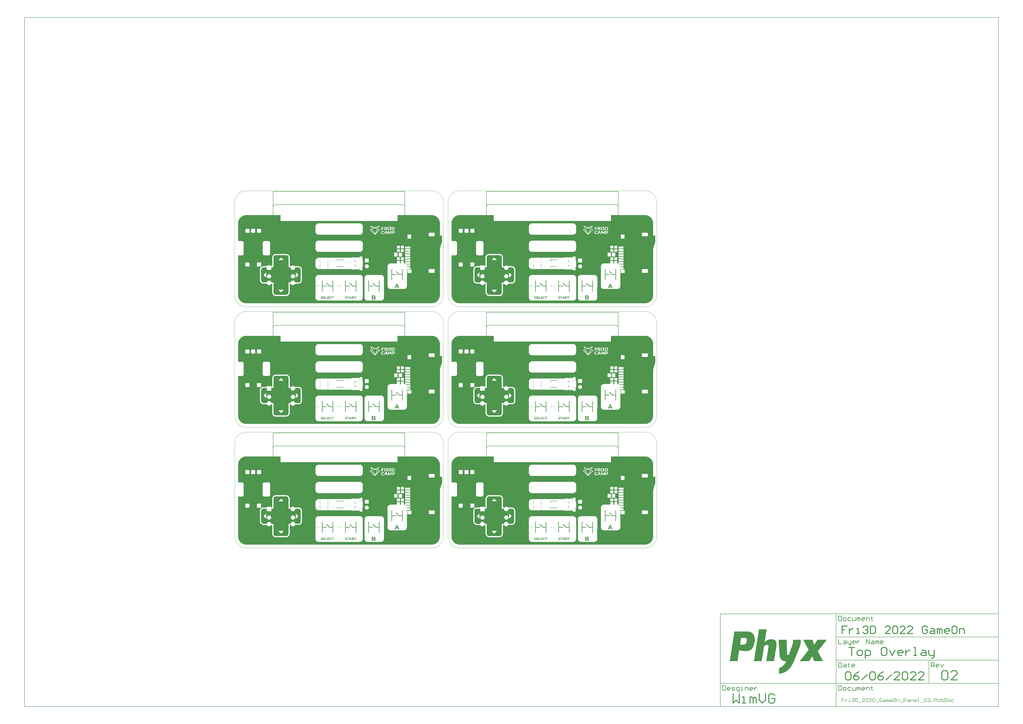
<source format=gto>
G04*
G04 #@! TF.GenerationSoftware,Altium Limited,Altium Designer,22.6.0 (29)*
G04*
G04 Layer_Color=65535*
%FSLAX25Y25*%
%MOIN*%
G70*
G04*
G04 #@! TF.SameCoordinates,10DF7CA3-E9B9-4642-BBA7-13C8921E1616*
G04*
G04*
G04 #@! TF.FilePolarity,Positive*
G04*
G01*
G75*
%ADD10C,0.01575*%
%ADD11C,0.00591*%
%ADD14C,0.00984*%
%ADD25C,0.00394*%
%ADD26C,0.00787*%
%ADD42C,0.01000*%
%ADD43C,0.01181*%
G36*
X699544Y564725D02*
X701289Y564257D01*
X702958Y563566D01*
X704522Y562663D01*
X705955Y561563D01*
X707233Y560286D01*
X708332Y558853D01*
X709235Y557289D01*
X709927Y555620D01*
X710394Y553875D01*
X710630Y552084D01*
X710630Y551181D01*
X710630D01*
X710630Y551181D01*
X710630Y530118D01*
X713976D01*
Y519095D01*
X711695Y513449D01*
X710630Y508418D01*
X710630Y429134D01*
X710630Y428231D01*
X710394Y426440D01*
X709927Y424695D01*
X709235Y423026D01*
X708332Y421462D01*
X707233Y420029D01*
X705955Y418752D01*
X704522Y417652D01*
X702958Y416749D01*
X701289Y416058D01*
X699544Y415590D01*
X697753Y415354D01*
X696850Y415354D01*
X381890D01*
X380987Y415354D01*
X379196Y415590D01*
X377451Y416058D01*
X375782Y416749D01*
X374218Y417652D01*
X372785Y418752D01*
X371508Y420029D01*
X370408Y421462D01*
X369505Y423026D01*
X368813Y424695D01*
X368346Y426440D01*
X368110Y428231D01*
X368110Y429134D01*
Y446850D01*
Y496752D01*
X374808D01*
X375398Y496869D01*
X375953Y497099D01*
X376453Y497433D01*
X376878Y497858D01*
X377212Y498358D01*
X377442Y498913D01*
X377559Y499503D01*
Y518125D01*
X377438Y518734D01*
X377201Y519307D01*
X376856Y519823D01*
X376417Y520261D01*
X375901Y520606D01*
X375328Y520844D01*
X374720Y520965D01*
X368110D01*
Y551181D01*
Y552084D01*
X368346Y553875D01*
X368813Y555620D01*
X369505Y557289D01*
X370408Y558853D01*
X371508Y560286D01*
X372785Y561563D01*
X374218Y562663D01*
X375782Y563566D01*
X377451Y564257D01*
X379196Y564725D01*
X380987Y564961D01*
X381890Y564961D01*
X381890Y564961D01*
X439961D01*
Y555217D01*
X638779D01*
Y564961D01*
X696850D01*
X697754Y564961D01*
X699544Y564725D01*
D02*
G37*
G36*
X337340D02*
X339085Y564257D01*
X340753Y563566D01*
X342318Y562663D01*
X343751Y561563D01*
X345028Y560286D01*
X346128Y558853D01*
X347031Y557289D01*
X347722Y555620D01*
X348189Y553875D01*
X348425Y552084D01*
X348425Y551181D01*
X348425D01*
X348425Y551181D01*
X348425Y530118D01*
X351772D01*
Y519095D01*
X349490Y513449D01*
X348425Y508418D01*
X348425Y429134D01*
X348425Y428231D01*
X348189Y426440D01*
X347722Y424695D01*
X347031Y423026D01*
X346128Y421462D01*
X345028Y420029D01*
X343751Y418752D01*
X342318Y417652D01*
X340753Y416749D01*
X339084Y416058D01*
X337340Y415590D01*
X335549Y415354D01*
X334646Y415354D01*
X19685D01*
X18782Y415354D01*
X16991Y415590D01*
X15246Y416058D01*
X13577Y416749D01*
X12013Y417652D01*
X10580Y418752D01*
X9303Y420029D01*
X8203Y421462D01*
X7300Y423026D01*
X6609Y424695D01*
X6141Y426440D01*
X5906Y428231D01*
X5906Y429134D01*
Y446850D01*
Y496752D01*
X12604D01*
X13193Y496869D01*
X13748Y497099D01*
X14248Y497433D01*
X14673Y497858D01*
X15007Y498358D01*
X15237Y498913D01*
X15354Y499503D01*
Y518125D01*
X15233Y518734D01*
X14996Y519307D01*
X14651Y519823D01*
X14212Y520261D01*
X13697Y520606D01*
X13123Y520844D01*
X12515Y520965D01*
X5906D01*
Y551181D01*
Y552084D01*
X6141Y553875D01*
X6609Y555620D01*
X7300Y557289D01*
X8203Y558853D01*
X9303Y560286D01*
X10580Y561563D01*
X12013Y562663D01*
X13577Y563566D01*
X15246Y564257D01*
X16991Y564725D01*
X18782Y564961D01*
X19685Y564961D01*
X19685Y564961D01*
X77756D01*
Y555217D01*
X276575D01*
Y564961D01*
X334646D01*
X335549Y564961D01*
X337340Y564725D01*
D02*
G37*
G36*
X699544Y360000D02*
X701289Y359533D01*
X702958Y358842D01*
X704522Y357939D01*
X705955Y356839D01*
X707233Y355562D01*
X708332Y354129D01*
X709235Y352564D01*
X709927Y350896D01*
X710394Y349151D01*
X710630Y347360D01*
X710630Y346457D01*
X710630D01*
X710630Y346457D01*
X710630Y325394D01*
X713976D01*
Y314370D01*
X711695Y308725D01*
X710630Y303693D01*
X710630Y224409D01*
X710630Y223506D01*
X710394Y221715D01*
X709927Y219971D01*
X709235Y218302D01*
X708332Y216738D01*
X707233Y215304D01*
X705955Y214027D01*
X704522Y212928D01*
X702958Y212024D01*
X701289Y211333D01*
X699544Y210866D01*
X697753Y210630D01*
X696850Y210630D01*
X381890D01*
X380987Y210630D01*
X379196Y210866D01*
X377451Y211333D01*
X375782Y212024D01*
X374218Y212928D01*
X372785Y214027D01*
X371508Y215304D01*
X370408Y216738D01*
X369505Y218302D01*
X368813Y219971D01*
X368346Y221715D01*
X368110Y223506D01*
X368110Y224409D01*
Y242126D01*
Y292028D01*
X374808D01*
X375398Y292145D01*
X375953Y292375D01*
X376453Y292709D01*
X376878Y293134D01*
X377212Y293634D01*
X377442Y294189D01*
X377559Y294778D01*
Y313401D01*
X377438Y314009D01*
X377201Y314582D01*
X376856Y315098D01*
X376417Y315537D01*
X375901Y315882D01*
X375328Y316119D01*
X374720Y316240D01*
X368110D01*
Y346457D01*
Y347360D01*
X368346Y349151D01*
X368813Y350896D01*
X369505Y352564D01*
X370408Y354129D01*
X371508Y355562D01*
X372785Y356839D01*
X374218Y357939D01*
X375782Y358842D01*
X377451Y359533D01*
X379196Y360000D01*
X380987Y360236D01*
X381890Y360236D01*
X381890Y360236D01*
X439961D01*
Y350492D01*
X638779D01*
Y360236D01*
X696850D01*
X697754Y360236D01*
X699544Y360000D01*
D02*
G37*
G36*
X337340D02*
X339085Y359533D01*
X340753Y358842D01*
X342318Y357939D01*
X343751Y356839D01*
X345028Y355562D01*
X346128Y354129D01*
X347031Y352564D01*
X347722Y350896D01*
X348189Y349151D01*
X348425Y347360D01*
X348425Y346457D01*
X348425D01*
X348425Y346457D01*
X348425Y325394D01*
X351772D01*
Y314370D01*
X349490Y308725D01*
X348425Y303693D01*
X348425Y224409D01*
X348425Y223506D01*
X348189Y221715D01*
X347722Y219971D01*
X347031Y218302D01*
X346128Y216738D01*
X345028Y215304D01*
X343751Y214027D01*
X342318Y212928D01*
X340753Y212024D01*
X339084Y211333D01*
X337340Y210866D01*
X335549Y210630D01*
X334646Y210630D01*
X19685D01*
X18782Y210630D01*
X16991Y210866D01*
X15246Y211333D01*
X13577Y212024D01*
X12013Y212928D01*
X10580Y214027D01*
X9303Y215304D01*
X8203Y216738D01*
X7300Y218302D01*
X6609Y219971D01*
X6141Y221715D01*
X5906Y223506D01*
X5906Y224409D01*
Y242126D01*
Y292028D01*
X12604D01*
X13193Y292145D01*
X13748Y292375D01*
X14248Y292709D01*
X14673Y293134D01*
X15007Y293634D01*
X15237Y294189D01*
X15354Y294778D01*
Y313401D01*
X15233Y314009D01*
X14996Y314582D01*
X14651Y315098D01*
X14212Y315537D01*
X13697Y315882D01*
X13123Y316119D01*
X12515Y316240D01*
X5906D01*
Y346457D01*
Y347360D01*
X6141Y349151D01*
X6609Y350896D01*
X7300Y352564D01*
X8203Y354129D01*
X9303Y355562D01*
X10580Y356839D01*
X12013Y357939D01*
X13577Y358842D01*
X15246Y359533D01*
X16991Y360000D01*
X18782Y360236D01*
X19685Y360236D01*
X19685Y360236D01*
X77756D01*
Y350492D01*
X276575D01*
Y360236D01*
X334646D01*
X335549Y360236D01*
X337340Y360000D01*
D02*
G37*
G36*
X699544Y155276D02*
X701289Y154808D01*
X702958Y154117D01*
X704522Y153214D01*
X705955Y152114D01*
X707233Y150837D01*
X708332Y149404D01*
X709235Y147840D01*
X709927Y146171D01*
X710394Y144426D01*
X710630Y142635D01*
X710630Y141732D01*
X710630D01*
X710630Y141732D01*
X710630Y120669D01*
X713976D01*
Y109646D01*
X711695Y104000D01*
X710630Y98969D01*
X710630Y19685D01*
X710630Y18782D01*
X710394Y16991D01*
X709927Y15246D01*
X709235Y13577D01*
X708332Y12013D01*
X707233Y10580D01*
X705955Y9303D01*
X704522Y8203D01*
X702958Y7300D01*
X701289Y6609D01*
X699544Y6141D01*
X697753Y5906D01*
X696850Y5906D01*
X381890D01*
X380987Y5906D01*
X379196Y6141D01*
X377451Y6609D01*
X375782Y7300D01*
X374218Y8203D01*
X372785Y9303D01*
X371508Y10580D01*
X370408Y12013D01*
X369505Y13577D01*
X368813Y15246D01*
X368346Y16991D01*
X368110Y18782D01*
X368110Y19685D01*
Y37402D01*
Y87303D01*
X374808D01*
X375398Y87420D01*
X375953Y87650D01*
X376453Y87984D01*
X376878Y88409D01*
X377212Y88909D01*
X377442Y89464D01*
X377559Y90054D01*
Y108676D01*
X377438Y109285D01*
X377201Y109858D01*
X376856Y110374D01*
X376417Y110813D01*
X375901Y111157D01*
X375328Y111395D01*
X374720Y111516D01*
X368110D01*
Y141732D01*
Y142635D01*
X368346Y144426D01*
X368813Y146171D01*
X369505Y147840D01*
X370408Y149404D01*
X371508Y150837D01*
X372785Y152114D01*
X374218Y153214D01*
X375782Y154117D01*
X377451Y154808D01*
X379196Y155276D01*
X380987Y155512D01*
X381890Y155512D01*
X381890Y155512D01*
X439961D01*
Y145768D01*
X638779D01*
Y155512D01*
X696850D01*
X697754Y155512D01*
X699544Y155276D01*
D02*
G37*
G36*
X337340D02*
X339085Y154808D01*
X340753Y154117D01*
X342318Y153214D01*
X343751Y152114D01*
X345028Y150837D01*
X346128Y149404D01*
X347031Y147840D01*
X347722Y146171D01*
X348189Y144426D01*
X348425Y142635D01*
X348425Y141732D01*
X348425D01*
X348425Y141732D01*
X348425Y120669D01*
X351772D01*
Y109646D01*
X349490Y104000D01*
X348425Y98969D01*
X348425Y19685D01*
X348425Y18782D01*
X348189Y16991D01*
X347722Y15246D01*
X347031Y13577D01*
X346128Y12013D01*
X345028Y10580D01*
X343751Y9303D01*
X342318Y8203D01*
X340753Y7300D01*
X339084Y6609D01*
X337340Y6141D01*
X335549Y5906D01*
X334646Y5906D01*
X19685D01*
X18782Y5906D01*
X16991Y6141D01*
X15246Y6609D01*
X13577Y7300D01*
X12013Y8203D01*
X10580Y9303D01*
X9303Y10580D01*
X8203Y12013D01*
X7300Y13577D01*
X6609Y15246D01*
X6141Y16991D01*
X5906Y18782D01*
X5906Y19685D01*
Y37402D01*
Y87303D01*
X12604D01*
X13193Y87420D01*
X13748Y87650D01*
X14248Y87984D01*
X14673Y88409D01*
X15007Y88909D01*
X15237Y89464D01*
X15354Y90054D01*
Y108676D01*
X15233Y109285D01*
X14996Y109858D01*
X14651Y110374D01*
X14212Y110813D01*
X13697Y111157D01*
X13123Y111395D01*
X12515Y111516D01*
X5906D01*
Y141732D01*
Y142635D01*
X6141Y144426D01*
X6609Y146171D01*
X7300Y147840D01*
X8203Y149404D01*
X9303Y150837D01*
X10580Y152114D01*
X12013Y153214D01*
X13577Y154117D01*
X15246Y154808D01*
X16991Y155276D01*
X18782Y155512D01*
X19685Y155512D01*
X19685Y155512D01*
X77756D01*
Y145768D01*
X276575D01*
Y155512D01*
X334646D01*
X335549Y155512D01*
X337340Y155276D01*
D02*
G37*
G36*
X1005337Y-155808D02*
X1005050D01*
Y-156094D01*
X1004764D01*
Y-156380D01*
Y-156667D01*
X1004478D01*
Y-156953D01*
X1004192D01*
Y-157239D01*
X1003905D01*
Y-157526D01*
Y-157812D01*
X1003619D01*
Y-158098D01*
X1003333D01*
Y-158385D01*
X1003046D01*
Y-158671D01*
X1002760D01*
Y-158957D01*
Y-159244D01*
X1002474D01*
Y-159530D01*
X1002187D01*
Y-159816D01*
X1001901D01*
Y-160102D01*
Y-160389D01*
X1001615D01*
Y-160675D01*
X1001328D01*
Y-160961D01*
X1001042D01*
Y-161248D01*
X1000756D01*
Y-161534D01*
Y-161820D01*
X1000469D01*
Y-162107D01*
X1000183D01*
Y-162393D01*
X999897D01*
Y-162679D01*
Y-162966D01*
X999611D01*
Y-163252D01*
X999324D01*
Y-163538D01*
X999038D01*
Y-163824D01*
Y-164111D01*
X998752D01*
Y-164397D01*
X998465D01*
Y-164683D01*
X998179D01*
Y-164970D01*
X997893D01*
Y-165256D01*
Y-165542D01*
X997606D01*
Y-165829D01*
X997320D01*
Y-166115D01*
X997034D01*
Y-166401D01*
Y-166688D01*
X996747D01*
Y-166974D01*
X996461D01*
Y-167260D01*
X996175D01*
Y-167547D01*
Y-167833D01*
X995889D01*
Y-168119D01*
X995602D01*
Y-168405D01*
X995316D01*
Y-168692D01*
X995030D01*
Y-168978D01*
Y-169264D01*
X994743D01*
Y-169551D01*
X994457D01*
Y-169837D01*
X994171D01*
Y-170123D01*
Y-170410D01*
X993884D01*
Y-170696D01*
X993598D01*
Y-170982D01*
X993312D01*
Y-171269D01*
Y-171555D01*
X993025D01*
Y-171841D01*
X992739D01*
Y-172127D01*
X992453D01*
Y-172414D01*
X992166D01*
Y-172700D01*
Y-172986D01*
X991880D01*
Y-173273D01*
X991594D01*
Y-173559D01*
X991308D01*
Y-173845D01*
Y-174132D01*
X991021D01*
Y-174418D01*
X990735D01*
Y-174704D01*
X990449D01*
Y-174991D01*
X990162D01*
Y-175277D01*
Y-175563D01*
X990449D01*
Y-175850D01*
Y-176136D01*
X990735D01*
Y-176422D01*
Y-176709D01*
X991021D01*
Y-176995D01*
X991308D01*
Y-177281D01*
Y-177568D01*
X991594D01*
Y-177854D01*
Y-178140D01*
X991880D01*
Y-178426D01*
Y-178713D01*
X992166D01*
Y-178999D01*
Y-179285D01*
X992453D01*
Y-179572D01*
Y-179858D01*
X992739D01*
Y-180144D01*
Y-180431D01*
X993025D01*
Y-180717D01*
Y-181003D01*
X993312D01*
Y-181290D01*
Y-181576D01*
X993598D01*
Y-181862D01*
X993884D01*
Y-182149D01*
Y-182435D01*
X994171D01*
Y-182721D01*
Y-183007D01*
X994457D01*
Y-183294D01*
Y-183580D01*
X994743D01*
Y-183866D01*
Y-184153D01*
X995030D01*
Y-184439D01*
Y-184725D01*
X995316D01*
Y-185012D01*
Y-185298D01*
X995602D01*
Y-185584D01*
Y-185871D01*
X995889D01*
Y-186157D01*
X996175D01*
Y-186443D01*
Y-186730D01*
X996461D01*
Y-187016D01*
Y-187302D01*
X996747D01*
Y-187588D01*
Y-187875D01*
X997034D01*
Y-188161D01*
Y-188447D01*
X997320D01*
Y-188734D01*
Y-189020D01*
X997606D01*
Y-189306D01*
Y-189593D01*
X997893D01*
Y-189879D01*
Y-190165D01*
X998179D01*
Y-190452D01*
X998465D01*
Y-190738D01*
Y-191024D01*
X998752D01*
Y-191311D01*
Y-191597D01*
X999038D01*
Y-191883D01*
X983863D01*
Y-191597D01*
X983577D01*
Y-191311D01*
Y-191024D01*
Y-190738D01*
X983291D01*
Y-190452D01*
Y-190165D01*
Y-189879D01*
X983004D01*
Y-189593D01*
Y-189306D01*
X982718D01*
Y-189020D01*
Y-188734D01*
Y-188447D01*
X982432D01*
Y-188161D01*
Y-187875D01*
Y-187588D01*
X982146D01*
Y-187302D01*
Y-187016D01*
X981859D01*
Y-186730D01*
Y-186443D01*
Y-186157D01*
X981573D01*
Y-185871D01*
Y-185584D01*
Y-185298D01*
X981287D01*
Y-185012D01*
Y-184725D01*
Y-184439D01*
X981000D01*
Y-184153D01*
X980428D01*
Y-184439D01*
Y-184725D01*
X980141D01*
Y-185012D01*
X979855D01*
Y-185298D01*
Y-185584D01*
X979569D01*
Y-185871D01*
X979282D01*
Y-186157D01*
Y-186443D01*
X978996D01*
Y-186730D01*
X978710D01*
Y-187016D01*
Y-187302D01*
X978423D01*
Y-187588D01*
X978137D01*
Y-187875D01*
X977851D01*
Y-188161D01*
Y-188447D01*
X977565D01*
Y-188734D01*
X977278D01*
Y-189020D01*
Y-189306D01*
X976992D01*
Y-189593D01*
X976705D01*
Y-189879D01*
Y-190165D01*
X976419D01*
Y-190452D01*
X976133D01*
Y-190738D01*
Y-191024D01*
X975847D01*
Y-191311D01*
X975560D01*
Y-191597D01*
Y-191883D01*
X959527D01*
Y-191597D01*
X959813D01*
Y-191311D01*
X960099D01*
Y-191024D01*
X960386D01*
Y-190738D01*
X960672D01*
Y-190452D01*
Y-190165D01*
X960958D01*
Y-189879D01*
X961245D01*
Y-189593D01*
X961531D01*
Y-189306D01*
X961817D01*
Y-189020D01*
Y-188734D01*
X962104D01*
Y-188447D01*
X962390D01*
Y-188161D01*
X962676D01*
Y-187875D01*
Y-187588D01*
X962963D01*
Y-187302D01*
X963249D01*
Y-187016D01*
X963535D01*
Y-186730D01*
X963822D01*
Y-186443D01*
Y-186157D01*
X964108D01*
Y-185871D01*
X964394D01*
Y-185584D01*
X964680D01*
Y-185298D01*
X964967D01*
Y-185012D01*
Y-184725D01*
X965253D01*
Y-184439D01*
X965539D01*
Y-184153D01*
X965826D01*
Y-183866D01*
Y-183580D01*
X966112D01*
Y-183294D01*
X966398D01*
Y-183007D01*
X966685D01*
Y-182721D01*
X966971D01*
Y-182435D01*
Y-182149D01*
X967257D01*
Y-181862D01*
X967544D01*
Y-181576D01*
X967830D01*
Y-181290D01*
Y-181003D01*
X968116D01*
Y-180717D01*
X968402D01*
Y-180431D01*
X968689D01*
Y-180144D01*
X968975D01*
Y-179858D01*
Y-179572D01*
X969261D01*
Y-179285D01*
X969548D01*
Y-178999D01*
X969834D01*
Y-178713D01*
Y-178426D01*
X970120D01*
Y-178140D01*
X970407D01*
Y-177854D01*
X970693D01*
Y-177568D01*
X970979D01*
Y-177281D01*
Y-176995D01*
X971266D01*
Y-176709D01*
X971552D01*
Y-176422D01*
X971838D01*
Y-176136D01*
X972124D01*
Y-175850D01*
Y-175563D01*
X972411D01*
Y-175277D01*
X972697D01*
Y-174991D01*
X972983D01*
Y-174704D01*
Y-174418D01*
X973270D01*
Y-174132D01*
X973556D01*
Y-173845D01*
X973842D01*
Y-173559D01*
X974129D01*
Y-173273D01*
Y-172986D01*
X974415D01*
Y-172700D01*
Y-172414D01*
Y-172127D01*
X974129D01*
Y-171841D01*
X973842D01*
Y-171555D01*
Y-171269D01*
X973556D01*
Y-170982D01*
Y-170696D01*
X973270D01*
Y-170410D01*
Y-170123D01*
X972983D01*
Y-169837D01*
Y-169551D01*
X972697D01*
Y-169264D01*
Y-168978D01*
X972411D01*
Y-168692D01*
Y-168405D01*
X972124D01*
Y-168119D01*
X971838D01*
Y-167833D01*
Y-167547D01*
X971552D01*
Y-167260D01*
Y-166974D01*
X971266D01*
Y-166688D01*
Y-166401D01*
X970979D01*
Y-166115D01*
Y-165829D01*
X970693D01*
Y-165542D01*
Y-165256D01*
X970407D01*
Y-164970D01*
Y-164683D01*
X970120D01*
Y-164397D01*
X969834D01*
Y-164111D01*
Y-163824D01*
X969548D01*
Y-163538D01*
Y-163252D01*
X969261D01*
Y-162966D01*
Y-162679D01*
X968975D01*
Y-162393D01*
Y-162107D01*
X968689D01*
Y-161820D01*
Y-161534D01*
X968402D01*
Y-161248D01*
Y-160961D01*
X968116D01*
Y-160675D01*
Y-160389D01*
X967830D01*
Y-160102D01*
X967544D01*
Y-159816D01*
Y-159530D01*
X967257D01*
Y-159244D01*
Y-158957D01*
X966971D01*
Y-158671D01*
Y-158385D01*
X966685D01*
Y-158098D01*
Y-157812D01*
X966398D01*
Y-157526D01*
Y-157239D01*
X966112D01*
Y-156953D01*
Y-156667D01*
X965826D01*
Y-156380D01*
X965539D01*
Y-156094D01*
Y-155808D01*
X965253D01*
Y-155521D01*
X981000D01*
Y-155808D01*
X981287D01*
Y-156094D01*
Y-156380D01*
Y-156667D01*
X981573D01*
Y-156953D01*
Y-157239D01*
Y-157526D01*
X981859D01*
Y-157812D01*
Y-158098D01*
Y-158385D01*
X982146D01*
Y-158671D01*
Y-158957D01*
Y-159244D01*
X982432D01*
Y-159530D01*
Y-159816D01*
Y-160102D01*
X982718D01*
Y-160389D01*
Y-160675D01*
Y-160961D01*
X983004D01*
Y-161248D01*
Y-161534D01*
Y-161820D01*
X983291D01*
Y-162107D01*
Y-162393D01*
Y-162679D01*
X983577D01*
Y-162966D01*
Y-163252D01*
Y-163538D01*
Y-163824D01*
X984150D01*
Y-163538D01*
X984436D01*
Y-163252D01*
X984722D01*
Y-162966D01*
Y-162679D01*
X985009D01*
Y-162393D01*
X985295D01*
Y-162107D01*
Y-161820D01*
X985581D01*
Y-161534D01*
X985868D01*
Y-161248D01*
Y-160961D01*
X986154D01*
Y-160675D01*
X986440D01*
Y-160389D01*
Y-160102D01*
X986726D01*
Y-159816D01*
X987013D01*
Y-159530D01*
Y-159244D01*
X987299D01*
Y-158957D01*
X987585D01*
Y-158671D01*
Y-158385D01*
X987872D01*
Y-158098D01*
X988158D01*
Y-157812D01*
Y-157526D01*
X988444D01*
Y-157239D01*
X988731D01*
Y-156953D01*
Y-156667D01*
X989017D01*
Y-156380D01*
X989303D01*
Y-156094D01*
Y-155808D01*
X989590D01*
Y-155521D01*
X1005337D01*
Y-155808D01*
D02*
G37*
G36*
X872201Y-141778D02*
X873919D01*
Y-142065D01*
X874778D01*
Y-142351D01*
X875637D01*
Y-142637D01*
X876496D01*
Y-142924D01*
X877069D01*
Y-143210D01*
X877355D01*
Y-143496D01*
X877928D01*
Y-143783D01*
X878214D01*
Y-144069D01*
X878786D01*
Y-144355D01*
X879073D01*
Y-144641D01*
X879359D01*
Y-144928D01*
X879646D01*
Y-145214D01*
X879932D01*
Y-145501D01*
X880218D01*
Y-145787D01*
X880504D01*
Y-146073D01*
Y-146359D01*
X880791D01*
Y-146646D01*
X881077D01*
Y-146932D01*
Y-147218D01*
X881363D01*
Y-147505D01*
X881650D01*
Y-147791D01*
Y-148077D01*
X881936D01*
Y-148364D01*
Y-148650D01*
Y-148936D01*
X882222D01*
Y-149223D01*
Y-149509D01*
Y-149795D01*
X882509D01*
Y-150082D01*
Y-150368D01*
Y-150654D01*
Y-150940D01*
X882795D01*
Y-151227D01*
Y-151513D01*
Y-151799D01*
Y-152086D01*
Y-152372D01*
X883081D01*
Y-152658D01*
Y-152945D01*
Y-153231D01*
Y-153517D01*
Y-153804D01*
Y-154090D01*
Y-154376D01*
Y-154663D01*
Y-154949D01*
Y-155235D01*
Y-155521D01*
Y-155808D01*
Y-156094D01*
Y-156380D01*
Y-156667D01*
Y-156953D01*
Y-157239D01*
Y-157526D01*
Y-157812D01*
Y-158098D01*
X882795D01*
Y-158385D01*
Y-158671D01*
Y-158957D01*
Y-159244D01*
Y-159530D01*
Y-159816D01*
Y-160102D01*
X882509D01*
Y-160389D01*
Y-160675D01*
Y-160961D01*
Y-161248D01*
Y-161534D01*
X882222D01*
Y-161820D01*
Y-162107D01*
Y-162393D01*
Y-162679D01*
Y-162966D01*
X881936D01*
Y-163252D01*
Y-163538D01*
Y-163824D01*
X881650D01*
Y-164111D01*
Y-164397D01*
Y-164683D01*
Y-164970D01*
X881363D01*
Y-165256D01*
Y-165542D01*
Y-165829D01*
X881077D01*
Y-166115D01*
Y-166401D01*
X880791D01*
Y-166688D01*
Y-166974D01*
Y-167260D01*
X880504D01*
Y-167547D01*
Y-167833D01*
X880218D01*
Y-168119D01*
Y-168405D01*
X879932D01*
Y-168692D01*
Y-168978D01*
X879646D01*
Y-169264D01*
X879359D01*
Y-169551D01*
Y-169837D01*
X879073D01*
Y-170123D01*
X878786D01*
Y-170410D01*
X878500D01*
Y-170696D01*
Y-170982D01*
X878214D01*
Y-171269D01*
X877928D01*
Y-171555D01*
X877641D01*
Y-171841D01*
X877355D01*
Y-172127D01*
X877069D01*
Y-172414D01*
X876496D01*
Y-172700D01*
X876210D01*
Y-172986D01*
X875637D01*
Y-173273D01*
X875351D01*
Y-173559D01*
X874778D01*
Y-173845D01*
X873919D01*
Y-174132D01*
X873060D01*
Y-174418D01*
X872201D01*
Y-174704D01*
X870483D01*
Y-174991D01*
X865330D01*
Y-174704D01*
X862753D01*
Y-174418D01*
X860749D01*
Y-174132D01*
X859317D01*
Y-173845D01*
X857886D01*
Y-173559D01*
X856454D01*
Y-173845D01*
Y-174132D01*
Y-174418D01*
Y-174704D01*
Y-174991D01*
Y-175277D01*
Y-175563D01*
X856168D01*
Y-175850D01*
Y-176136D01*
Y-176422D01*
Y-176709D01*
Y-176995D01*
Y-177281D01*
X855882D01*
Y-177568D01*
Y-177854D01*
Y-178140D01*
Y-178426D01*
Y-178713D01*
Y-178999D01*
X855595D01*
Y-179285D01*
Y-179572D01*
Y-179858D01*
Y-180144D01*
Y-180431D01*
Y-180717D01*
Y-181003D01*
X855309D01*
Y-181290D01*
Y-181576D01*
Y-181862D01*
Y-182149D01*
Y-182435D01*
Y-182721D01*
X855023D01*
Y-183007D01*
Y-183294D01*
Y-183580D01*
Y-183866D01*
Y-184153D01*
Y-184439D01*
X854736D01*
Y-184725D01*
Y-185012D01*
Y-185298D01*
Y-185584D01*
Y-185871D01*
Y-186157D01*
Y-186443D01*
X854450D01*
Y-186730D01*
Y-187016D01*
Y-187302D01*
Y-187588D01*
Y-187875D01*
Y-188161D01*
X854164D01*
Y-188447D01*
Y-188734D01*
Y-189020D01*
Y-189306D01*
Y-189593D01*
Y-189879D01*
X853877D01*
Y-190165D01*
Y-190452D01*
Y-190738D01*
Y-191024D01*
Y-191311D01*
Y-191597D01*
Y-191883D01*
X840421D01*
Y-191597D01*
X840707D01*
Y-191311D01*
Y-191024D01*
Y-190738D01*
Y-190452D01*
Y-190165D01*
X840993D01*
Y-189879D01*
Y-189593D01*
Y-189306D01*
Y-189020D01*
Y-188734D01*
Y-188447D01*
Y-188161D01*
X841280D01*
Y-187875D01*
Y-187588D01*
Y-187302D01*
Y-187016D01*
Y-186730D01*
Y-186443D01*
X841566D01*
Y-186157D01*
Y-185871D01*
Y-185584D01*
Y-185298D01*
Y-185012D01*
Y-184725D01*
X841852D01*
Y-184439D01*
Y-184153D01*
Y-183866D01*
Y-183580D01*
Y-183294D01*
Y-183007D01*
Y-182721D01*
X842138D01*
Y-182435D01*
Y-182149D01*
Y-181862D01*
Y-181576D01*
Y-181290D01*
Y-181003D01*
X842425D01*
Y-180717D01*
Y-180431D01*
Y-180144D01*
Y-179858D01*
Y-179572D01*
Y-179285D01*
X842711D01*
Y-178999D01*
Y-178713D01*
Y-178426D01*
Y-178140D01*
Y-177854D01*
Y-177568D01*
X842997D01*
Y-177281D01*
Y-176995D01*
Y-176709D01*
Y-176422D01*
Y-176136D01*
Y-175850D01*
Y-175563D01*
X843284D01*
Y-175277D01*
Y-174991D01*
Y-174704D01*
Y-174418D01*
Y-174132D01*
Y-173845D01*
X843570D01*
Y-173559D01*
Y-173273D01*
Y-172986D01*
Y-172700D01*
Y-172414D01*
Y-172127D01*
X843856D01*
Y-171841D01*
Y-171555D01*
Y-171269D01*
Y-170982D01*
Y-170696D01*
Y-170410D01*
X844143D01*
Y-170123D01*
Y-169837D01*
Y-169551D01*
Y-169264D01*
Y-168978D01*
Y-168692D01*
Y-168405D01*
X844429D01*
Y-168119D01*
Y-167833D01*
Y-167547D01*
Y-167260D01*
Y-166974D01*
Y-166688D01*
X844715D01*
Y-166401D01*
Y-166115D01*
Y-165829D01*
Y-165542D01*
Y-165256D01*
Y-164970D01*
X845002D01*
Y-164683D01*
Y-164397D01*
Y-164111D01*
Y-163824D01*
Y-163538D01*
Y-163252D01*
Y-162966D01*
X845288D01*
Y-162679D01*
Y-162393D01*
Y-162107D01*
Y-161820D01*
Y-161534D01*
Y-161248D01*
X845574D01*
Y-160961D01*
Y-160675D01*
Y-160389D01*
Y-160102D01*
Y-159816D01*
Y-159530D01*
X845861D01*
Y-159244D01*
Y-158957D01*
Y-158671D01*
Y-158385D01*
Y-158098D01*
Y-157812D01*
X846147D01*
Y-157526D01*
Y-157239D01*
Y-156953D01*
Y-156667D01*
Y-156380D01*
Y-156094D01*
Y-155808D01*
X846433D01*
Y-155521D01*
Y-155235D01*
Y-154949D01*
Y-154663D01*
Y-154376D01*
Y-154090D01*
X846719D01*
Y-153804D01*
Y-153517D01*
Y-153231D01*
Y-152945D01*
Y-152658D01*
Y-152372D01*
X847006D01*
Y-152086D01*
Y-151799D01*
Y-151513D01*
Y-151227D01*
Y-150940D01*
Y-150654D01*
Y-150368D01*
X847292D01*
Y-150082D01*
Y-149795D01*
Y-149509D01*
Y-149223D01*
Y-148936D01*
Y-148650D01*
X847578D01*
Y-148364D01*
Y-148077D01*
Y-147791D01*
Y-147505D01*
Y-147218D01*
Y-146932D01*
X847865D01*
Y-146646D01*
Y-146359D01*
Y-146073D01*
Y-145787D01*
Y-145501D01*
Y-145214D01*
Y-144928D01*
X848151D01*
Y-144641D01*
Y-144355D01*
Y-144069D01*
Y-143783D01*
Y-143496D01*
Y-143210D01*
X848437D01*
Y-142924D01*
Y-142637D01*
Y-142351D01*
Y-142065D01*
Y-141778D01*
Y-141492D01*
X872201D01*
Y-141778D01*
D02*
G37*
G36*
X961245Y-155808D02*
Y-156094D01*
Y-156380D01*
Y-156667D01*
Y-156953D01*
Y-157239D01*
Y-157526D01*
Y-157812D01*
Y-158098D01*
Y-158385D01*
Y-158671D01*
Y-158957D01*
Y-159244D01*
Y-159530D01*
Y-159816D01*
Y-160102D01*
Y-160389D01*
Y-160675D01*
Y-160961D01*
Y-161248D01*
Y-161534D01*
X960958D01*
Y-161820D01*
Y-162107D01*
Y-162393D01*
Y-162679D01*
Y-162966D01*
X960672D01*
Y-163252D01*
Y-163538D01*
Y-163824D01*
Y-164111D01*
X960386D01*
Y-164397D01*
Y-164683D01*
Y-164970D01*
Y-165256D01*
X960099D01*
Y-165542D01*
Y-165829D01*
Y-166115D01*
X959813D01*
Y-166401D01*
Y-166688D01*
Y-166974D01*
X959527D01*
Y-167260D01*
Y-167547D01*
Y-167833D01*
X959241D01*
Y-168119D01*
Y-168405D01*
Y-168692D01*
X958954D01*
Y-168978D01*
Y-169264D01*
X958668D01*
Y-169551D01*
Y-169837D01*
X958381D01*
Y-170123D01*
Y-170410D01*
Y-170696D01*
X958095D01*
Y-170982D01*
Y-171269D01*
X957809D01*
Y-171555D01*
Y-171841D01*
Y-172127D01*
X957523D01*
Y-172414D01*
Y-172700D01*
X957236D01*
Y-172986D01*
Y-173273D01*
Y-173559D01*
X956950D01*
Y-173845D01*
Y-174132D01*
X956664D01*
Y-174418D01*
Y-174704D01*
Y-174991D01*
X956377D01*
Y-175277D01*
Y-175563D01*
X956091D01*
Y-175850D01*
Y-176136D01*
Y-176422D01*
X955805D01*
Y-176709D01*
Y-176995D01*
X955518D01*
Y-177281D01*
Y-177568D01*
Y-177854D01*
X955232D01*
Y-178140D01*
Y-178426D01*
X954946D01*
Y-178713D01*
Y-178999D01*
Y-179285D01*
X954659D01*
Y-179572D01*
Y-179858D01*
X954373D01*
Y-180144D01*
Y-180431D01*
Y-180717D01*
X954087D01*
Y-181003D01*
Y-181290D01*
X953800D01*
Y-181576D01*
Y-181862D01*
Y-182149D01*
X953514D01*
Y-182435D01*
Y-182721D01*
X953228D01*
Y-183007D01*
Y-183294D01*
Y-183580D01*
X952942D01*
Y-183866D01*
Y-184153D01*
X952655D01*
Y-184439D01*
Y-184725D01*
Y-185012D01*
X952369D01*
Y-185298D01*
Y-185584D01*
X952083D01*
Y-185871D01*
Y-186157D01*
Y-186443D01*
X951796D01*
Y-186730D01*
Y-187016D01*
X951510D01*
Y-187302D01*
Y-187588D01*
Y-187875D01*
X951224D01*
Y-188161D01*
Y-188447D01*
X950937D01*
Y-188734D01*
Y-189020D01*
Y-189306D01*
X950651D01*
Y-189593D01*
Y-189879D01*
X950365D01*
Y-190165D01*
Y-190452D01*
Y-190738D01*
X950078D01*
Y-191024D01*
Y-191311D01*
X949792D01*
Y-191597D01*
Y-191883D01*
Y-192169D01*
X949506D01*
Y-192456D01*
Y-192742D01*
X949220D01*
Y-193028D01*
Y-193315D01*
X948933D01*
Y-193601D01*
Y-193887D01*
X948647D01*
Y-194174D01*
Y-194460D01*
Y-194746D01*
X948361D01*
Y-195033D01*
X948074D01*
Y-195319D01*
Y-195605D01*
Y-195891D01*
X947788D01*
Y-196178D01*
X947502D01*
Y-196464D01*
Y-196750D01*
X947215D01*
Y-197037D01*
Y-197323D01*
X946929D01*
Y-197609D01*
Y-197896D01*
X946643D01*
Y-198182D01*
Y-198468D01*
X946356D01*
Y-198755D01*
X946070D01*
Y-199041D01*
Y-199327D01*
X945784D01*
Y-199614D01*
Y-199900D01*
X945497D01*
Y-200186D01*
X945211D01*
Y-200472D01*
X944925D01*
Y-200759D01*
Y-201045D01*
X944639D01*
Y-201331D01*
X944352D01*
Y-201618D01*
Y-201904D01*
X944066D01*
Y-202190D01*
X943780D01*
Y-202477D01*
X943493D01*
Y-202763D01*
Y-203049D01*
X943207D01*
Y-203336D01*
X942921D01*
Y-203622D01*
X942634D01*
Y-203908D01*
X942348D01*
Y-204195D01*
X942062D01*
Y-204481D01*
Y-204767D01*
X941775D01*
Y-205053D01*
X941489D01*
Y-205340D01*
X941203D01*
Y-205626D01*
X940916D01*
Y-205912D01*
X940630D01*
Y-206199D01*
X940344D01*
Y-206485D01*
X940057D01*
Y-206771D01*
X939485D01*
Y-207058D01*
X939199D01*
Y-207344D01*
X938912D01*
Y-207630D01*
X938626D01*
Y-207917D01*
X938340D01*
Y-208203D01*
X937767D01*
Y-208489D01*
X937481D01*
Y-208776D01*
X936908D01*
Y-209062D01*
X936622D01*
Y-209348D01*
X936049D01*
Y-209634D01*
X935763D01*
Y-209921D01*
X935190D01*
Y-210207D01*
X934618D01*
Y-210493D01*
X934045D01*
Y-210780D01*
X933472D01*
Y-211066D01*
X932900D01*
Y-211352D01*
X932041D01*
Y-211639D01*
X931468D01*
Y-211925D01*
X930609D01*
Y-212211D01*
X929464D01*
Y-212498D01*
X928319D01*
Y-212784D01*
X926601D01*
Y-213070D01*
X924597D01*
Y-213357D01*
X924310D01*
Y-213070D01*
Y-212784D01*
Y-212498D01*
Y-212211D01*
Y-211925D01*
Y-211639D01*
Y-211352D01*
Y-211066D01*
Y-210780D01*
Y-210493D01*
Y-210207D01*
Y-209921D01*
Y-209634D01*
Y-209348D01*
Y-209062D01*
Y-208776D01*
Y-208489D01*
Y-208203D01*
Y-207917D01*
Y-207630D01*
Y-207344D01*
Y-207058D01*
Y-206771D01*
Y-206485D01*
Y-206199D01*
Y-205912D01*
Y-205626D01*
Y-205340D01*
Y-205053D01*
Y-204767D01*
Y-204481D01*
Y-204195D01*
Y-203908D01*
X924883D01*
Y-203622D01*
X925455D01*
Y-203336D01*
X926028D01*
Y-203049D01*
X926601D01*
Y-202763D01*
X927173D01*
Y-202477D01*
X927746D01*
Y-202190D01*
X928032D01*
Y-201904D01*
X928605D01*
Y-201618D01*
X928891D01*
Y-201331D01*
X929464D01*
Y-201045D01*
X929750D01*
Y-200759D01*
X930037D01*
Y-200472D01*
X930609D01*
Y-200186D01*
X930896D01*
Y-199900D01*
X931182D01*
Y-199614D01*
X931468D01*
Y-199327D01*
X931754D01*
Y-199041D01*
X932041D01*
Y-198755D01*
X932327D01*
Y-198468D01*
X932613D01*
Y-198182D01*
X932900D01*
Y-197896D01*
X933186D01*
Y-197609D01*
X933472D01*
Y-197323D01*
X933759D01*
Y-197037D01*
Y-196750D01*
X934045D01*
Y-196464D01*
X934331D01*
Y-196178D01*
X934618D01*
Y-195891D01*
Y-195605D01*
X934904D01*
Y-195319D01*
X935190D01*
Y-195033D01*
Y-194746D01*
X935476D01*
Y-194460D01*
Y-194174D01*
X935763D01*
Y-193887D01*
X936049D01*
Y-193601D01*
Y-193315D01*
X936335D01*
Y-193028D01*
Y-192742D01*
X936622D01*
Y-192456D01*
Y-192169D01*
X934904D01*
Y-191883D01*
X932900D01*
Y-191597D01*
X931754D01*
Y-191311D01*
X931182D01*
Y-191024D01*
X930323D01*
Y-190738D01*
X929750D01*
Y-190452D01*
X929464D01*
Y-190165D01*
X928891D01*
Y-189879D01*
X928605D01*
Y-189593D01*
X928319D01*
Y-189306D01*
X928032D01*
Y-189020D01*
X927746D01*
Y-188734D01*
X927460D01*
Y-188447D01*
Y-188161D01*
X927173D01*
Y-187875D01*
X926887D01*
Y-187588D01*
Y-187302D01*
X926601D01*
Y-187016D01*
Y-186730D01*
X926315D01*
Y-186443D01*
Y-186157D01*
X926028D01*
Y-185871D01*
Y-185584D01*
Y-185298D01*
X925742D01*
Y-185012D01*
Y-184725D01*
Y-184439D01*
Y-184153D01*
X925455D01*
Y-183866D01*
Y-183580D01*
Y-183294D01*
Y-183007D01*
Y-182721D01*
Y-182435D01*
Y-182149D01*
X925169D01*
Y-181862D01*
Y-181576D01*
Y-181290D01*
Y-181003D01*
Y-180717D01*
Y-180431D01*
Y-180144D01*
Y-179858D01*
Y-179572D01*
Y-179285D01*
Y-178999D01*
Y-178713D01*
Y-178426D01*
Y-178140D01*
Y-177854D01*
X924883D01*
Y-177568D01*
Y-177281D01*
Y-176995D01*
Y-176709D01*
Y-176422D01*
Y-176136D01*
Y-175850D01*
Y-175563D01*
Y-175277D01*
Y-174991D01*
Y-174704D01*
Y-174418D01*
Y-174132D01*
Y-173845D01*
Y-173559D01*
X924597D01*
Y-173273D01*
Y-172986D01*
Y-172700D01*
Y-172414D01*
Y-172127D01*
Y-171841D01*
Y-171555D01*
Y-171269D01*
Y-170982D01*
Y-170696D01*
Y-170410D01*
Y-170123D01*
Y-169837D01*
Y-169551D01*
Y-169264D01*
Y-168978D01*
X924310D01*
Y-168692D01*
Y-168405D01*
Y-168119D01*
Y-167833D01*
Y-167547D01*
Y-167260D01*
Y-166974D01*
Y-166688D01*
Y-166401D01*
Y-166115D01*
Y-165829D01*
Y-165542D01*
Y-165256D01*
Y-164970D01*
Y-164683D01*
Y-164397D01*
X924024D01*
Y-164111D01*
Y-163824D01*
Y-163538D01*
Y-163252D01*
Y-162966D01*
Y-162679D01*
Y-162393D01*
Y-162107D01*
Y-161820D01*
Y-161534D01*
Y-161248D01*
Y-160961D01*
Y-160675D01*
Y-160389D01*
X923738D01*
Y-160102D01*
Y-159816D01*
Y-159530D01*
Y-159244D01*
Y-158957D01*
Y-158671D01*
Y-158385D01*
Y-158098D01*
Y-157812D01*
Y-157526D01*
Y-157239D01*
Y-156953D01*
Y-156667D01*
Y-156380D01*
Y-156094D01*
Y-155808D01*
X923451D01*
Y-155521D01*
X937194D01*
Y-155808D01*
Y-156094D01*
Y-156380D01*
Y-156667D01*
Y-156953D01*
Y-157239D01*
Y-157526D01*
Y-157812D01*
Y-158098D01*
Y-158385D01*
Y-158671D01*
Y-158957D01*
Y-159244D01*
Y-159530D01*
X937481D01*
Y-159816D01*
Y-160102D01*
Y-160389D01*
Y-160675D01*
Y-160961D01*
Y-161248D01*
Y-161534D01*
Y-161820D01*
Y-162107D01*
Y-162393D01*
Y-162679D01*
Y-162966D01*
Y-163252D01*
Y-163538D01*
Y-163824D01*
Y-164111D01*
Y-164397D01*
Y-164683D01*
Y-164970D01*
Y-165256D01*
Y-165542D01*
Y-165829D01*
Y-166115D01*
Y-166401D01*
Y-166688D01*
Y-166974D01*
Y-167260D01*
Y-167547D01*
Y-167833D01*
Y-168119D01*
Y-168405D01*
Y-168692D01*
Y-168978D01*
Y-169264D01*
Y-169551D01*
Y-169837D01*
Y-170123D01*
Y-170410D01*
Y-170696D01*
Y-170982D01*
Y-171269D01*
X937767D01*
Y-171555D01*
X937481D01*
Y-171841D01*
Y-172127D01*
X937767D01*
Y-172414D01*
Y-172700D01*
Y-172986D01*
Y-173273D01*
Y-173559D01*
Y-173845D01*
Y-174132D01*
Y-174418D01*
Y-174704D01*
Y-174991D01*
Y-175277D01*
Y-175563D01*
Y-175850D01*
Y-176136D01*
Y-176422D01*
Y-176709D01*
Y-176995D01*
Y-177281D01*
Y-177568D01*
Y-177854D01*
Y-178140D01*
Y-178426D01*
Y-178713D01*
Y-178999D01*
Y-179285D01*
Y-179572D01*
X938053D01*
Y-179858D01*
Y-180144D01*
Y-180431D01*
X938340D01*
Y-180717D01*
X938626D01*
Y-181003D01*
X938912D01*
Y-181290D01*
X939771D01*
Y-181576D01*
X940630D01*
Y-181290D01*
X940916D01*
Y-181003D01*
Y-180717D01*
Y-180431D01*
X941203D01*
Y-180144D01*
Y-179858D01*
X941489D01*
Y-179572D01*
Y-179285D01*
Y-178999D01*
X941775D01*
Y-178713D01*
Y-178426D01*
Y-178140D01*
X942062D01*
Y-177854D01*
Y-177568D01*
Y-177281D01*
X942348D01*
Y-176995D01*
Y-176709D01*
Y-176422D01*
X942634D01*
Y-176136D01*
Y-175850D01*
X942921D01*
Y-175563D01*
Y-175277D01*
Y-174991D01*
X943207D01*
Y-174704D01*
Y-174418D01*
Y-174132D01*
X943493D01*
Y-173845D01*
Y-173559D01*
Y-173273D01*
X943780D01*
Y-172986D01*
Y-172700D01*
X944066D01*
Y-172414D01*
Y-172127D01*
Y-171841D01*
X944352D01*
Y-171555D01*
Y-171269D01*
Y-170982D01*
X944639D01*
Y-170696D01*
Y-170410D01*
Y-170123D01*
X944925D01*
Y-169837D01*
Y-169551D01*
X945211D01*
Y-169264D01*
Y-168978D01*
Y-168692D01*
X945497D01*
Y-168405D01*
Y-168119D01*
Y-167833D01*
X945784D01*
Y-167547D01*
Y-167260D01*
Y-166974D01*
X946070D01*
Y-166688D01*
Y-166401D01*
X946356D01*
Y-166115D01*
Y-165829D01*
Y-165542D01*
X946643D01*
Y-165256D01*
Y-164970D01*
Y-164683D01*
X946929D01*
Y-164397D01*
Y-164111D01*
Y-163824D01*
X947215D01*
Y-163538D01*
Y-163252D01*
Y-162966D01*
Y-162679D01*
X947502D01*
Y-162393D01*
Y-162107D01*
Y-161820D01*
Y-161534D01*
X947788D01*
Y-161248D01*
Y-160961D01*
Y-160675D01*
Y-160389D01*
Y-160102D01*
X948074D01*
Y-159816D01*
Y-159530D01*
Y-159244D01*
Y-158957D01*
Y-158671D01*
Y-158385D01*
X948361D01*
Y-158098D01*
Y-157812D01*
Y-157526D01*
Y-157239D01*
Y-156953D01*
Y-156667D01*
Y-156380D01*
Y-156094D01*
Y-155808D01*
Y-155521D01*
X961245D01*
Y-155808D01*
D02*
G37*
G36*
X903409Y-138343D02*
Y-138629D01*
X903123D01*
Y-138915D01*
Y-139202D01*
Y-139488D01*
Y-139774D01*
Y-140060D01*
Y-140347D01*
X902837D01*
Y-140633D01*
Y-140919D01*
Y-141206D01*
Y-141492D01*
Y-141778D01*
Y-142065D01*
X902551D01*
Y-142351D01*
Y-142637D01*
Y-142924D01*
Y-143210D01*
Y-143496D01*
Y-143783D01*
Y-144069D01*
X902264D01*
Y-144355D01*
Y-144641D01*
Y-144928D01*
Y-145214D01*
Y-145501D01*
Y-145787D01*
X901978D01*
Y-146073D01*
Y-146359D01*
Y-146646D01*
Y-146932D01*
Y-147218D01*
Y-147505D01*
X901692D01*
Y-147791D01*
Y-148077D01*
Y-148364D01*
Y-148650D01*
Y-148936D01*
Y-149223D01*
Y-149509D01*
X901405D01*
Y-149795D01*
Y-150082D01*
Y-150368D01*
Y-150654D01*
Y-150940D01*
Y-151227D01*
X901119D01*
Y-151513D01*
Y-151799D01*
Y-152086D01*
Y-152372D01*
Y-152658D01*
Y-152945D01*
X900833D01*
Y-153231D01*
Y-153517D01*
Y-153804D01*
Y-154090D01*
Y-154376D01*
Y-154663D01*
X900546D01*
Y-154949D01*
Y-155235D01*
Y-155521D01*
Y-155808D01*
Y-156094D01*
Y-156380D01*
Y-156667D01*
X900260D01*
Y-156953D01*
Y-157239D01*
Y-157526D01*
Y-157812D01*
Y-158098D01*
Y-158385D01*
X899974D01*
Y-158671D01*
Y-158957D01*
X900546D01*
Y-158671D01*
X900833D01*
Y-158385D01*
X901119D01*
Y-158098D01*
X901692D01*
Y-157812D01*
X901978D01*
Y-157526D01*
X902264D01*
Y-157239D01*
X902837D01*
Y-156953D01*
X903409D01*
Y-156667D01*
X903696D01*
Y-156380D01*
X904268D01*
Y-156094D01*
X905127D01*
Y-155808D01*
X905700D01*
Y-155521D01*
X906559D01*
Y-155235D01*
X907990D01*
Y-154949D01*
X914289D01*
Y-155235D01*
X915435D01*
Y-155521D01*
X916294D01*
Y-155808D01*
X916866D01*
Y-156094D01*
X917153D01*
Y-156380D01*
X917725D01*
Y-156667D01*
X918011D01*
Y-156953D01*
X918298D01*
Y-157239D01*
X918584D01*
Y-157526D01*
X918870D01*
Y-157812D01*
Y-158098D01*
X919157D01*
Y-158385D01*
Y-158671D01*
X919443D01*
Y-158957D01*
Y-159244D01*
Y-159530D01*
X919729D01*
Y-159816D01*
Y-160102D01*
Y-160389D01*
Y-160675D01*
X920016D01*
Y-160961D01*
Y-161248D01*
Y-161534D01*
Y-161820D01*
Y-162107D01*
Y-162393D01*
Y-162679D01*
Y-162966D01*
Y-163252D01*
Y-163538D01*
Y-163824D01*
Y-164111D01*
Y-164397D01*
Y-164683D01*
Y-164970D01*
Y-165256D01*
Y-165542D01*
Y-165829D01*
X919729D01*
Y-166115D01*
Y-166401D01*
Y-166688D01*
Y-166974D01*
Y-167260D01*
Y-167547D01*
Y-167833D01*
X919443D01*
Y-168119D01*
Y-168405D01*
Y-168692D01*
Y-168978D01*
Y-169264D01*
Y-169551D01*
Y-169837D01*
X919157D01*
Y-170123D01*
Y-170410D01*
Y-170696D01*
Y-170982D01*
Y-171269D01*
Y-171555D01*
X918870D01*
Y-171841D01*
Y-172127D01*
Y-172414D01*
Y-172700D01*
Y-172986D01*
Y-173273D01*
X918584D01*
Y-173559D01*
Y-173845D01*
Y-174132D01*
Y-174418D01*
Y-174704D01*
Y-174991D01*
X918298D01*
Y-175277D01*
Y-175563D01*
Y-175850D01*
Y-176136D01*
Y-176422D01*
Y-176709D01*
Y-176995D01*
X918011D01*
Y-177281D01*
Y-177568D01*
Y-177854D01*
Y-178140D01*
Y-178426D01*
Y-178713D01*
X917725D01*
Y-178999D01*
Y-179285D01*
Y-179572D01*
Y-179858D01*
Y-180144D01*
Y-180431D01*
X917439D01*
Y-180717D01*
Y-181003D01*
Y-181290D01*
Y-181576D01*
Y-181862D01*
Y-182149D01*
Y-182435D01*
X917153D01*
Y-182721D01*
Y-183007D01*
Y-183294D01*
Y-183580D01*
Y-183866D01*
Y-184153D01*
X916866D01*
Y-184439D01*
Y-184725D01*
Y-185012D01*
Y-185298D01*
Y-185584D01*
Y-185871D01*
X916580D01*
Y-186157D01*
Y-186443D01*
Y-186730D01*
Y-187016D01*
Y-187302D01*
Y-187588D01*
X916294D01*
Y-187875D01*
Y-188161D01*
Y-188447D01*
Y-188734D01*
Y-189020D01*
Y-189306D01*
Y-189593D01*
X916007D01*
Y-189879D01*
Y-190165D01*
Y-190452D01*
Y-190738D01*
Y-191024D01*
Y-191311D01*
X915721D01*
Y-191597D01*
Y-191883D01*
X902551D01*
Y-191597D01*
Y-191311D01*
X902837D01*
Y-191024D01*
Y-190738D01*
Y-190452D01*
Y-190165D01*
Y-189879D01*
Y-189593D01*
X903123D01*
Y-189306D01*
Y-189020D01*
Y-188734D01*
Y-188447D01*
Y-188161D01*
Y-187875D01*
Y-187588D01*
X903409D01*
Y-187302D01*
Y-187016D01*
Y-186730D01*
Y-186443D01*
Y-186157D01*
Y-185871D01*
X903696D01*
Y-185584D01*
Y-185298D01*
Y-185012D01*
Y-184725D01*
Y-184439D01*
Y-184153D01*
X903982D01*
Y-183866D01*
Y-183580D01*
Y-183294D01*
Y-183007D01*
Y-182721D01*
Y-182435D01*
Y-182149D01*
X904268D01*
Y-181862D01*
Y-181576D01*
Y-181290D01*
Y-181003D01*
Y-180717D01*
Y-180431D01*
X904555D01*
Y-180144D01*
Y-179858D01*
Y-179572D01*
Y-179285D01*
Y-178999D01*
Y-178713D01*
Y-178426D01*
X904841D01*
Y-178140D01*
Y-177854D01*
Y-177568D01*
Y-177281D01*
Y-176995D01*
Y-176709D01*
X905127D01*
Y-176422D01*
Y-176136D01*
Y-175850D01*
Y-175563D01*
Y-175277D01*
Y-174991D01*
X905414D01*
Y-174704D01*
Y-174418D01*
Y-174132D01*
Y-173845D01*
Y-173559D01*
Y-173273D01*
X905700D01*
Y-172986D01*
Y-172700D01*
Y-172414D01*
Y-172127D01*
Y-171841D01*
Y-171555D01*
Y-171269D01*
X905986D01*
Y-170982D01*
Y-170696D01*
Y-170410D01*
Y-170123D01*
Y-169837D01*
Y-169551D01*
X906273D01*
Y-169264D01*
Y-168978D01*
Y-168692D01*
Y-168405D01*
Y-168119D01*
Y-167833D01*
Y-167547D01*
X906559D01*
Y-167260D01*
Y-166974D01*
Y-166688D01*
Y-166401D01*
Y-166115D01*
Y-165829D01*
X906273D01*
Y-165542D01*
Y-165256D01*
X905986D01*
Y-164970D01*
X905700D01*
Y-164683D01*
X905127D01*
Y-164397D01*
X903409D01*
Y-164683D01*
X901978D01*
Y-164970D01*
X901119D01*
Y-165256D01*
X900546D01*
Y-165542D01*
X900260D01*
Y-165829D01*
X899687D01*
Y-166115D01*
X899401D01*
Y-166401D01*
X899115D01*
Y-166688D01*
Y-166974D01*
X898828D01*
Y-167260D01*
Y-167547D01*
Y-167833D01*
X898542D01*
Y-168119D01*
Y-168405D01*
Y-168692D01*
Y-168978D01*
Y-169264D01*
Y-169551D01*
X898256D01*
Y-169837D01*
Y-170123D01*
Y-170410D01*
Y-170696D01*
Y-170982D01*
Y-171269D01*
Y-171555D01*
X897970D01*
Y-171841D01*
Y-172127D01*
Y-172414D01*
Y-172700D01*
Y-172986D01*
Y-173273D01*
X897683D01*
Y-173559D01*
Y-173845D01*
Y-174132D01*
Y-174418D01*
Y-174704D01*
Y-174991D01*
X897397D01*
Y-175277D01*
Y-175563D01*
Y-175850D01*
Y-176136D01*
Y-176422D01*
Y-176709D01*
X897111D01*
Y-176995D01*
Y-177281D01*
Y-177568D01*
Y-177854D01*
Y-178140D01*
Y-178426D01*
Y-178713D01*
X896824D01*
Y-178999D01*
Y-179285D01*
Y-179572D01*
Y-179858D01*
Y-180144D01*
Y-180431D01*
X896538D01*
Y-180717D01*
Y-181003D01*
Y-181290D01*
Y-181576D01*
Y-181862D01*
Y-182149D01*
X896252D01*
Y-182435D01*
Y-182721D01*
Y-183007D01*
Y-183294D01*
Y-183580D01*
Y-183866D01*
Y-184153D01*
X895965D01*
Y-184439D01*
Y-184725D01*
Y-185012D01*
Y-185298D01*
Y-185584D01*
Y-185871D01*
X895679D01*
Y-186157D01*
Y-186443D01*
Y-186730D01*
Y-187016D01*
Y-187302D01*
Y-187588D01*
X895393D01*
Y-187875D01*
Y-188161D01*
Y-188447D01*
Y-188734D01*
Y-189020D01*
Y-189306D01*
X895106D01*
Y-189593D01*
Y-189879D01*
Y-190165D01*
Y-190452D01*
Y-190738D01*
Y-191024D01*
Y-191311D01*
X894820D01*
Y-191597D01*
Y-191883D01*
X881650D01*
Y-191597D01*
Y-191311D01*
X881936D01*
Y-191024D01*
Y-190738D01*
Y-190452D01*
Y-190165D01*
Y-189879D01*
Y-189593D01*
Y-189306D01*
X882222D01*
Y-189020D01*
Y-188734D01*
Y-188447D01*
Y-188161D01*
Y-187875D01*
Y-187588D01*
X882509D01*
Y-187302D01*
Y-187016D01*
Y-186730D01*
Y-186443D01*
Y-186157D01*
Y-185871D01*
X882795D01*
Y-185584D01*
Y-185298D01*
Y-185012D01*
Y-184725D01*
Y-184439D01*
Y-184153D01*
Y-183866D01*
X883081D01*
Y-183580D01*
Y-183294D01*
Y-183007D01*
Y-182721D01*
Y-182435D01*
Y-182149D01*
X883368D01*
Y-181862D01*
Y-181576D01*
Y-181290D01*
Y-181003D01*
Y-180717D01*
Y-180431D01*
X883654D01*
Y-180144D01*
Y-179858D01*
Y-179572D01*
Y-179285D01*
Y-178999D01*
Y-178713D01*
X883940D01*
Y-178426D01*
Y-178140D01*
Y-177854D01*
Y-177568D01*
Y-177281D01*
Y-176995D01*
Y-176709D01*
X884227D01*
Y-176422D01*
Y-176136D01*
Y-175850D01*
Y-175563D01*
Y-175277D01*
Y-174991D01*
X884513D01*
Y-174704D01*
Y-174418D01*
Y-174132D01*
Y-173845D01*
Y-173559D01*
Y-173273D01*
X884799D01*
Y-172986D01*
Y-172700D01*
Y-172414D01*
Y-172127D01*
Y-171841D01*
Y-171555D01*
Y-171269D01*
X885085D01*
Y-170982D01*
Y-170696D01*
Y-170410D01*
Y-170123D01*
Y-169837D01*
Y-169551D01*
X885372D01*
Y-169264D01*
Y-168978D01*
Y-168692D01*
Y-168405D01*
Y-168119D01*
Y-167833D01*
X885658D01*
Y-167547D01*
Y-167260D01*
Y-166974D01*
Y-166688D01*
Y-166401D01*
Y-166115D01*
X885944D01*
Y-165829D01*
Y-165542D01*
Y-165256D01*
Y-164970D01*
Y-164683D01*
Y-164397D01*
Y-164111D01*
X886231D01*
Y-163824D01*
Y-163538D01*
Y-163252D01*
Y-162966D01*
Y-162679D01*
Y-162393D01*
X886517D01*
Y-162107D01*
Y-161820D01*
Y-161534D01*
Y-161248D01*
Y-160961D01*
Y-160675D01*
X886803D01*
Y-160389D01*
Y-160102D01*
Y-159816D01*
Y-159530D01*
Y-159244D01*
Y-158957D01*
X887090D01*
Y-158671D01*
Y-158385D01*
Y-158098D01*
Y-157812D01*
Y-157526D01*
Y-157239D01*
Y-156953D01*
X887376D01*
Y-156667D01*
Y-156380D01*
Y-156094D01*
Y-155808D01*
Y-155521D01*
Y-155235D01*
X887662D01*
Y-154949D01*
Y-154663D01*
Y-154376D01*
Y-154090D01*
Y-153804D01*
Y-153517D01*
X887949D01*
Y-153231D01*
Y-152945D01*
Y-152658D01*
Y-152372D01*
Y-152086D01*
Y-151799D01*
Y-151513D01*
X888235D01*
Y-151227D01*
Y-150940D01*
Y-150654D01*
Y-150368D01*
Y-150082D01*
Y-149795D01*
X888521D01*
Y-149509D01*
Y-149223D01*
Y-148936D01*
Y-148650D01*
Y-148364D01*
Y-148077D01*
X888807D01*
Y-147791D01*
Y-147505D01*
Y-147218D01*
Y-146932D01*
Y-146646D01*
Y-146359D01*
X889094D01*
Y-146073D01*
Y-145787D01*
Y-145501D01*
Y-145214D01*
Y-144928D01*
Y-144641D01*
Y-144355D01*
X889380D01*
Y-144069D01*
Y-143783D01*
Y-143496D01*
Y-143210D01*
Y-142924D01*
Y-142637D01*
X889666D01*
Y-142351D01*
Y-142065D01*
Y-141778D01*
Y-141492D01*
Y-141206D01*
Y-140919D01*
X889953D01*
Y-140633D01*
Y-140347D01*
Y-140060D01*
Y-139774D01*
Y-139488D01*
Y-139202D01*
Y-138915D01*
X890239D01*
Y-138629D01*
Y-138343D01*
Y-138056D01*
X903409D01*
Y-138343D01*
D02*
G37*
%LPC*%
G36*
X575182Y550912D02*
X574678Y550912D01*
X504706Y550912D01*
X504706Y550912D01*
X504202Y550912D01*
X503213Y550716D01*
X502282Y550331D01*
X501443Y549772D01*
X500730Y549060D01*
X500168Y548223D01*
X499781Y547293D01*
X499582Y546305D01*
X499580Y545801D01*
X499580Y536884D01*
X499580Y536884D01*
X499582Y536381D01*
X499781Y535393D01*
X500168Y534462D01*
X500730Y533625D01*
X501443Y532914D01*
X502282Y532355D01*
X503213Y531970D01*
X504202Y531773D01*
X504706Y531773D01*
X574623D01*
X575127Y531773D01*
X576115Y531970D01*
X577046Y532355D01*
X577885Y532914D01*
X578598Y533625D01*
X579160Y534462D01*
X579547Y535393D01*
X579746Y536381D01*
X579748Y536884D01*
X579803Y545801D01*
X579803Y545801D01*
X579803Y545880D01*
X579802Y546305D01*
X579603Y547293D01*
X579215Y548223D01*
X578654Y549060D01*
X577940Y549772D01*
X577102Y550331D01*
X576171Y550716D01*
X575182Y550912D01*
D02*
G37*
G36*
X618792Y544901D02*
X618637Y544898D01*
X616359Y544898D01*
X616303Y539621D01*
X617512D01*
Y541093D01*
X618692D01*
X619706Y539621D01*
X621012D01*
X619867Y541264D01*
X619889Y541339D01*
X619952Y541367D01*
X620178Y541502D01*
X620382Y541668D01*
X620561Y541860D01*
X620637Y541968D01*
X620637D01*
X620637Y541968D01*
X620709Y542080D01*
X620818Y542325D01*
X620888Y542583D01*
X620919Y542848D01*
X620915Y542982D01*
X620915Y542982D01*
X620915Y542982D01*
X620920Y543115D01*
X620890Y543381D01*
X620819Y543639D01*
X620710Y543883D01*
X620637Y543996D01*
X620637D01*
X620637Y543996D01*
X620567Y544107D01*
X620393Y544306D01*
X620192Y544475D01*
X619967Y544612D01*
X619845Y544662D01*
Y544662D01*
X619778Y544691D01*
X619702Y544723D01*
X619406Y544814D01*
X619101Y544873D01*
X618792Y544901D01*
D02*
G37*
G36*
X608192Y547190D02*
X600359Y543968D01*
X592525Y547190D01*
X594831Y542579D01*
X595637Y542912D01*
X594394Y545424D01*
X594448Y545481D01*
X599124Y543563D01*
X599124Y543484D01*
X591678Y540426D01*
X600359Y531746D01*
X609039Y540426D01*
X601607Y543484D01*
Y543563D01*
X606269Y545481D01*
X606323Y545423D01*
X605081Y542940D01*
X605901Y542607D01*
X608192Y547190D01*
D02*
G37*
G36*
X627637Y544926D02*
X623956D01*
Y543940D01*
X626096D01*
X626129Y543868D01*
X625109Y542718D01*
Y541912D01*
X625665D01*
X625706Y541911D01*
X625790Y541906D01*
X625874Y541896D01*
X625956Y541883D01*
X625997Y541875D01*
X626015Y541871D01*
X626051Y541862D01*
X626086Y541852D01*
X626121Y541842D01*
X626138Y541836D01*
X626154Y541830D01*
X626185Y541818D01*
X626216Y541805D01*
X626246Y541791D01*
X626261Y541784D01*
X626261Y541784D01*
X626275Y541777D01*
X626302Y541761D01*
X626328Y541746D01*
X626353Y541728D01*
X626366Y541720D01*
X626377Y541711D01*
X626400Y541693D01*
X626422Y541674D01*
X626442Y541654D01*
X626453Y541644D01*
X626471Y541624D01*
X626505Y541582D01*
X626534Y541536D01*
X626559Y541488D01*
X626570Y541463D01*
X626579Y541437D01*
X626594Y541383D01*
X626604Y541329D01*
X626609Y541273D01*
X626609Y541246D01*
X626651Y541232D01*
X626648Y541158D01*
X626615Y541014D01*
X626546Y540884D01*
X626446Y540775D01*
X626387Y540732D01*
X626303Y540690D01*
X626128Y540624D01*
X625945Y540581D01*
X625758Y540564D01*
X625665Y540565D01*
X625665Y540565D01*
X625665Y540565D01*
X625562Y540567D01*
X625358Y540583D01*
X625156Y540614D01*
X624957Y540661D01*
X624859Y540690D01*
X624765Y540718D01*
X624582Y540787D01*
X624408Y540874D01*
X624243Y540979D01*
X624165Y541037D01*
X623692Y540107D01*
X623797Y540035D01*
X624018Y539908D01*
X624248Y539800D01*
X624487Y539711D01*
X624609Y539676D01*
X624609Y539676D01*
X624741Y539641D01*
X625010Y539588D01*
X625282Y539553D01*
X625555Y539536D01*
X625692Y539537D01*
X625848Y539533D01*
X626157Y539558D01*
X626462Y539617D01*
X626759Y539711D01*
X626901Y539773D01*
X627013Y539820D01*
X627221Y539946D01*
X627408Y540102D01*
X627570Y540283D01*
X627637Y540384D01*
Y540384D01*
X627697Y540479D01*
X627787Y540683D01*
X627847Y540898D01*
X627875Y541120D01*
X627873Y541232D01*
X627873Y541232D01*
X627879Y541368D01*
X627838Y541639D01*
X627745Y541896D01*
X627604Y542131D01*
X627512Y542232D01*
X627407Y542339D01*
X627163Y542513D01*
X626893Y542645D01*
X626605Y542729D01*
X626550Y542735D01*
X626518Y542818D01*
X627637Y544135D01*
Y544926D01*
D02*
G37*
G36*
X623067Y544898D02*
X621859D01*
Y539621D01*
X623067D01*
Y544898D01*
D02*
G37*
G36*
X615484D02*
X611512D01*
X611498Y539621D01*
X612706D01*
Y541551D01*
X615151D01*
Y542523D01*
X612706D01*
Y543912D01*
X615484D01*
Y544898D01*
D02*
G37*
G36*
X631388Y544903D02*
X631192Y544898D01*
X628803D01*
X628734Y539621D01*
X631192D01*
X631388Y539616D01*
X631778Y539655D01*
X632161Y539739D01*
X632530Y539868D01*
X632706Y539954D01*
X632863Y540030D01*
X633153Y540225D01*
X633414Y540458D01*
X633640Y540723D01*
X633734Y540871D01*
X633912Y541189D01*
X634096Y541895D01*
Y542624D01*
X633912Y543330D01*
X633734Y543648D01*
X633734D01*
X633640Y543796D01*
X633414Y544062D01*
X633153Y544294D01*
X632863Y544488D01*
X632706Y544565D01*
X632530Y544651D01*
X632161Y544780D01*
X631778Y544864D01*
X631388Y544903D01*
D02*
G37*
G36*
X613558Y538400D02*
X613182Y538357D01*
X612813Y538269D01*
X612458Y538138D01*
X612289Y538051D01*
X612131Y537967D01*
X611840Y537758D01*
X611580Y537511D01*
X611355Y537232D01*
X611262Y537079D01*
X611172Y536921D01*
X611036Y536584D01*
X610944Y536232D01*
X610899Y535872D01*
X610901Y535690D01*
X610901D01*
X610901Y535690D01*
X610899Y535508D01*
X610944Y535148D01*
X611036Y534796D01*
X611172Y534459D01*
X611262Y534301D01*
X611262Y534301D01*
X611262Y534301D01*
X611355Y534148D01*
X611580Y533869D01*
X611840Y533622D01*
X612131Y533413D01*
X612289Y533329D01*
X612457Y533240D01*
X612812Y533106D01*
X613181Y533018D01*
X613558Y532978D01*
X613748Y532982D01*
X613906Y532980D01*
X614222Y533008D01*
X614533Y533067D01*
X614837Y533158D01*
X614984Y533218D01*
X614984Y533218D01*
X614984Y533218D01*
X615119Y533275D01*
X615374Y533421D01*
X615609Y533597D01*
X615821Y533799D01*
X615914Y533912D01*
X615137Y534634D01*
X615137D01*
X615003Y534491D01*
X614690Y534254D01*
X614330Y534096D01*
X613944Y534025D01*
X613748Y534023D01*
X613634Y534024D01*
X613408Y534049D01*
X613187Y534101D01*
X612975Y534181D01*
X612873Y534232D01*
X612781Y534287D01*
X612611Y534416D01*
X612460Y534567D01*
X612331Y534737D01*
X612276Y534829D01*
X612237Y534939D01*
X612183Y535165D01*
X612158Y535397D01*
X612164Y535630D01*
X612178Y535746D01*
X612234Y535773D01*
X612238Y535887D01*
X612267Y536113D01*
X612323Y536334D01*
X612405Y536546D01*
X612456Y536648D01*
X612456Y536648D01*
X612456Y536648D01*
X612456Y536648D01*
X612513Y536739D01*
X612643Y536908D01*
X612794Y537059D01*
X612963Y537189D01*
X613053Y537246D01*
X613155Y537296D01*
X613368Y537376D01*
X613589Y537429D01*
X613815Y537453D01*
X613928Y537454D01*
X614125Y537452D01*
X614511Y537381D01*
X614870Y537223D01*
X615183Y536987D01*
X615317Y536843D01*
X615914Y537468D01*
X615915D01*
X615915Y537468D01*
X615879Y537510D01*
X615867Y537523D01*
X615866Y537524D01*
X615820Y537578D01*
X615610Y537777D01*
X615378Y537952D01*
X615130Y538101D01*
X614998Y538162D01*
X614849Y538222D01*
X614542Y538311D01*
X614227Y538371D01*
X613908Y538400D01*
X613748Y538398D01*
X613558Y538400D01*
D02*
G37*
G36*
X628415Y538357D02*
X627415D01*
X625509Y535159D01*
X625431Y535158D01*
X623498Y538357D01*
X622498D01*
Y533093D01*
X623637D01*
Y536044D01*
X623713Y536065D01*
X625178Y533648D01*
X625734D01*
X627200Y536131D01*
X627276Y536110D01*
Y533093D01*
X628415D01*
Y538357D01*
D02*
G37*
G36*
X405793Y541831D02*
X401281D01*
X400738Y541606D01*
X400323Y541191D01*
X400098Y540648D01*
Y536124D01*
X400323Y535581D01*
X400738Y535166D01*
X401281Y534941D01*
X405803D01*
X406341Y535164D01*
X406753Y535576D01*
X406976Y536114D01*
Y540648D01*
X406751Y541191D01*
X406336Y541606D01*
X405793Y541831D01*
D02*
G37*
G36*
X395951D02*
X391439D01*
X390896Y541606D01*
X390481Y541191D01*
X390256Y540648D01*
Y536124D01*
X390481Y535581D01*
X390896Y535166D01*
X391439Y534941D01*
X395961D01*
X396499Y535164D01*
X396911Y535576D01*
X397134Y536114D01*
Y540648D01*
X396909Y541191D01*
X396494Y541606D01*
X395951Y541831D01*
D02*
G37*
G36*
X386108D02*
X381596D01*
X381053Y541606D01*
X380638Y541191D01*
X380413Y540648D01*
Y536124D01*
X380638Y535581D01*
X381053Y535166D01*
X381596Y534941D01*
X386118D01*
X386656Y535164D01*
X387068Y535576D01*
X387291Y536114D01*
Y540648D01*
X387066Y541191D01*
X386651Y541606D01*
X386108Y541831D01*
D02*
G37*
G36*
X632111Y538362D02*
X631956Y538357D01*
X629678D01*
Y533093D01*
X630901D01*
Y534482D01*
X631956D01*
X631956Y534482D01*
X631956Y534482D01*
X632111Y534477D01*
X632420Y534500D01*
X632725Y534556D01*
X633022Y534644D01*
X633165Y534704D01*
X633287Y534756D01*
X633514Y534894D01*
X633719Y535063D01*
X633896Y535260D01*
X633970Y535371D01*
X634107Y535601D01*
X634248Y536117D01*
Y536652D01*
X634107Y537168D01*
X633975Y537391D01*
X633970Y537468D01*
X633970Y537468D01*
X633928Y537529D01*
X633895Y537577D01*
X633716Y537773D01*
X633512Y537942D01*
X633286Y538081D01*
X633165Y538134D01*
X633165Y538134D01*
X633022Y538194D01*
X632725Y538283D01*
X632420Y538339D01*
X632111Y538362D01*
D02*
G37*
G36*
X619609Y538398D02*
X618401D01*
X616053Y533135D01*
X617303D01*
X617776Y534273D01*
X620220D01*
X620679Y533135D01*
X621956D01*
X619609Y538398D01*
D02*
G37*
G36*
X701673Y535138D02*
X691634D01*
Y529035D01*
X701673D01*
Y535138D01*
D02*
G37*
G36*
X661909Y531988D02*
X655807D01*
Y525098D01*
X661909D01*
Y531988D01*
D02*
G37*
G36*
X575182Y521745D02*
X574678Y521745D01*
X504706Y521745D01*
X504706Y521745D01*
X504202Y521745D01*
X503213Y521549D01*
X502282Y521164D01*
X501443Y520605D01*
X500730Y519894D01*
X500168Y519057D01*
X499781Y518126D01*
X499582Y517138D01*
X499580Y516634D01*
X499580Y507731D01*
X499580D01*
Y507227D01*
X499778Y506237D01*
X500164Y505304D01*
X500725Y504464D01*
X501082Y504108D01*
X501082D01*
X501439Y503751D01*
X502278Y503190D01*
X503211Y502804D01*
X504201Y502606D01*
X504706Y502606D01*
X574623D01*
X575127Y502606D01*
X576118Y502804D01*
X577050Y503190D01*
X577890Y503751D01*
X578604Y504464D01*
X579164Y505304D01*
X579551Y506237D01*
X579748Y507227D01*
Y507731D01*
X579803Y516634D01*
X579803D01*
X579802Y517138D01*
X579603Y518126D01*
X579215Y519057D01*
X578654Y519894D01*
X577940Y520605D01*
X577102Y521164D01*
X576171Y521549D01*
X575182Y521745D01*
D02*
G37*
G36*
X649508Y513091D02*
X644587D01*
Y508563D01*
X649508D01*
Y513091D01*
D02*
G37*
G36*
X642815D02*
X637894D01*
Y508563D01*
X642815D01*
Y513091D01*
D02*
G37*
G36*
X660335Y511713D02*
X651870D01*
Y508366D01*
X660335D01*
Y511713D01*
D02*
G37*
G36*
Y507382D02*
X651870D01*
Y504035D01*
X660335D01*
Y507382D01*
D02*
G37*
G36*
X649508Y507185D02*
X644587D01*
Y502658D01*
X649508D01*
Y507185D01*
D02*
G37*
G36*
X642815D02*
X637894D01*
Y502658D01*
X642815D01*
Y507185D01*
D02*
G37*
G36*
X660335Y503051D02*
X651870D01*
Y499705D01*
X660335D01*
Y503051D01*
D02*
G37*
G36*
X450113Y499134D02*
X449511Y499134D01*
X432150Y499134D01*
Y499134D01*
X431548Y499134D01*
X430367Y498899D01*
X429255Y498439D01*
X428254Y497770D01*
X427828Y497344D01*
X427403Y496919D01*
X426734Y495918D01*
X426273Y494806D01*
X426039Y493625D01*
X426038Y493023D01*
Y478273D01*
X424508D01*
Y479626D01*
X416831D01*
Y478273D01*
X411288D01*
X410687Y478272D01*
X409509Y478035D01*
X408399Y477573D01*
X407401Y476904D01*
X406552Y476053D01*
X405885Y475053D01*
X405425Y473942D01*
X405191Y472763D01*
X405191Y472162D01*
Y454801D01*
X405191D01*
X405191Y454200D01*
X405425Y453021D01*
X405885Y451910D01*
X406552Y450910D01*
X407401Y450059D01*
X408399Y449390D01*
X409509Y448928D01*
X410687Y448691D01*
X411288Y448690D01*
X417139D01*
X417268Y448379D01*
X417688Y447750D01*
X418222Y447215D01*
X418851Y446795D01*
X419550Y446506D01*
X420291Y446358D01*
X421047D01*
X421789Y446506D01*
X422487Y446795D01*
X423116Y447215D01*
X423651Y447750D01*
X424071Y448379D01*
X424200Y448690D01*
X426038D01*
Y433939D01*
X426038D01*
X426040Y433338D01*
X426277Y432160D01*
X426739Y431050D01*
X427408Y430052D01*
X428259Y429203D01*
X429259Y428536D01*
X430370Y428076D01*
X431549Y427842D01*
X432150Y427842D01*
X449432D01*
X449511Y427842D01*
X449511Y427842D01*
X450112Y427842D01*
X451291Y428076D01*
X452402Y428536D01*
X453402Y429203D01*
X454253Y430052D01*
X454922Y431050D01*
X455384Y432160D01*
X455621Y433338D01*
X455622Y433939D01*
Y448731D01*
X457673D01*
X457819Y448379D01*
X458239Y447750D01*
X458774Y447215D01*
X459402Y446795D01*
X460101Y446506D01*
X460842Y446358D01*
X461598D01*
X462340Y446506D01*
X463039Y446795D01*
X463667Y447215D01*
X464202Y447750D01*
X464622Y448379D01*
X464768Y448731D01*
X470974D01*
X472155Y448966D01*
X473267Y449427D01*
X474268Y450096D01*
X474693Y450521D01*
X474693D01*
X474693Y450521D01*
X475119Y450947D01*
X475788Y451948D01*
X476248Y453060D01*
X476483Y454240D01*
X476483Y454842D01*
Y472190D01*
X476483Y472792D01*
X476248Y473972D01*
X475788Y475084D01*
X475119Y476085D01*
X474693Y476511D01*
X474693Y476511D01*
X474693Y476511D01*
X474268Y476936D01*
X473267Y477605D01*
X472155Y478066D01*
X470974Y478301D01*
X470372Y478301D01*
X464136D01*
X463667Y478769D01*
X463039Y479189D01*
X462340Y479479D01*
X461598Y479626D01*
X460842D01*
X460101Y479479D01*
X459402Y479189D01*
X458774Y478769D01*
X458305Y478301D01*
X455622D01*
Y493023D01*
X455622Y493023D01*
X455622Y493023D01*
Y493625D01*
X455387Y494806D01*
X454926Y495918D01*
X454258Y496919D01*
X453832Y497344D01*
X453832Y497344D01*
X453832Y497344D01*
X453406Y497770D01*
X452406Y498439D01*
X451293Y498899D01*
X450113Y499134D01*
D02*
G37*
G36*
X419601Y520965D02*
X412682D01*
X412073Y520844D01*
X411500Y520606D01*
X410984Y520261D01*
X410546Y519823D01*
X410201Y519307D01*
X409964Y518734D01*
X409842Y518125D01*
Y499503D01*
X409960Y498913D01*
X410190Y498358D01*
X410524Y497858D01*
X410949Y497433D01*
X411448Y497099D01*
X412004Y496869D01*
X412593Y496752D01*
X419690D01*
X420280Y496869D01*
X420835Y497099D01*
X421335Y497433D01*
X421760Y497858D01*
X422094Y498358D01*
X422324Y498913D01*
X422441Y499503D01*
Y518125D01*
X422320Y518734D01*
X422083Y519307D01*
X421738Y519823D01*
X421299Y520261D01*
X420783Y520606D01*
X420210Y520844D01*
X419601Y520965D01*
D02*
G37*
G36*
X660335Y498721D02*
X651870D01*
Y495374D01*
X660335D01*
Y498721D01*
D02*
G37*
G36*
X646358Y501279D02*
X640650D01*
Y494783D01*
X646358D01*
Y501279D01*
D02*
G37*
G36*
X638878D02*
X633169D01*
Y494783D01*
X638878D01*
Y501279D01*
D02*
G37*
G36*
X578937Y494783D02*
X574311D01*
X574311Y492579D01*
X573327D01*
Y493405D01*
X560532D01*
Y492579D01*
X504706Y492579D01*
X504706Y492579D01*
X504202Y492579D01*
X503213Y492382D01*
X502282Y491997D01*
X501443Y491438D01*
X500730Y490727D01*
X500168Y489890D01*
X499781Y488959D01*
X499582Y487971D01*
X499580Y487467D01*
X499580Y478565D01*
X499580D01*
X499580Y478060D01*
X499778Y477070D01*
X500164Y476137D01*
X500725Y475298D01*
X501082Y474941D01*
X501082D01*
X501439Y474584D01*
X502278Y474023D01*
X503211Y473637D01*
X504201Y473440D01*
X504706Y473440D01*
X560532D01*
Y472736D01*
X573327D01*
Y473440D01*
X574311D01*
X574311Y471358D01*
X578937D01*
X578937Y475797D01*
X579164Y476137D01*
X579551Y477070D01*
X579748Y478060D01*
Y478565D01*
X579803Y487467D01*
X579802Y487971D01*
X579603Y488959D01*
X579215Y489890D01*
X578937Y490305D01*
X578937Y494783D01*
D02*
G37*
G36*
X660335Y494390D02*
X651870D01*
Y491043D01*
X660335D01*
Y494390D01*
D02*
G37*
G36*
X649508Y493405D02*
X644587D01*
Y488878D01*
X649508D01*
Y493405D01*
D02*
G37*
G36*
X642815D02*
X637894D01*
Y488878D01*
X642815D01*
Y493405D01*
D02*
G37*
G36*
X660335Y490059D02*
X651870D01*
Y486713D01*
X660335D01*
Y490059D01*
D02*
G37*
G36*
X589862Y491339D02*
X583366D01*
Y484842D01*
X589862D01*
Y491339D01*
D02*
G37*
G36*
X649508Y487500D02*
X644587D01*
Y483162D01*
X642815D01*
Y487500D01*
X637894D01*
Y483162D01*
X626942D01*
X626439Y483161D01*
X625451Y482962D01*
X624520Y482574D01*
X623683Y482013D01*
X622972Y481299D01*
X622413Y480461D01*
X622027Y479529D01*
X621831Y478541D01*
X621831Y478037D01*
Y444703D01*
X621831Y444200D01*
X622027Y443211D01*
X622413Y442280D01*
X622972Y441441D01*
X623683Y440728D01*
X624520Y440166D01*
X625451Y439779D01*
X626439Y439580D01*
X626866Y439579D01*
X626942Y439578D01*
X626942Y439578D01*
X626942Y439578D01*
X650142D01*
X651132Y439775D01*
X652065Y440162D01*
X652904Y440723D01*
X653618Y441436D01*
X654179Y442276D01*
X654565Y443209D01*
X654762Y444199D01*
Y444703D01*
X654798Y473721D01*
X660335D01*
Y477067D01*
X654858D01*
X654803Y477123D01*
X654804Y478037D01*
Y478051D01*
X660335D01*
Y481398D01*
X653566D01*
X653303Y481661D01*
X652946Y482018D01*
X652514Y482306D01*
X652536Y482382D01*
X660335D01*
Y485728D01*
X651870D01*
Y482747D01*
X651805Y482704D01*
X651173Y482965D01*
X650183Y483162D01*
X649679Y483162D01*
X649679Y483162D01*
X649679Y483162D01*
X649508D01*
Y487500D01*
D02*
G37*
G36*
X406976Y484744D02*
X400098D01*
Y477854D01*
X406976D01*
Y484744D01*
D02*
G37*
G36*
X386108D02*
X381596D01*
X381053Y484519D01*
X380638Y484104D01*
X380413Y483561D01*
Y479037D01*
X380638Y478494D01*
X381053Y478079D01*
X381596Y477854D01*
X386118D01*
X386656Y478077D01*
X387068Y478489D01*
X387291Y479027D01*
Y483561D01*
X387066Y484104D01*
X386651Y484519D01*
X386108Y484744D01*
D02*
G37*
G36*
X586944Y481417D02*
X586285D01*
X585638Y481289D01*
X585029Y481037D01*
X584481Y480670D01*
X584015Y480204D01*
X583649Y479656D01*
X583396Y479047D01*
X583268Y478401D01*
Y477741D01*
X583396Y477095D01*
X583649Y476486D01*
X584015Y475938D01*
X584481Y475471D01*
X585029Y475105D01*
X585638Y474853D01*
X586285Y474724D01*
X586944D01*
X587590Y474853D01*
X588199Y475105D01*
X588747Y475471D01*
X589214Y475938D01*
X589580Y476486D01*
X589832Y477095D01*
X589961Y477741D01*
Y478401D01*
X589832Y479047D01*
X589580Y479656D01*
X589214Y480204D01*
X588747Y480670D01*
X588199Y481037D01*
X587590Y481289D01*
X586944Y481417D01*
D02*
G37*
G36*
X701673Y473327D02*
X691634D01*
Y467224D01*
X701673D01*
Y473327D01*
D02*
G37*
G36*
X662303Y472933D02*
X655413D01*
Y466831D01*
X662303D01*
Y472933D01*
D02*
G37*
G36*
X587887Y463551D02*
X587887Y463551D01*
X587383Y463551D01*
X586396Y463354D01*
X585466Y462969D01*
X584628Y462410D01*
X584272Y462054D01*
X584272D01*
X583917Y461698D01*
X583357Y460861D01*
X582972Y459930D01*
X582775Y458943D01*
X582775Y458440D01*
Y425106D01*
X582775D01*
Y424603D01*
X582972Y423615D01*
X583357Y422685D01*
X583917Y421848D01*
X584628Y421136D01*
X585466Y420577D01*
X586396Y420191D01*
X587383Y419995D01*
X610581D01*
Y419995D01*
X611085Y419995D01*
X612074Y420191D01*
X613005Y420576D01*
X613843Y421135D01*
X614557Y421847D01*
X615118Y422684D01*
X615506Y423614D01*
X615705Y424602D01*
X615706Y425106D01*
X615762Y458361D01*
X615762Y458440D01*
X615762Y458440D01*
X615760Y458944D01*
X615561Y459931D01*
X615174Y460862D01*
X614613Y461699D01*
X613899Y462410D01*
X613061Y462969D01*
X612129Y463354D01*
X611141Y463551D01*
X610637Y463551D01*
X587887Y463551D01*
Y463551D01*
D02*
G37*
G36*
X574678Y463523D02*
Y463523D01*
X504706Y463523D01*
X504202Y463523D01*
X503213Y463327D01*
X502282Y462942D01*
X501443Y462383D01*
X500730Y461671D01*
X500168Y460834D01*
X499781Y459904D01*
X499582Y458916D01*
X499580Y458412D01*
X499580D01*
X499580Y425078D01*
X499582Y424574D01*
X499781Y423586D01*
X500168Y422656D01*
X500730Y421819D01*
X501443Y421107D01*
X502282Y420548D01*
X503213Y420163D01*
X504202Y419967D01*
X504706Y419967D01*
X574623Y419967D01*
X575123Y419962D01*
X576107Y420144D01*
X577037Y420514D01*
X577879Y421057D01*
X578599Y421752D01*
X579171Y422573D01*
X579573Y423490D01*
X579791Y424467D01*
X579803Y424967D01*
X579803Y424967D01*
Y458412D01*
X579802Y458916D01*
X579603Y459904D01*
X579215Y460834D01*
X578654Y461671D01*
X577940Y462383D01*
X577102Y462942D01*
X576171Y463327D01*
X575182Y463523D01*
X574678Y463523D01*
X574678Y463523D01*
D02*
G37*
%LPD*%
G36*
X618827Y543835D02*
X619040Y543775D01*
X619240Y543682D01*
X619331Y543621D01*
Y543621D01*
X619405Y543559D01*
X619520Y543404D01*
X619596Y543226D01*
X619629Y543036D01*
X619623Y542940D01*
X619623Y542940D01*
X619628Y542844D01*
X619593Y542655D01*
X619518Y542478D01*
X619404Y542322D01*
X619331Y542260D01*
X619331Y542315D01*
X619242Y542246D01*
X619045Y542138D01*
X618832Y542064D01*
X618610Y542025D01*
X618498Y542023D01*
X617498D01*
Y543857D01*
X618498D01*
X618608Y543861D01*
X618827Y543835D01*
D02*
G37*
G36*
X619331Y542260D02*
X619331D01*
X619331Y542260D01*
Y542260D01*
D02*
G37*
G36*
X607498Y540051D02*
X601790Y534343D01*
X604748Y540246D01*
X603928Y540579D01*
X600359Y533440D01*
X596789Y540579D01*
X595984Y540246D01*
X598942Y534398D01*
X593234Y540093D01*
X600359Y543023D01*
X607498Y540051D01*
D02*
G37*
G36*
X631574Y543848D02*
X631896Y543738D01*
X632190Y543566D01*
X632317Y543454D01*
X632317D01*
X632437Y543339D01*
X632623Y543063D01*
X632745Y542754D01*
X632798Y542425D01*
X632790Y542267D01*
X632800Y542106D01*
X632748Y541774D01*
X632626Y541461D01*
X632439Y541181D01*
X632317Y541065D01*
X632317Y541065D01*
X632191Y540951D01*
X631897Y540776D01*
X631576Y540661D01*
X631238Y540612D01*
X631067Y540621D01*
X631067Y540621D01*
X629956D01*
Y543885D01*
X631067D01*
X631237Y543894D01*
X631574Y543848D01*
D02*
G37*
%LPC*%
G36*
X632790Y542273D02*
Y542260D01*
X632790Y542267D01*
X632790Y542273D01*
D02*
G37*
%LPD*%
G36*
X613928Y537454D02*
X613928D01*
X613928D01*
D01*
D02*
G37*
G36*
X613748Y532982D02*
X613748D01*
X613748D01*
D01*
D02*
G37*
G36*
X632173Y537368D02*
X632386Y537311D01*
X632586Y537222D01*
X632679Y537162D01*
X632751Y537096D01*
X632864Y536937D01*
X632943Y536757D01*
X632983Y536566D01*
X632983Y536468D01*
Y536370D01*
X632943Y536178D01*
X632864Y535999D01*
X632751Y535840D01*
X632679Y535773D01*
X632587Y535712D01*
X632387Y535619D01*
X632175Y535559D01*
X631955Y535533D01*
X631845Y535537D01*
X631845Y535537D01*
X630859D01*
Y537371D01*
X631845D01*
Y537385D01*
X631955Y537391D01*
X632173Y537368D01*
D02*
G37*
G36*
X619817Y535162D02*
X618151D01*
X618984Y537176D01*
X619817Y535162D01*
D02*
G37*
G36*
X449511Y497190D02*
X449921D01*
X450726Y497030D01*
X451484Y496716D01*
X452167Y496260D01*
X452457Y495969D01*
X452747Y495679D01*
X453203Y494997D01*
X453517Y494239D01*
X453678Y493434D01*
Y493023D01*
Y476356D01*
X457420D01*
X457382Y476165D01*
Y475787D01*
Y475409D01*
X457529Y474668D01*
X457819Y473969D01*
X458239Y473340D01*
X458774Y472806D01*
X459402Y472386D01*
X460101Y472096D01*
X460842Y471949D01*
X461598D01*
X462340Y472096D01*
X463039Y472386D01*
X463667Y472806D01*
X464202Y473340D01*
X464622Y473969D01*
X464912Y474668D01*
X465059Y475409D01*
Y475787D01*
Y476165D01*
X465021Y476356D01*
X470344D01*
X470755Y476356D01*
X471560Y476196D01*
X472318Y475882D01*
X473000Y475426D01*
X473290Y475136D01*
Y475136D01*
X473581Y474846D01*
X474037Y474163D01*
X474351Y473405D01*
X474511Y472600D01*
Y472190D01*
Y454828D01*
Y454418D01*
X474351Y453613D01*
X474037Y452855D01*
X473581Y452172D01*
X473290Y451882D01*
X473000Y451592D01*
X472318Y451136D01*
X471560Y450822D01*
X470755Y450662D01*
X470344Y450662D01*
X465042D01*
X464912Y451316D01*
X464622Y452015D01*
X464202Y452644D01*
X463667Y453179D01*
X463039Y453598D01*
X462340Y453888D01*
X461598Y454035D01*
X460842D01*
X460101Y453888D01*
X459402Y453598D01*
X458774Y453179D01*
X458239Y452644D01*
X457819Y452015D01*
X457529Y451316D01*
X457399Y450662D01*
X453678D01*
Y433995D01*
Y433585D01*
X453517Y432780D01*
X453203Y432021D01*
X452747Y431339D01*
X452457Y431049D01*
Y431049D01*
X452167Y430758D01*
X451484Y430302D01*
X450726Y429988D01*
X449921Y429828D01*
X449511Y429828D01*
X431739D01*
X430934Y429988D01*
X430176Y430302D01*
X429494Y430758D01*
X429203Y431049D01*
X428913Y431339D01*
X428457Y432021D01*
X428143Y432780D01*
X427983Y433585D01*
X427983Y433995D01*
Y450662D01*
X424491D01*
X424360Y451316D01*
X424071Y452015D01*
X423651Y452644D01*
X423116Y453179D01*
X422487Y453598D01*
X421789Y453888D01*
X421047Y454035D01*
X420291D01*
X419550Y453888D01*
X418851Y453598D01*
X418222Y453179D01*
X417688Y452644D01*
X417268Y452015D01*
X416978Y451316D01*
X416848Y450662D01*
X411316D01*
X410906Y450662D01*
X410101Y450822D01*
X409342Y451136D01*
X408660Y451592D01*
X408370Y451882D01*
Y451882D01*
X408080Y452172D01*
X407624Y452855D01*
X407310Y453613D01*
X407149Y454418D01*
Y454828D01*
Y454829D01*
Y472190D01*
Y472600D01*
X407310Y473405D01*
X407624Y474163D01*
X408080Y474846D01*
X408370Y475136D01*
X408370D01*
X408660Y475426D01*
X409342Y475882D01*
X410101Y476196D01*
X410906Y476356D01*
X411316Y476356D01*
Y476356D01*
X416831D01*
Y471949D01*
X424508D01*
Y476356D01*
X427983D01*
Y493023D01*
X427983Y493434D01*
X428143Y494239D01*
X428457Y494997D01*
X428913Y495679D01*
X429203Y495969D01*
X429494Y496260D01*
X430176Y496716D01*
X430934Y497030D01*
X431739Y497190D01*
X432150D01*
Y497190D01*
X449511Y497190D01*
D02*
G37*
%LPC*%
G36*
X440802Y493204D02*
X436302Y488704D01*
X445302D01*
X440802Y493204D01*
D02*
G37*
G36*
X465969Y468023D02*
Y459037D01*
X470469Y463523D01*
X465969Y468023D01*
D02*
G37*
G36*
X415636Y468037D02*
X411136Y463537D01*
X415636Y459037D01*
Y468037D01*
D02*
G37*
G36*
X461569Y464764D02*
X460872D01*
X460187Y464628D01*
X459542Y464361D01*
X458962Y463973D01*
X458468Y463479D01*
X458080Y462899D01*
X457813Y462254D01*
X457677Y461569D01*
Y461221D01*
Y460872D01*
X457813Y460187D01*
X458080Y459542D01*
X458468Y458962D01*
X458962Y458468D01*
X459542Y458080D01*
X460187Y457813D01*
X460872Y457677D01*
X461569D01*
X462254Y457813D01*
X462899Y458080D01*
X463479Y458468D01*
X463973Y458962D01*
X464361Y459542D01*
X464628Y460187D01*
X464764Y460872D01*
Y461221D01*
Y461569D01*
X464628Y462254D01*
X464361Y462899D01*
X463973Y463479D01*
X463479Y463973D01*
X462899Y464361D01*
X462254Y464628D01*
X461569Y464764D01*
D02*
G37*
G36*
X421018D02*
X420320D01*
X419636Y464628D01*
X418991Y464361D01*
X418411Y463973D01*
X417917Y463479D01*
X417529Y462899D01*
X417262Y462254D01*
X417126Y461569D01*
Y461221D01*
Y460872D01*
X417262Y460187D01*
X417529Y459542D01*
X417917Y458962D01*
X418411Y458468D01*
X418991Y458080D01*
X419636Y457813D01*
X420320Y457677D01*
X421018D01*
X421703Y457813D01*
X422348Y458080D01*
X422928Y458468D01*
X423422Y458962D01*
X423809Y459542D01*
X424076Y460187D01*
X424213Y460872D01*
Y461221D01*
Y461569D01*
X424076Y462254D01*
X423809Y462899D01*
X423422Y463479D01*
X422928Y463973D01*
X422348Y464361D01*
X421703Y464628D01*
X421018Y464764D01*
D02*
G37*
G36*
X445302Y438370D02*
X436302D01*
X440802Y433870D01*
X445302Y438370D01*
D02*
G37*
%LPD*%
G36*
X641710Y441391D02*
X640015D01*
X639391Y442882D01*
X636149D01*
X635531Y441391D01*
X633881D01*
X636989Y448373D01*
X638588D01*
X641710Y441391D01*
D02*
G37*
%LPC*%
G36*
X637779Y446786D02*
X636671Y444111D01*
X638888D01*
X637779Y446786D01*
D02*
G37*
%LPD*%
G36*
X598839Y428681D02*
X598947Y428675D01*
X599069Y428662D01*
X599209Y428649D01*
X599355Y428624D01*
X599508Y428598D01*
X599674Y428567D01*
X599833Y428528D01*
X599999Y428484D01*
X600158Y428426D01*
X600311Y428356D01*
X600457Y428286D01*
X600591Y428197D01*
X600597Y428191D01*
X600623Y428172D01*
X600655Y428146D01*
X600699Y428108D01*
X600750Y428057D01*
X600808Y428000D01*
X600871Y427930D01*
X600935Y427847D01*
X600999Y427758D01*
X601056Y427656D01*
X601113Y427547D01*
X601164Y427433D01*
X601209Y427305D01*
X601241Y427172D01*
X601266Y427025D01*
X601273Y426872D01*
Y426866D01*
Y426847D01*
Y426821D01*
X601266Y426789D01*
Y426745D01*
X601260Y426687D01*
X601254Y426630D01*
X601241Y426566D01*
X601215Y426426D01*
X601171Y426273D01*
X601107Y426114D01*
X601024Y425961D01*
Y425955D01*
X601011Y425942D01*
X600999Y425923D01*
X600980Y425898D01*
X600922Y425828D01*
X600846Y425738D01*
X600750Y425636D01*
X600636Y425534D01*
X600495Y425432D01*
X600343Y425337D01*
X600349D01*
X600368Y425331D01*
X600400Y425318D01*
X600445Y425299D01*
X600489Y425280D01*
X600553Y425254D01*
X600617Y425222D01*
X600687Y425184D01*
X600833Y425095D01*
X600992Y424987D01*
X601139Y424853D01*
X601279Y424700D01*
X601285Y424694D01*
X601292Y424681D01*
X601311Y424655D01*
X601330Y424623D01*
X601362Y424579D01*
X601387Y424528D01*
X601419Y424464D01*
X601451Y424394D01*
X601483Y424324D01*
X601515Y424241D01*
X601546Y424146D01*
X601572Y424050D01*
X601610Y423840D01*
X601617Y423732D01*
X601623Y423611D01*
Y423598D01*
Y423572D01*
X601617Y423522D01*
X601610Y423458D01*
X601604Y423381D01*
X601585Y423292D01*
X601566Y423197D01*
X601534Y423088D01*
X601496Y422980D01*
X601451Y422865D01*
X601394Y422744D01*
X601324Y422630D01*
X601241Y422509D01*
X601145Y422400D01*
X601037Y422292D01*
X600910Y422197D01*
X600903Y422190D01*
X600878Y422178D01*
X600833Y422152D01*
X600776Y422120D01*
X600699Y422082D01*
X600610Y422044D01*
X600502Y421999D01*
X600381Y421954D01*
X600241Y421904D01*
X600088Y421859D01*
X599916Y421821D01*
X599731Y421782D01*
X599527Y421751D01*
X599311Y421725D01*
X599075Y421712D01*
X598827Y421706D01*
X595215D01*
Y428688D01*
X598750D01*
X598839Y428681D01*
D02*
G37*
%LPC*%
G36*
X598540Y427471D02*
X596826D01*
Y425821D01*
X598489D01*
X598527Y425828D01*
X598578D01*
X598635Y425834D01*
X598769Y425847D01*
X598916Y425872D01*
X599069Y425910D01*
X599209Y425961D01*
X599279Y425993D01*
X599336Y426031D01*
X599342D01*
X599349Y426044D01*
X599387Y426069D01*
X599438Y426121D01*
X599495Y426191D01*
X599553Y426273D01*
X599597Y426382D01*
X599636Y426503D01*
X599642Y426573D01*
X599648Y426649D01*
Y426656D01*
Y426668D01*
Y426687D01*
X599642Y426719D01*
X599629Y426789D01*
X599610Y426878D01*
X599572Y426980D01*
X599514Y427082D01*
X599483Y427127D01*
X599438Y427178D01*
X599393Y427222D01*
X599336Y427261D01*
X599330D01*
X599323Y427267D01*
X599304Y427280D01*
X599279Y427293D01*
X599247Y427312D01*
X599209Y427324D01*
X599164Y427344D01*
X599107Y427369D01*
X599050Y427388D01*
X598979Y427407D01*
X598909Y427420D01*
X598827Y427439D01*
X598737Y427452D01*
X598642Y427465D01*
X598540Y427471D01*
D02*
G37*
G36*
X598827Y424643D02*
X596826D01*
Y422923D01*
X598776D01*
X598814Y422929D01*
X598871D01*
X598928Y422935D01*
X598998Y422942D01*
X599069Y422948D01*
X599228Y422974D01*
X599387Y423012D01*
X599540Y423057D01*
X599610Y423088D01*
X599674Y423127D01*
X599680D01*
X599686Y423139D01*
X599725Y423165D01*
X599776Y423216D01*
X599839Y423286D01*
X599897Y423375D01*
X599948Y423490D01*
X599986Y423624D01*
X599992Y423700D01*
X599999Y423776D01*
Y423789D01*
Y423815D01*
X599992Y423859D01*
X599979Y423910D01*
X599960Y423980D01*
X599929Y424050D01*
X599890Y424127D01*
X599839Y424209D01*
X599769Y424292D01*
X599686Y424369D01*
X599578Y424439D01*
X599457Y424509D01*
X599311Y424560D01*
X599228Y424585D01*
X599139Y424604D01*
X599043Y424623D01*
X598941Y424636D01*
X598827Y424643D01*
D02*
G37*
%LPD*%
G36*
X551382Y427253D02*
X551426D01*
X551469Y427250D01*
X551520Y427246D01*
X551575Y427243D01*
X551633Y427235D01*
X551761Y427217D01*
X551895Y427195D01*
X552030Y427166D01*
X552034D01*
X552048Y427162D01*
X552066Y427155D01*
X552092Y427148D01*
X552125Y427141D01*
X552161Y427130D01*
X552201Y427115D01*
X552248Y427101D01*
X552347Y427061D01*
X552456Y427017D01*
X552565Y426966D01*
X552671Y426904D01*
X552383Y426205D01*
X552376Y426209D01*
X552357Y426220D01*
X552328Y426234D01*
X552288Y426253D01*
X552237Y426278D01*
X552179Y426303D01*
X552114Y426333D01*
X552041Y426362D01*
X551957Y426391D01*
X551873Y426420D01*
X551782Y426445D01*
X551688Y426471D01*
X551586Y426489D01*
X551488Y426504D01*
X551382Y426514D01*
X551280Y426518D01*
X551244D01*
X551218Y426514D01*
X551185D01*
X551145Y426511D01*
X551105Y426507D01*
X551062Y426504D01*
X550967Y426485D01*
X550872Y426464D01*
X550781Y426435D01*
X550741Y426413D01*
X550705Y426391D01*
X550701D01*
X550698Y426383D01*
X550676Y426369D01*
X550647Y426340D01*
X550614Y426303D01*
X550578Y426256D01*
X550548Y426201D01*
X550527Y426136D01*
X550523Y426100D01*
X550519Y426063D01*
Y426059D01*
Y426056D01*
Y426045D01*
X550523Y426030D01*
X550530Y425994D01*
X550545Y425947D01*
X550570Y425896D01*
X550589Y425870D01*
X550610Y425845D01*
X550636Y425819D01*
X550665Y425798D01*
X550698Y425776D01*
X550734Y425754D01*
X550738D01*
X550745Y425750D01*
X550756Y425743D01*
X550774Y425736D01*
X550796Y425728D01*
X550825Y425717D01*
X550858Y425706D01*
X550898Y425692D01*
X550938Y425677D01*
X550989Y425663D01*
X551040Y425648D01*
X551098Y425630D01*
X551164Y425615D01*
X551233Y425597D01*
X551306Y425579D01*
X551386Y425561D01*
X551389D01*
X551407Y425557D01*
X551429Y425550D01*
X551462Y425543D01*
X551502Y425532D01*
X551546Y425521D01*
X551597Y425506D01*
X551651Y425492D01*
X551768Y425459D01*
X551895Y425422D01*
X552019Y425383D01*
X552077Y425364D01*
X552132Y425343D01*
X552136D01*
X552146Y425339D01*
X552161Y425331D01*
X552179Y425321D01*
X552205Y425310D01*
X552234Y425295D01*
X552303Y425259D01*
X552383Y425211D01*
X552467Y425153D01*
X552550Y425084D01*
X552631Y425000D01*
X552634Y424997D01*
X552641Y424989D01*
X552649Y424975D01*
X552663Y424957D01*
X552678Y424935D01*
X552696Y424906D01*
X552718Y424873D01*
X552736Y424833D01*
X552754Y424793D01*
X552776Y424746D01*
X552794Y424691D01*
X552809Y424636D01*
X552823Y424574D01*
X552834Y424512D01*
X552838Y424443D01*
X552842Y424371D01*
Y424367D01*
Y424356D01*
Y424338D01*
X552838Y424312D01*
X552834Y424283D01*
X552831Y424247D01*
X552827Y424207D01*
X552816Y424163D01*
X552794Y424068D01*
X552762Y423963D01*
X552740Y423908D01*
X552714Y423854D01*
X552681Y423799D01*
X552649Y423744D01*
X552645Y423741D01*
X552641Y423734D01*
X552631Y423719D01*
X552612Y423697D01*
X552594Y423675D01*
X552569Y423646D01*
X552539Y423617D01*
X552507Y423584D01*
X552467Y423548D01*
X552427Y423512D01*
X552379Y423475D01*
X552328Y423439D01*
X552274Y423402D01*
X552212Y423366D01*
X552146Y423333D01*
X552077Y423300D01*
X552074D01*
X552059Y423293D01*
X552037Y423286D01*
X552008Y423275D01*
X551972Y423264D01*
X551928Y423249D01*
X551877Y423235D01*
X551819Y423220D01*
X551753Y423202D01*
X551684Y423188D01*
X551608Y423173D01*
X551524Y423162D01*
X551437Y423151D01*
X551346Y423144D01*
X551251Y423140D01*
X551149Y423137D01*
X551102D01*
X551069Y423140D01*
X551025D01*
X550974Y423144D01*
X550920Y423147D01*
X550858Y423151D01*
X550789Y423158D01*
X550716Y423166D01*
X550643Y423177D01*
X550563Y423188D01*
X550399Y423220D01*
X550232Y423260D01*
X550228D01*
X550214Y423268D01*
X550188Y423275D01*
X550159Y423282D01*
X550123Y423297D01*
X550079Y423311D01*
X550032Y423329D01*
X549977Y423351D01*
X549864Y423399D01*
X549748Y423457D01*
X549631Y423523D01*
X549573Y423559D01*
X549522Y423595D01*
X549835Y424291D01*
X549839Y424287D01*
X549846Y424283D01*
X549860Y424272D01*
X549882Y424258D01*
X549904Y424243D01*
X549937Y424225D01*
X549970Y424203D01*
X550010Y424181D01*
X550050Y424156D01*
X550097Y424134D01*
X550148Y424109D01*
X550203Y424083D01*
X550319Y424032D01*
X550447Y423985D01*
X550450D01*
X550461Y423981D01*
X550483Y423974D01*
X550508Y423967D01*
X550537Y423959D01*
X550578Y423948D01*
X550621Y423937D01*
X550669Y423930D01*
X550719Y423919D01*
X550774Y423908D01*
X550894Y423890D01*
X551022Y423876D01*
X551153Y423872D01*
X551189D01*
X551218Y423876D01*
X551251D01*
X551287Y423879D01*
X551327Y423883D01*
X551375Y423886D01*
X551469Y423901D01*
X551564Y423923D01*
X551655Y423948D01*
X551699Y423967D01*
X551735Y423988D01*
X551739D01*
X551742Y423996D01*
X551764Y424010D01*
X551793Y424036D01*
X551830Y424072D01*
X551866Y424119D01*
X551895Y424170D01*
X551917Y424232D01*
X551921Y424265D01*
X551924Y424301D01*
Y424309D01*
Y424327D01*
X551917Y424352D01*
X551910Y424385D01*
X551895Y424422D01*
X551877Y424462D01*
X551848Y424502D01*
X551812Y424538D01*
X551808Y424542D01*
X551793Y424553D01*
X551768Y424571D01*
X551735Y424593D01*
X551695Y424614D01*
X551644Y424640D01*
X551589Y424665D01*
X551528Y424687D01*
X551524D01*
X551520Y424691D01*
X551509Y424694D01*
X551495Y424698D01*
X551477Y424702D01*
X551458Y424709D01*
X551404Y424724D01*
X551335Y424746D01*
X551255Y424767D01*
X551164Y424789D01*
X551058Y424815D01*
X551054D01*
X551036Y424818D01*
X551014Y424826D01*
X550982Y424833D01*
X550942Y424844D01*
X550898Y424855D01*
X550847Y424866D01*
X550792Y424880D01*
X550672Y424913D01*
X550548Y424949D01*
X550425Y424989D01*
X550366Y425008D01*
X550308Y425029D01*
X550305D01*
X550297Y425033D01*
X550279Y425040D01*
X550261Y425051D01*
X550235Y425062D01*
X550206Y425077D01*
X550137Y425113D01*
X550061Y425161D01*
X549977Y425222D01*
X549893Y425291D01*
X549810Y425375D01*
X549806Y425379D01*
X549802Y425386D01*
X549791Y425401D01*
X549777Y425419D01*
X549762Y425444D01*
X549744Y425473D01*
X549726Y425506D01*
X549708Y425546D01*
X549686Y425590D01*
X549668Y425637D01*
X549649Y425688D01*
X549635Y425746D01*
X549620Y425808D01*
X549609Y425874D01*
X549606Y425943D01*
X549602Y426016D01*
Y426019D01*
Y426030D01*
Y426049D01*
X549606Y426074D01*
X549609Y426107D01*
X549613Y426140D01*
X549617Y426183D01*
X549627Y426227D01*
X549649Y426322D01*
X549682Y426431D01*
X549704Y426482D01*
X549729Y426536D01*
X549759Y426591D01*
X549791Y426646D01*
X549795Y426649D01*
X549799Y426656D01*
X549813Y426675D01*
X549828Y426693D01*
X549846Y426715D01*
X549871Y426744D01*
X549900Y426777D01*
X549933Y426809D01*
X549970Y426842D01*
X550013Y426878D01*
X550061Y426919D01*
X550112Y426955D01*
X550166Y426991D01*
X550224Y427028D01*
X550290Y427061D01*
X550359Y427093D01*
X550363Y427097D01*
X550377Y427101D01*
X550399Y427108D01*
X550428Y427119D01*
X550465Y427130D01*
X550508Y427144D01*
X550559Y427159D01*
X550618Y427177D01*
X550679Y427192D01*
X550752Y427206D01*
X550829Y427221D01*
X550909Y427232D01*
X550996Y427243D01*
X551087Y427250D01*
X551182Y427257D01*
X551349D01*
X551382Y427253D01*
D02*
G37*
G36*
X510416D02*
X510460D01*
X510503Y427250D01*
X510554Y427246D01*
X510609Y427243D01*
X510667Y427235D01*
X510794Y427217D01*
X510929Y427195D01*
X511064Y427166D01*
X511067D01*
X511082Y427162D01*
X511100Y427155D01*
X511126Y427148D01*
X511158Y427141D01*
X511195Y427130D01*
X511235Y427115D01*
X511282Y427101D01*
X511380Y427061D01*
X511490Y427017D01*
X511599Y426966D01*
X511704Y426904D01*
X511417Y426205D01*
X511410Y426209D01*
X511391Y426220D01*
X511362Y426234D01*
X511322Y426253D01*
X511271Y426278D01*
X511213Y426303D01*
X511147Y426333D01*
X511075Y426362D01*
X510991Y426391D01*
X510907Y426420D01*
X510816Y426445D01*
X510721Y426471D01*
X510620Y426489D01*
X510521Y426504D01*
X510416Y426514D01*
X510314Y426518D01*
X510278D01*
X510252Y426514D01*
X510219D01*
X510179Y426511D01*
X510139Y426507D01*
X510096Y426504D01*
X510001Y426485D01*
X509906Y426464D01*
X509815Y426435D01*
X509775Y426413D01*
X509739Y426391D01*
X509735D01*
X509731Y426383D01*
X509710Y426369D01*
X509681Y426340D01*
X509648Y426303D01*
X509611Y426256D01*
X509582Y426201D01*
X509560Y426136D01*
X509557Y426100D01*
X509553Y426063D01*
Y426059D01*
Y426056D01*
Y426045D01*
X509557Y426030D01*
X509564Y425994D01*
X509579Y425947D01*
X509604Y425896D01*
X509622Y425870D01*
X509644Y425845D01*
X509670Y425819D01*
X509699Y425798D01*
X509731Y425776D01*
X509768Y425754D01*
X509771D01*
X509779Y425750D01*
X509790Y425743D01*
X509808Y425736D01*
X509830Y425728D01*
X509859Y425717D01*
X509892Y425706D01*
X509932Y425692D01*
X509972Y425677D01*
X510023Y425663D01*
X510074Y425648D01*
X510132Y425630D01*
X510197Y425615D01*
X510266Y425597D01*
X510339Y425579D01*
X510419Y425561D01*
X510423D01*
X510441Y425557D01*
X510463Y425550D01*
X510496Y425543D01*
X510536Y425532D01*
X510580Y425521D01*
X510631Y425506D01*
X510685Y425492D01*
X510802Y425459D01*
X510929Y425422D01*
X511053Y425383D01*
X511111Y425364D01*
X511166Y425343D01*
X511169D01*
X511180Y425339D01*
X511195Y425331D01*
X511213Y425321D01*
X511238Y425310D01*
X511268Y425295D01*
X511337Y425259D01*
X511417Y425211D01*
X511501Y425153D01*
X511584Y425084D01*
X511664Y425000D01*
X511668Y424997D01*
X511675Y424989D01*
X511683Y424975D01*
X511697Y424957D01*
X511712Y424935D01*
X511730Y424906D01*
X511752Y424873D01*
X511770Y424833D01*
X511788Y424793D01*
X511810Y424746D01*
X511828Y424691D01*
X511843Y424636D01*
X511857Y424574D01*
X511868Y424512D01*
X511872Y424443D01*
X511875Y424371D01*
Y424367D01*
Y424356D01*
Y424338D01*
X511872Y424312D01*
X511868Y424283D01*
X511865Y424247D01*
X511861Y424207D01*
X511850Y424163D01*
X511828Y424068D01*
X511795Y423963D01*
X511773Y423908D01*
X511748Y423854D01*
X511715Y423799D01*
X511683Y423744D01*
X511679Y423741D01*
X511675Y423734D01*
X511664Y423719D01*
X511646Y423697D01*
X511628Y423675D01*
X511602Y423646D01*
X511573Y423617D01*
X511541Y423584D01*
X511501Y423548D01*
X511460Y423512D01*
X511413Y423475D01*
X511362Y423439D01*
X511308Y423402D01*
X511246Y423366D01*
X511180Y423333D01*
X511111Y423300D01*
X511107D01*
X511093Y423293D01*
X511071Y423286D01*
X511042Y423275D01*
X511005Y423264D01*
X510962Y423249D01*
X510911Y423235D01*
X510853Y423220D01*
X510787Y423202D01*
X510718Y423188D01*
X510641Y423173D01*
X510558Y423162D01*
X510470Y423151D01*
X510379Y423144D01*
X510285Y423140D01*
X510183Y423137D01*
X510136D01*
X510103Y423140D01*
X510059D01*
X510008Y423144D01*
X509953Y423147D01*
X509892Y423151D01*
X509823Y423158D01*
X509750Y423166D01*
X509677Y423177D01*
X509597Y423188D01*
X509433Y423220D01*
X509266Y423260D01*
X509262D01*
X509247Y423268D01*
X509222Y423275D01*
X509193Y423282D01*
X509156Y423297D01*
X509113Y423311D01*
X509065Y423329D01*
X509011Y423351D01*
X508898Y423399D01*
X508781Y423457D01*
X508665Y423523D01*
X508607Y423559D01*
X508556Y423595D01*
X508869Y424291D01*
X508872Y424287D01*
X508880Y424283D01*
X508894Y424272D01*
X508916Y424258D01*
X508938Y424243D01*
X508971Y424225D01*
X509003Y424203D01*
X509044Y424181D01*
X509084Y424156D01*
X509131Y424134D01*
X509182Y424109D01*
X509236Y424083D01*
X509353Y424032D01*
X509480Y423985D01*
X509484D01*
X509495Y423981D01*
X509517Y423974D01*
X509542Y423967D01*
X509571Y423959D01*
X509611Y423948D01*
X509655Y423937D01*
X509702Y423930D01*
X509753Y423919D01*
X509808Y423908D01*
X509928Y423890D01*
X510055Y423876D01*
X510186Y423872D01*
X510223D01*
X510252Y423876D01*
X510285D01*
X510321Y423879D01*
X510361Y423883D01*
X510408Y423886D01*
X510503Y423901D01*
X510598Y423923D01*
X510689Y423948D01*
X510733Y423967D01*
X510769Y423988D01*
X510773D01*
X510776Y423996D01*
X510798Y424010D01*
X510827Y424036D01*
X510863Y424072D01*
X510900Y424119D01*
X510929Y424170D01*
X510951Y424232D01*
X510955Y424265D01*
X510958Y424301D01*
Y424309D01*
Y424327D01*
X510951Y424352D01*
X510944Y424385D01*
X510929Y424422D01*
X510911Y424462D01*
X510882Y424502D01*
X510845Y424538D01*
X510842Y424542D01*
X510827Y424553D01*
X510802Y424571D01*
X510769Y424593D01*
X510729Y424614D01*
X510678Y424640D01*
X510623Y424665D01*
X510561Y424687D01*
X510558D01*
X510554Y424691D01*
X510543Y424694D01*
X510529Y424698D01*
X510510Y424702D01*
X510492Y424709D01*
X510438Y424724D01*
X510368Y424746D01*
X510288Y424767D01*
X510197Y424789D01*
X510092Y424815D01*
X510088D01*
X510070Y424818D01*
X510048Y424826D01*
X510015Y424833D01*
X509975Y424844D01*
X509932Y424855D01*
X509881Y424866D01*
X509826Y424880D01*
X509706Y424913D01*
X509582Y424949D01*
X509458Y424989D01*
X509400Y425008D01*
X509342Y425029D01*
X509338D01*
X509331Y425033D01*
X509313Y425040D01*
X509295Y425051D01*
X509269Y425062D01*
X509240Y425077D01*
X509171Y425113D01*
X509094Y425161D01*
X509011Y425222D01*
X508927Y425291D01*
X508843Y425375D01*
X508840Y425379D01*
X508836Y425386D01*
X508825Y425401D01*
X508811Y425419D01*
X508796Y425444D01*
X508778Y425473D01*
X508760Y425506D01*
X508741Y425546D01*
X508719Y425590D01*
X508701Y425637D01*
X508683Y425688D01*
X508669Y425746D01*
X508654Y425808D01*
X508643Y425874D01*
X508639Y425943D01*
X508636Y426016D01*
Y426019D01*
Y426030D01*
Y426049D01*
X508639Y426074D01*
X508643Y426107D01*
X508647Y426140D01*
X508650Y426183D01*
X508661Y426227D01*
X508683Y426322D01*
X508716Y426431D01*
X508738Y426482D01*
X508763Y426536D01*
X508792Y426591D01*
X508825Y426646D01*
X508829Y426649D01*
X508832Y426656D01*
X508847Y426675D01*
X508861Y426693D01*
X508880Y426715D01*
X508905Y426744D01*
X508934Y426777D01*
X508967Y426809D01*
X509003Y426842D01*
X509047Y426878D01*
X509094Y426919D01*
X509145Y426955D01*
X509200Y426991D01*
X509258Y427028D01*
X509324Y427061D01*
X509393Y427093D01*
X509397Y427097D01*
X509411Y427101D01*
X509433Y427108D01*
X509462Y427119D01*
X509499Y427130D01*
X509542Y427144D01*
X509593Y427159D01*
X509651Y427177D01*
X509713Y427192D01*
X509786Y427206D01*
X509863Y427221D01*
X509943Y427232D01*
X510030Y427243D01*
X510121Y427250D01*
X510216Y427257D01*
X510383D01*
X510416Y427253D01*
D02*
G37*
G36*
X525605D02*
X525649D01*
X525704Y427246D01*
X525762Y427243D01*
X525828Y427235D01*
X525900Y427224D01*
X525973Y427213D01*
X526130Y427181D01*
X526213Y427159D01*
X526294Y427137D01*
X526373Y427108D01*
X526454Y427075D01*
X526457Y427072D01*
X526472Y427068D01*
X526494Y427057D01*
X526523Y427042D01*
X526559Y427024D01*
X526603Y426999D01*
X526647Y426973D01*
X526697Y426940D01*
X526752Y426908D01*
X526810Y426868D01*
X526869Y426824D01*
X526927Y426777D01*
X526989Y426726D01*
X527047Y426671D01*
X527105Y426613D01*
X527160Y426551D01*
X526567Y426005D01*
X526563Y426009D01*
X526548Y426027D01*
X526526Y426049D01*
X526494Y426078D01*
X526454Y426114D01*
X526406Y426154D01*
X526352Y426194D01*
X526290Y426238D01*
X526221Y426282D01*
X526144Y426325D01*
X526060Y426362D01*
X525973Y426398D01*
X525878Y426427D01*
X525777Y426453D01*
X525671Y426467D01*
X525562Y426471D01*
X525525D01*
X525500Y426467D01*
X525467D01*
X525431Y426464D01*
X525387Y426456D01*
X525340Y426449D01*
X525238Y426431D01*
X525125Y426402D01*
X525012Y426362D01*
X524954Y426336D01*
X524899Y426307D01*
X524896D01*
X524888Y426300D01*
X524870Y426289D01*
X524852Y426278D01*
X524826Y426260D01*
X524801Y426241D01*
X524735Y426191D01*
X524663Y426125D01*
X524586Y426049D01*
X524513Y425958D01*
X524448Y425856D01*
Y425852D01*
X524441Y425841D01*
X524433Y425827D01*
X524423Y425805D01*
X524412Y425776D01*
X524397Y425743D01*
X524382Y425706D01*
X524368Y425663D01*
X524350Y425619D01*
X524335Y425568D01*
X524321Y425514D01*
X524310Y425455D01*
X524292Y425331D01*
X524288Y425266D01*
X524284Y425197D01*
Y425193D01*
Y425179D01*
Y425161D01*
X524288Y425135D01*
Y425102D01*
X524292Y425066D01*
X524299Y425022D01*
X524306Y424975D01*
X524324Y424873D01*
X524353Y424760D01*
X524393Y424647D01*
X524419Y424589D01*
X524448Y424534D01*
X524452Y424531D01*
X524455Y424523D01*
X524466Y424505D01*
X524477Y424487D01*
X524495Y424462D01*
X524513Y424432D01*
X524565Y424367D01*
X524630Y424294D01*
X524706Y424221D01*
X524797Y424145D01*
X524899Y424079D01*
X524903D01*
X524914Y424072D01*
X524929Y424065D01*
X524950Y424054D01*
X524979Y424043D01*
X525012Y424028D01*
X525049Y424014D01*
X525092Y423999D01*
X525140Y423985D01*
X525190Y423970D01*
X525245Y423956D01*
X525303Y423945D01*
X525427Y423926D01*
X525493Y423923D01*
X525562Y423919D01*
X525587D01*
X525620Y423923D01*
X525664Y423926D01*
X525715Y423934D01*
X525773Y423945D01*
X525839Y423959D01*
X525911Y423978D01*
X525991Y424003D01*
X526071Y424036D01*
X526155Y424072D01*
X526239Y424119D01*
X526323Y424174D01*
X526406Y424236D01*
X526490Y424309D01*
X526567Y424392D01*
X527160Y423843D01*
X527156Y423839D01*
X527145Y423828D01*
X527131Y423810D01*
X527109Y423784D01*
X527080Y423755D01*
X527047Y423723D01*
X527007Y423686D01*
X526963Y423646D01*
X526916Y423606D01*
X526861Y423562D01*
X526803Y423519D01*
X526737Y423475D01*
X526672Y423431D01*
X526603Y423391D01*
X526526Y423351D01*
X526450Y423315D01*
X526446Y423311D01*
X526432Y423308D01*
X526406Y423300D01*
X526377Y423286D01*
X526337Y423275D01*
X526290Y423260D01*
X526235Y423242D01*
X526177Y423228D01*
X526108Y423209D01*
X526039Y423195D01*
X525959Y423177D01*
X525878Y423166D01*
X525791Y423155D01*
X525700Y423144D01*
X525605Y423140D01*
X525511Y423137D01*
X525485D01*
X525453Y423140D01*
X525409D01*
X525354Y423144D01*
X525292Y423151D01*
X525223Y423158D01*
X525147Y423169D01*
X525063Y423184D01*
X524976Y423202D01*
X524885Y423220D01*
X524790Y423246D01*
X524692Y423279D01*
X524597Y423311D01*
X524503Y423351D01*
X524408Y423399D01*
X524401Y423402D01*
X524386Y423410D01*
X524361Y423428D01*
X524328Y423446D01*
X524284Y423475D01*
X524237Y423508D01*
X524186Y423544D01*
X524128Y423588D01*
X524066Y423639D01*
X524004Y423694D01*
X523938Y423752D01*
X523873Y423817D01*
X523811Y423890D01*
X523749Y423963D01*
X523687Y424047D01*
X523633Y424130D01*
X523629Y424138D01*
X523622Y424152D01*
X523607Y424178D01*
X523589Y424214D01*
X523567Y424258D01*
X523545Y424312D01*
X523520Y424374D01*
X523494Y424440D01*
X523465Y424516D01*
X523440Y424600D01*
X523418Y424687D01*
X523396Y424778D01*
X523378Y424876D01*
X523363Y424982D01*
X523356Y425088D01*
X523352Y425197D01*
Y425204D01*
Y425222D01*
X523356Y425255D01*
Y425295D01*
X523360Y425350D01*
X523367Y425408D01*
X523374Y425477D01*
X523389Y425550D01*
X523403Y425630D01*
X523421Y425714D01*
X523443Y425801D01*
X523472Y425892D01*
X523502Y425983D01*
X523542Y426074D01*
X523582Y426169D01*
X523633Y426256D01*
X523636Y426263D01*
X523647Y426278D01*
X523662Y426303D01*
X523684Y426333D01*
X523713Y426373D01*
X523749Y426420D01*
X523789Y426471D01*
X523837Y426525D01*
X523887Y426584D01*
X523946Y426642D01*
X524011Y426704D01*
X524080Y426766D01*
X524153Y426828D01*
X524233Y426886D01*
X524317Y426940D01*
X524408Y426991D01*
X524415Y426995D01*
X524430Y427002D01*
X524459Y427017D01*
X524495Y427031D01*
X524543Y427053D01*
X524597Y427075D01*
X524659Y427101D01*
X524732Y427126D01*
X524812Y427148D01*
X524896Y427173D01*
X524987Y427195D01*
X525085Y427217D01*
X525187Y427232D01*
X525292Y427246D01*
X525405Y427253D01*
X525518Y427257D01*
X525569D01*
X525605Y427253D01*
D02*
G37*
G36*
X530807Y426438D02*
X529529D01*
Y423202D01*
X528609D01*
Y426438D01*
X527331D01*
Y427192D01*
X530807D01*
Y426438D01*
D02*
G37*
G36*
X568581D02*
X567303D01*
Y423202D01*
X566382D01*
Y426438D01*
X565105D01*
Y427192D01*
X568581D01*
Y426438D01*
D02*
G37*
G36*
X563183Y427188D02*
X563227D01*
X563281Y427181D01*
X563339Y427177D01*
X563405Y427170D01*
X563478Y427159D01*
X563551Y427148D01*
X563703Y427115D01*
X563784Y427097D01*
X563860Y427072D01*
X563940Y427046D01*
X564013Y427013D01*
X564016Y427010D01*
X564031Y427006D01*
X564049Y426995D01*
X564078Y426980D01*
X564111Y426962D01*
X564148Y426940D01*
X564187Y426915D01*
X564235Y426886D01*
X564282Y426853D01*
X564329Y426813D01*
X564380Y426773D01*
X564431Y426729D01*
X564479Y426678D01*
X564526Y426627D01*
X564573Y426569D01*
X564613Y426511D01*
X564617Y426507D01*
X564624Y426496D01*
X564632Y426478D01*
X564646Y426453D01*
X564661Y426424D01*
X564679Y426383D01*
X564701Y426343D01*
X564719Y426293D01*
X564737Y426241D01*
X564759Y426180D01*
X564777Y426118D01*
X564792Y426049D01*
X564806Y425979D01*
X564817Y425903D01*
X564821Y425827D01*
X564824Y425743D01*
Y425739D01*
Y425725D01*
Y425699D01*
X564821Y425670D01*
X564817Y425630D01*
X564814Y425586D01*
X564806Y425535D01*
X564799Y425481D01*
X564788Y425422D01*
X564774Y425361D01*
X564755Y425295D01*
X564734Y425233D01*
X564708Y425168D01*
X564683Y425102D01*
X564646Y425037D01*
X564610Y424975D01*
X564606Y424971D01*
X564599Y424960D01*
X564588Y424946D01*
X564570Y424924D01*
X564548Y424895D01*
X564522Y424866D01*
X564490Y424829D01*
X564457Y424793D01*
X564413Y424753D01*
X564369Y424713D01*
X564319Y424673D01*
X564268Y424633D01*
X564206Y424593D01*
X564144Y424553D01*
X564078Y424516D01*
X564006Y424483D01*
X564897Y423202D01*
X563907D01*
X563139Y424312D01*
X562287D01*
Y423202D01*
X561363D01*
Y427192D01*
X563143D01*
X563183Y427188D01*
D02*
G37*
G36*
X560948Y423202D02*
X559980D01*
X559623Y424054D01*
X557770D01*
X557417Y423202D01*
X556474D01*
X558251Y427192D01*
X559164D01*
X560948Y423202D01*
D02*
G37*
G36*
X522792Y426449D02*
X520695D01*
Y425583D01*
X522548D01*
Y424866D01*
X520695D01*
Y423941D01*
X522865D01*
Y423202D01*
X519774D01*
Y427192D01*
X522792D01*
Y426449D01*
D02*
G37*
G36*
X517255Y423952D02*
X519257D01*
Y423202D01*
X516331D01*
Y427192D01*
X517255D01*
Y423952D01*
D02*
G37*
G36*
X556500Y426438D02*
X555222D01*
Y423202D01*
X554301D01*
Y426438D01*
X553024D01*
Y427192D01*
X556500D01*
Y426438D01*
D02*
G37*
G36*
X515523Y426449D02*
X513426D01*
Y425583D01*
X515279D01*
Y424866D01*
X513426D01*
Y423941D01*
X515595D01*
Y423202D01*
X512505D01*
Y427192D01*
X515523D01*
Y426449D01*
D02*
G37*
%LPC*%
G36*
X563041Y426438D02*
X562287D01*
Y425048D01*
X563081D01*
X563110Y425051D01*
X563143Y425055D01*
X563183Y425059D01*
X563227Y425062D01*
X563274Y425069D01*
X563376Y425091D01*
X563481Y425124D01*
X563532Y425146D01*
X563583Y425171D01*
X563627Y425197D01*
X563671Y425230D01*
X563674Y425233D01*
X563682Y425237D01*
X563693Y425248D01*
X563703Y425262D01*
X563722Y425281D01*
X563740Y425306D01*
X563758Y425331D01*
X563780Y425361D01*
X563802Y425397D01*
X563820Y425433D01*
X563838Y425477D01*
X563856Y425524D01*
X563867Y425572D01*
X563878Y425626D01*
X563885Y425681D01*
X563889Y425743D01*
Y425746D01*
Y425757D01*
Y425776D01*
X563885Y425798D01*
X563882Y425827D01*
X563878Y425859D01*
X563864Y425932D01*
X563834Y426016D01*
X563820Y426059D01*
X563798Y426100D01*
X563773Y426143D01*
X563743Y426183D01*
X563711Y426220D01*
X563671Y426256D01*
X563667Y426260D01*
X563660Y426263D01*
X563649Y426274D01*
X563631Y426285D01*
X563609Y426300D01*
X563580Y426314D01*
X563547Y426329D01*
X563511Y426347D01*
X563470Y426365D01*
X563423Y426380D01*
X563372Y426394D01*
X563314Y426409D01*
X563252Y426420D01*
X563187Y426431D01*
X563117Y426435D01*
X563041Y426438D01*
D02*
G37*
G36*
X558702Y426285D02*
X558069Y424756D01*
X559335D01*
X558702Y426285D01*
D02*
G37*
G36*
X212977Y550912D02*
X212474Y550912D01*
X142501Y550912D01*
X142501Y550912D01*
X141997Y550912D01*
X141008Y550716D01*
X140077Y550331D01*
X139239Y549772D01*
X138525Y549060D01*
X137964Y548223D01*
X137576Y547293D01*
X137377Y546305D01*
X137376Y545801D01*
X137376Y536884D01*
X137376Y536884D01*
X137377Y536381D01*
X137576Y535393D01*
X137964Y534462D01*
X138525Y533625D01*
X139239Y532914D01*
X140077Y532355D01*
X141008Y531970D01*
X141997Y531773D01*
X142501Y531773D01*
X212418D01*
X212922Y531773D01*
X213910Y531970D01*
X214842Y532355D01*
X215680Y532914D01*
X216394Y533625D01*
X216955Y534462D01*
X217343Y535393D01*
X217542Y536381D01*
X217543Y536884D01*
X217599Y545801D01*
X217599Y545801D01*
X217598Y545880D01*
X217597Y546305D01*
X217398Y547293D01*
X217011Y548223D01*
X216449Y549060D01*
X215736Y549772D01*
X214897Y550331D01*
X213966Y550716D01*
X212977Y550912D01*
D02*
G37*
G36*
X256587Y544901D02*
X256432Y544898D01*
X254154Y544898D01*
X254099Y539621D01*
X255307D01*
Y541093D01*
X256488D01*
X257502Y539621D01*
X258807D01*
X257662Y541264D01*
X257684Y541339D01*
X257748Y541367D01*
X257973Y541502D01*
X258177Y541668D01*
X258356Y541860D01*
X258432Y541968D01*
X258432D01*
X258432Y541968D01*
X258504Y542080D01*
X258613Y542325D01*
X258684Y542583D01*
X258715Y542848D01*
X258710Y542982D01*
X258710Y542982D01*
X258710Y542982D01*
X258715Y543115D01*
X258685Y543381D01*
X258614Y543639D01*
X258505Y543883D01*
X258432Y543996D01*
X258432D01*
X258432Y543996D01*
X258362Y544107D01*
X258189Y544306D01*
X257987Y544475D01*
X257762Y544612D01*
X257640Y544662D01*
Y544662D01*
X257573Y544691D01*
X257498Y544723D01*
X257201Y544814D01*
X256896Y544873D01*
X256587Y544901D01*
D02*
G37*
G36*
X245988Y547190D02*
X238154Y543968D01*
X230321Y547190D01*
X232626Y542579D01*
X233432Y542912D01*
X232190Y545424D01*
X232243Y545481D01*
X236919Y543563D01*
X236919Y543484D01*
X229474Y540426D01*
X238154Y531746D01*
X246835Y540426D01*
X239403Y543484D01*
Y543563D01*
X244064Y545481D01*
X244118Y545423D01*
X242876Y542940D01*
X243696Y542607D01*
X245988Y547190D01*
D02*
G37*
G36*
X265432Y544926D02*
X261752D01*
Y543940D01*
X263892D01*
X263924Y543868D01*
X262904Y542718D01*
Y541912D01*
X263460D01*
X263502Y541911D01*
X263585Y541906D01*
X263669Y541896D01*
X263752Y541883D01*
X263793Y541875D01*
X263811Y541871D01*
X263846Y541862D01*
X263881Y541852D01*
X263916Y541842D01*
X263933Y541836D01*
X263949Y541830D01*
X263980Y541818D01*
X264011Y541805D01*
X264041Y541791D01*
X264056Y541784D01*
X264056Y541784D01*
X264070Y541777D01*
X264097Y541761D01*
X264123Y541746D01*
X264149Y541728D01*
X264161Y541720D01*
X264173Y541711D01*
X264195Y541693D01*
X264217Y541674D01*
X264238Y541654D01*
X264248Y541644D01*
X264266Y541624D01*
X264300Y541582D01*
X264329Y541536D01*
X264354Y541488D01*
X264365Y541463D01*
X264374Y541437D01*
X264389Y541383D01*
X264399Y541329D01*
X264404Y541273D01*
X264404Y541246D01*
X264446Y541232D01*
X264444Y541158D01*
X264411Y541014D01*
X264342Y540884D01*
X264242Y540775D01*
X264182Y540732D01*
X264098Y540690D01*
X263923Y540624D01*
X263740Y540581D01*
X263554Y540564D01*
X263460Y540565D01*
X263460Y540565D01*
X263460Y540565D01*
X263358Y540567D01*
X263154Y540583D01*
X262951Y540614D01*
X262752Y540661D01*
X262654Y540690D01*
X262561Y540718D01*
X262378Y540787D01*
X262203Y540874D01*
X262038Y540979D01*
X261960Y541037D01*
X261488Y540107D01*
X261593Y540035D01*
X261813Y539908D01*
X262043Y539800D01*
X262282Y539711D01*
X262404Y539676D01*
X262404Y539676D01*
X262537Y539641D01*
X262805Y539588D01*
X263077Y539553D01*
X263351Y539536D01*
X263488Y539537D01*
X263643Y539533D01*
X263953Y539558D01*
X264258Y539617D01*
X264554Y539711D01*
X264696Y539773D01*
X264808Y539820D01*
X265016Y539946D01*
X265203Y540102D01*
X265365Y540283D01*
X265432Y540384D01*
Y540384D01*
X265492Y540479D01*
X265582Y540683D01*
X265642Y540898D01*
X265670Y541120D01*
X265668Y541232D01*
X265668Y541232D01*
X265674Y541368D01*
X265634Y541639D01*
X265541Y541896D01*
X265399Y542131D01*
X265307Y542232D01*
X265202Y542339D01*
X264958Y542513D01*
X264688Y542645D01*
X264401Y542729D01*
X264346Y542735D01*
X264313Y542818D01*
X265432Y544135D01*
Y544926D01*
D02*
G37*
G36*
X260863Y544898D02*
X259654D01*
Y539621D01*
X260863D01*
Y544898D01*
D02*
G37*
G36*
X253279D02*
X249307D01*
X249293Y539621D01*
X250501D01*
Y541551D01*
X252946D01*
Y542523D01*
X250501D01*
Y543912D01*
X253279D01*
Y544898D01*
D02*
G37*
G36*
X269183Y544903D02*
X268988Y544898D01*
X266599D01*
X266529Y539621D01*
X268988D01*
X269183Y539616D01*
X269573Y539655D01*
X269956Y539739D01*
X270326Y539868D01*
X270502Y539954D01*
X270658Y540030D01*
X270948Y540225D01*
X271209Y540458D01*
X271435Y540723D01*
X271529Y540871D01*
X271707Y541189D01*
X271891Y541895D01*
Y542624D01*
X271707Y543330D01*
X271529Y543648D01*
X271529D01*
X271435Y543796D01*
X271209Y544062D01*
X270948Y544294D01*
X270658Y544488D01*
X270502Y544565D01*
X270326Y544651D01*
X269956Y544780D01*
X269573Y544864D01*
X269183Y544903D01*
D02*
G37*
G36*
X251354Y538400D02*
X250977Y538357D01*
X250609Y538269D01*
X250253Y538138D01*
X250085Y538051D01*
X249926Y537967D01*
X249636Y537758D01*
X249375Y537511D01*
X249150Y537232D01*
X249057Y537079D01*
X248967Y536921D01*
X248831Y536584D01*
X248740Y536232D01*
X248695Y535872D01*
X248696Y535690D01*
X248696D01*
X248696Y535690D01*
X248695Y535508D01*
X248740Y535148D01*
X248831Y534796D01*
X248967Y534459D01*
X249057Y534301D01*
X249057Y534301D01*
X249057Y534301D01*
X249150Y534148D01*
X249375Y533869D01*
X249636Y533622D01*
X249926Y533413D01*
X250085Y533329D01*
X250252Y533240D01*
X250607Y533106D01*
X250976Y533018D01*
X251354Y532978D01*
X251543Y532982D01*
X251702Y532980D01*
X252017Y533008D01*
X252329Y533067D01*
X252633Y533158D01*
X252779Y533218D01*
X252779Y533218D01*
X252779Y533218D01*
X252914Y533275D01*
X253169Y533421D01*
X253404Y533597D01*
X253616Y533799D01*
X253710Y533912D01*
X252932Y534634D01*
X252932D01*
X252798Y534491D01*
X252485Y534254D01*
X252126Y534096D01*
X251740Y534025D01*
X251543Y534023D01*
X251430Y534024D01*
X251204Y534049D01*
X250983Y534101D01*
X250770Y534181D01*
X250668Y534232D01*
X250577Y534287D01*
X250406Y534416D01*
X250255Y534567D01*
X250126Y534737D01*
X250071Y534829D01*
X250033Y534939D01*
X249978Y535165D01*
X249953Y535397D01*
X249959Y535630D01*
X249974Y535746D01*
X250029Y535773D01*
X250033Y535887D01*
X250062Y536113D01*
X250118Y536334D01*
X250201Y536546D01*
X250252Y536648D01*
X250252Y536648D01*
X250252Y536648D01*
X250252Y536648D01*
X250308Y536739D01*
X250438Y536908D01*
X250589Y537059D01*
X250758Y537189D01*
X250849Y537246D01*
X250951Y537296D01*
X251163Y537376D01*
X251384Y537429D01*
X251610Y537453D01*
X251724Y537454D01*
X251920Y537452D01*
X252306Y537381D01*
X252665Y537223D01*
X252979Y536987D01*
X253113Y536843D01*
X253710Y537468D01*
X253710D01*
X253710Y537468D01*
X253674Y537510D01*
X253663Y537523D01*
X253662Y537524D01*
X253616Y537578D01*
X253405Y537777D01*
X253174Y537952D01*
X252925Y538101D01*
X252793Y538162D01*
X252644Y538222D01*
X252337Y538311D01*
X252022Y538371D01*
X251703Y538400D01*
X251543Y538398D01*
X251354Y538400D01*
D02*
G37*
G36*
X266210Y538357D02*
X265210D01*
X263305Y535159D01*
X263226Y535158D01*
X261293Y538357D01*
X260293D01*
Y533093D01*
X261432D01*
Y536044D01*
X261508Y536065D01*
X262974Y533648D01*
X263529D01*
X264995Y536131D01*
X265071Y536110D01*
Y533093D01*
X266210D01*
Y538357D01*
D02*
G37*
G36*
X43589Y541831D02*
X39076D01*
X38534Y541606D01*
X38118Y541191D01*
X37894Y540648D01*
Y536124D01*
X38118Y535581D01*
X38534Y535166D01*
X39076Y534941D01*
X43598D01*
X44137Y535164D01*
X44548Y535576D01*
X44771Y536114D01*
Y540648D01*
X44547Y541191D01*
X44131Y541606D01*
X43589Y541831D01*
D02*
G37*
G36*
X33746D02*
X29234D01*
X28691Y541606D01*
X28276Y541191D01*
X28051Y540648D01*
Y536124D01*
X28276Y535581D01*
X28691Y535166D01*
X29234Y534941D01*
X33756D01*
X34294Y535164D01*
X34706Y535576D01*
X34929Y536114D01*
Y540648D01*
X34704Y541191D01*
X34289Y541606D01*
X33746Y541831D01*
D02*
G37*
G36*
X23904D02*
X19391D01*
X18849Y541606D01*
X18433Y541191D01*
X18209Y540648D01*
Y536124D01*
X18433Y535581D01*
X18849Y535166D01*
X19391Y534941D01*
X23913D01*
X24452Y535164D01*
X24863Y535576D01*
X25086Y536114D01*
Y540648D01*
X24861Y541191D01*
X24446Y541606D01*
X23904Y541831D01*
D02*
G37*
G36*
X269906Y538362D02*
X269752Y538357D01*
X267474D01*
Y533093D01*
X268696D01*
Y534482D01*
X269752D01*
X269752Y534482D01*
X269752Y534482D01*
X269906Y534477D01*
X270215Y534500D01*
X270520Y534556D01*
X270817Y534644D01*
X270960Y534704D01*
X271082Y534756D01*
X271309Y534894D01*
X271514Y535063D01*
X271692Y535260D01*
X271765Y535371D01*
X271902Y535601D01*
X272044Y536117D01*
Y536652D01*
X271902Y537168D01*
X271770Y537391D01*
X271765Y537468D01*
X271765Y537468D01*
X271723Y537529D01*
X271690Y537577D01*
X271511Y537773D01*
X271307Y537942D01*
X271081Y538081D01*
X270960Y538134D01*
X270960Y538134D01*
X270817Y538194D01*
X270520Y538283D01*
X270215Y538339D01*
X269906Y538362D01*
D02*
G37*
G36*
X257404Y538398D02*
X256196D01*
X253849Y533135D01*
X255099D01*
X255571Y534273D01*
X258015D01*
X258474Y533135D01*
X259752D01*
X257404Y538398D01*
D02*
G37*
G36*
X339469Y535138D02*
X329429D01*
Y529035D01*
X339469D01*
Y535138D01*
D02*
G37*
G36*
X299705Y531988D02*
X293602D01*
Y525098D01*
X299705D01*
Y531988D01*
D02*
G37*
G36*
X212977Y521745D02*
X212474Y521745D01*
X142501Y521745D01*
X142501Y521745D01*
X141997Y521745D01*
X141008Y521549D01*
X140077Y521164D01*
X139239Y520605D01*
X138525Y519894D01*
X137964Y519057D01*
X137576Y518126D01*
X137377Y517138D01*
X137376Y516634D01*
X137376Y507731D01*
X137376D01*
Y507227D01*
X137573Y506237D01*
X137959Y505304D01*
X138520Y504464D01*
X138877Y504108D01*
X138877D01*
X139234Y503751D01*
X140073Y503190D01*
X141006Y502804D01*
X141996Y502606D01*
X142501Y502606D01*
X212418D01*
X212923Y502606D01*
X213913Y502804D01*
X214845Y503190D01*
X215685Y503751D01*
X216399Y504464D01*
X216960Y505304D01*
X217346Y506237D01*
X217543Y507227D01*
Y507731D01*
X217599Y516634D01*
X217599D01*
X217597Y517138D01*
X217398Y518126D01*
X217011Y519057D01*
X216449Y519894D01*
X215736Y520605D01*
X214897Y521164D01*
X213966Y521549D01*
X212977Y521745D01*
D02*
G37*
G36*
X287303Y513091D02*
X282382D01*
Y508563D01*
X287303D01*
Y513091D01*
D02*
G37*
G36*
X280610D02*
X275689D01*
Y508563D01*
X280610D01*
Y513091D01*
D02*
G37*
G36*
X298130Y511713D02*
X289665D01*
Y508366D01*
X298130D01*
Y511713D01*
D02*
G37*
G36*
Y507382D02*
X289665D01*
Y504035D01*
X298130D01*
Y507382D01*
D02*
G37*
G36*
X287303Y507185D02*
X282382D01*
Y502658D01*
X287303D01*
Y507185D01*
D02*
G37*
G36*
X280610D02*
X275689D01*
Y502658D01*
X280610D01*
Y507185D01*
D02*
G37*
G36*
X298130Y503051D02*
X289665D01*
Y499705D01*
X298130D01*
Y503051D01*
D02*
G37*
G36*
X87908Y499134D02*
X87306Y499134D01*
X69945Y499134D01*
Y499134D01*
X69343Y499134D01*
X68162Y498899D01*
X67050Y498439D01*
X66049Y497770D01*
X65624Y497344D01*
X65198Y496919D01*
X64529Y495918D01*
X64069Y494806D01*
X63834Y493625D01*
X63834Y493023D01*
Y478273D01*
X62303D01*
Y479626D01*
X54626D01*
Y478273D01*
X49084D01*
X48483Y478272D01*
X47304Y478035D01*
X46194Y477573D01*
X45196Y476904D01*
X44347Y476053D01*
X43680Y475053D01*
X43220Y473942D01*
X42986Y472763D01*
X42986Y472162D01*
Y454801D01*
X42986D01*
X42986Y454200D01*
X43220Y453021D01*
X43680Y451910D01*
X44347Y450910D01*
X45196Y450059D01*
X46194Y449390D01*
X47304Y448928D01*
X48483Y448691D01*
X49084Y448690D01*
X54934D01*
X55063Y448379D01*
X55483Y447750D01*
X56018Y447215D01*
X56646Y446795D01*
X57345Y446506D01*
X58087Y446358D01*
X58843D01*
X59584Y446506D01*
X60283Y446795D01*
X60912Y447215D01*
X61446Y447750D01*
X61866Y448379D01*
X61995Y448690D01*
X63834D01*
Y433939D01*
X63834D01*
X63835Y433338D01*
X64072Y432160D01*
X64534Y431050D01*
X65203Y430052D01*
X66054Y429203D01*
X67054Y428536D01*
X68165Y428076D01*
X69344Y427842D01*
X69945Y427842D01*
X87227D01*
X87306Y427842D01*
X87306Y427842D01*
X87907Y427842D01*
X89086Y428076D01*
X90197Y428536D01*
X91197Y429203D01*
X92048Y430052D01*
X92717Y431050D01*
X93179Y432160D01*
X93416Y433338D01*
X93417Y433939D01*
Y448731D01*
X95468D01*
X95614Y448379D01*
X96034Y447750D01*
X96569Y447215D01*
X97198Y446795D01*
X97896Y446506D01*
X98638Y446358D01*
X99394D01*
X100135Y446506D01*
X100834Y446795D01*
X101463Y447215D01*
X101997Y447750D01*
X102418Y448379D01*
X102564Y448731D01*
X108769D01*
X109950Y448966D01*
X111062Y449427D01*
X112063Y450096D01*
X112488Y450521D01*
X112489D01*
X112488Y450521D01*
X112914Y450947D01*
X113583Y451948D01*
X114044Y453060D01*
X114278Y454240D01*
X114278Y454842D01*
Y472190D01*
X114278Y472792D01*
X114044Y473972D01*
X113583Y475084D01*
X112914Y476085D01*
X112488Y476511D01*
X112488Y476511D01*
X112488Y476511D01*
X112063Y476936D01*
X111062Y477605D01*
X109950Y478066D01*
X108769Y478301D01*
X108167Y478301D01*
X101931D01*
X101463Y478769D01*
X100834Y479189D01*
X100135Y479479D01*
X99394Y479626D01*
X98638D01*
X97896Y479479D01*
X97198Y479189D01*
X96569Y478769D01*
X96101Y478301D01*
X93417D01*
Y493023D01*
X93417Y493023D01*
X93417Y493023D01*
Y493625D01*
X93182Y494806D01*
X92722Y495918D01*
X92053Y496919D01*
X91627Y497344D01*
X91627Y497344D01*
X91627Y497344D01*
X91202Y497770D01*
X90201Y498439D01*
X89089Y498899D01*
X87908Y499134D01*
D02*
G37*
G36*
X57397Y520965D02*
X50477D01*
X49869Y520844D01*
X49295Y520606D01*
X48780Y520261D01*
X48341Y519823D01*
X47996Y519307D01*
X47759Y518734D01*
X47638Y518125D01*
Y499503D01*
X47755Y498913D01*
X47985Y498358D01*
X48319Y497858D01*
X48744Y497433D01*
X49244Y497099D01*
X49799Y496869D01*
X50388Y496752D01*
X57486D01*
X58075Y496869D01*
X58630Y497099D01*
X59130Y497433D01*
X59555Y497858D01*
X59889Y498358D01*
X60119Y498913D01*
X60236Y499503D01*
Y518125D01*
X60115Y518734D01*
X59878Y519307D01*
X59533Y519823D01*
X59094Y520261D01*
X58578Y520606D01*
X58005Y520844D01*
X57397Y520965D01*
D02*
G37*
G36*
X298130Y498721D02*
X289665D01*
Y495374D01*
X298130D01*
Y498721D01*
D02*
G37*
G36*
X284154Y501279D02*
X278445D01*
Y494783D01*
X284154D01*
Y501279D01*
D02*
G37*
G36*
X276673D02*
X270965D01*
Y494783D01*
X276673D01*
Y501279D01*
D02*
G37*
G36*
X216732Y494783D02*
X212106D01*
X212106Y492579D01*
X211122D01*
Y493405D01*
X198327D01*
Y492579D01*
X142501Y492579D01*
X142501Y492579D01*
X141997Y492579D01*
X141008Y492382D01*
X140077Y491997D01*
X139239Y491438D01*
X138525Y490727D01*
X137964Y489890D01*
X137576Y488959D01*
X137377Y487971D01*
X137376Y487467D01*
X137376Y478565D01*
X137376D01*
X137376Y478060D01*
X137573Y477070D01*
X137959Y476137D01*
X138520Y475298D01*
X138877Y474941D01*
X138877D01*
X139234Y474584D01*
X140073Y474023D01*
X141006Y473637D01*
X141996Y473440D01*
X142501Y473440D01*
X198327D01*
Y472736D01*
X211122D01*
Y473440D01*
X212106D01*
X212106Y471358D01*
X216732D01*
X216732Y475797D01*
X216960Y476137D01*
X217346Y477070D01*
X217543Y478060D01*
Y478565D01*
X217599Y487467D01*
X217597Y487971D01*
X217398Y488959D01*
X217011Y489890D01*
X216732Y490305D01*
X216732Y494783D01*
D02*
G37*
G36*
X298130Y494390D02*
X289665D01*
Y491043D01*
X298130D01*
Y494390D01*
D02*
G37*
G36*
X287303Y493405D02*
X282382D01*
Y488878D01*
X287303D01*
Y493405D01*
D02*
G37*
G36*
X280610D02*
X275689D01*
Y488878D01*
X280610D01*
Y493405D01*
D02*
G37*
G36*
X298130Y490059D02*
X289665D01*
Y486713D01*
X298130D01*
Y490059D01*
D02*
G37*
G36*
X227658Y491339D02*
X221161D01*
Y484842D01*
X227658D01*
Y491339D01*
D02*
G37*
G36*
X287303Y487500D02*
X282382D01*
Y483162D01*
X280610D01*
Y487500D01*
X275689D01*
Y483162D01*
X264738D01*
X264234Y483161D01*
X263246Y482962D01*
X262316Y482574D01*
X261478Y482013D01*
X260767Y481299D01*
X260208Y480461D01*
X259823Y479529D01*
X259627Y478541D01*
X259627Y478037D01*
Y444703D01*
X259627Y444200D01*
X259823Y443211D01*
X260208Y442280D01*
X260767Y441441D01*
X261478Y440728D01*
X262316Y440166D01*
X263246Y439779D01*
X264234Y439580D01*
X264662Y439579D01*
X264738Y439578D01*
X264738Y439578D01*
X264738Y439578D01*
X287937D01*
X288927Y439775D01*
X289860Y440162D01*
X290699Y440723D01*
X291413Y441436D01*
X291974Y442276D01*
X292360Y443209D01*
X292557Y444199D01*
Y444703D01*
X292594Y473721D01*
X298130D01*
Y477067D01*
X292653D01*
X292598Y477123D01*
X292599Y478037D01*
Y478051D01*
X298130D01*
Y481398D01*
X291361D01*
X291098Y481661D01*
X290741Y482018D01*
X290309Y482306D01*
X290332Y482382D01*
X298130D01*
Y485728D01*
X289665D01*
Y482747D01*
X289600Y482704D01*
X288969Y482965D01*
X287979Y483162D01*
X287474Y483162D01*
X287474Y483162D01*
X287474Y483162D01*
X287303D01*
Y487500D01*
D02*
G37*
G36*
X44771Y484744D02*
X37894D01*
Y477854D01*
X44771D01*
Y484744D01*
D02*
G37*
G36*
X23904D02*
X19391D01*
X18849Y484519D01*
X18433Y484104D01*
X18209Y483561D01*
Y479037D01*
X18433Y478494D01*
X18849Y478079D01*
X19391Y477854D01*
X23913D01*
X24452Y478077D01*
X24863Y478489D01*
X25086Y479027D01*
Y483561D01*
X24861Y484104D01*
X24446Y484519D01*
X23904Y484744D01*
D02*
G37*
G36*
X224739Y481417D02*
X224080D01*
X223433Y481289D01*
X222824Y481037D01*
X222276Y480670D01*
X221810Y480204D01*
X221444Y479656D01*
X221192Y479047D01*
X221063Y478401D01*
Y477741D01*
X221192Y477095D01*
X221444Y476486D01*
X221810Y475938D01*
X222276Y475471D01*
X222824Y475105D01*
X223433Y474853D01*
X224080Y474724D01*
X224739D01*
X225386Y474853D01*
X225995Y475105D01*
X226543Y475471D01*
X227009Y475938D01*
X227375Y476486D01*
X227627Y477095D01*
X227756Y477741D01*
Y478401D01*
X227627Y479047D01*
X227375Y479656D01*
X227009Y480204D01*
X226543Y480670D01*
X225995Y481037D01*
X225386Y481289D01*
X224739Y481417D01*
D02*
G37*
G36*
X339469Y473327D02*
X329429D01*
Y467224D01*
X339469D01*
Y473327D01*
D02*
G37*
G36*
X300098Y472933D02*
X293209D01*
Y466831D01*
X300098D01*
Y472933D01*
D02*
G37*
G36*
X225682Y463551D02*
X225682Y463551D01*
X225179Y463551D01*
X224191Y463354D01*
X223261Y462969D01*
X222424Y462410D01*
X222068Y462054D01*
X222068D01*
X221712Y461698D01*
X221152Y460861D01*
X220767Y459930D01*
X220571Y458943D01*
X220571Y458440D01*
Y425106D01*
X220571D01*
Y424603D01*
X220767Y423615D01*
X221152Y422685D01*
X221712Y421848D01*
X222424Y421136D01*
X223261Y420577D01*
X224191Y420191D01*
X225179Y419995D01*
X248376D01*
Y419995D01*
X248880Y419995D01*
X249869Y420191D01*
X250800Y420576D01*
X251639Y421135D01*
X252352Y421847D01*
X252914Y422684D01*
X253301Y423614D01*
X253500Y424602D01*
X253502Y425106D01*
X253557Y458361D01*
X253557Y458440D01*
X253557Y458440D01*
X253556Y458944D01*
X253357Y459931D01*
X252969Y460862D01*
X252408Y461699D01*
X251694Y462410D01*
X250856Y462969D01*
X249924Y463354D01*
X248936Y463551D01*
X248432Y463551D01*
X225682Y463551D01*
Y463551D01*
D02*
G37*
G36*
X212474Y463523D02*
Y463523D01*
X142501Y463523D01*
X141997Y463523D01*
X141008Y463327D01*
X140077Y462942D01*
X139239Y462383D01*
X138525Y461671D01*
X137964Y460834D01*
X137576Y459904D01*
X137377Y458916D01*
X137376Y458412D01*
X137376D01*
X137376Y425078D01*
X137377Y424574D01*
X137576Y423586D01*
X137964Y422656D01*
X138525Y421819D01*
X139239Y421107D01*
X140077Y420548D01*
X141008Y420163D01*
X141997Y419967D01*
X142501Y419967D01*
X212418Y419967D01*
X212918Y419962D01*
X213903Y420144D01*
X214833Y420514D01*
X215674Y421057D01*
X216394Y421752D01*
X216966Y422573D01*
X217369Y423490D01*
X217586Y424467D01*
X217599Y424967D01*
X217599Y424967D01*
Y458412D01*
X217597Y458916D01*
X217398Y459904D01*
X217011Y460834D01*
X216449Y461671D01*
X215736Y462383D01*
X214897Y462942D01*
X213966Y463327D01*
X212977Y463523D01*
X212474Y463523D01*
X212474Y463523D01*
D02*
G37*
%LPD*%
G36*
X256623Y543835D02*
X256835Y543775D01*
X257035Y543682D01*
X257126Y543621D01*
Y543621D01*
X257201Y543559D01*
X257316Y543404D01*
X257392Y543226D01*
X257424Y543036D01*
X257418Y542940D01*
X257418Y542940D01*
X257423Y542844D01*
X257388Y542655D01*
X257313Y542478D01*
X257199Y542322D01*
X257126Y542260D01*
X257126Y542315D01*
X257038Y542246D01*
X256840Y542138D01*
X256627Y542064D01*
X256406Y542025D01*
X256293Y542023D01*
X255293D01*
Y543857D01*
X256293D01*
X256403Y543861D01*
X256623Y543835D01*
D02*
G37*
G36*
X257126Y542260D02*
X257126D01*
X257126Y542260D01*
Y542260D01*
D02*
G37*
G36*
X245293Y540051D02*
X239585Y534343D01*
X242543Y540246D01*
X241724Y540579D01*
X238154Y533440D01*
X234585Y540579D01*
X233779Y540246D01*
X236737Y534398D01*
X231029Y540093D01*
X238154Y543023D01*
X245293Y540051D01*
D02*
G37*
G36*
X269370Y543848D02*
X269691Y543738D01*
X269985Y543566D01*
X270113Y543454D01*
X270113D01*
X270233Y543339D01*
X270418Y543063D01*
X270540Y542754D01*
X270594Y542425D01*
X270585Y542267D01*
X270595Y542106D01*
X270543Y541774D01*
X270421Y541461D01*
X270234Y541181D01*
X270113Y541065D01*
X270113Y541065D01*
X269986Y540951D01*
X269693Y540776D01*
X269371Y540661D01*
X269033Y540612D01*
X268863Y540621D01*
X268863Y540621D01*
X267752D01*
Y543885D01*
X268863D01*
X269033Y543894D01*
X269370Y543848D01*
D02*
G37*
%LPC*%
G36*
X270585Y542273D02*
Y542260D01*
X270585Y542267D01*
X270585Y542273D01*
D02*
G37*
%LPD*%
G36*
X251724Y537454D02*
X251724D01*
X251724D01*
D01*
D02*
G37*
G36*
X251543Y532982D02*
X251543D01*
X251543D01*
D01*
D02*
G37*
G36*
X269969Y537368D02*
X270181Y537311D01*
X270382Y537222D01*
X270474Y537162D01*
X270546Y537096D01*
X270659Y536937D01*
X270738Y536757D01*
X270778Y536566D01*
X270778Y536468D01*
Y536370D01*
X270738Y536178D01*
X270659Y535999D01*
X270546Y535840D01*
X270474Y535773D01*
X270382Y535712D01*
X270182Y535619D01*
X269970Y535559D01*
X269751Y535533D01*
X269640Y535537D01*
X269640Y535537D01*
X268654D01*
Y537371D01*
X269640D01*
Y537385D01*
X269750Y537391D01*
X269969Y537368D01*
D02*
G37*
G36*
X257613Y535162D02*
X255946D01*
X256779Y537176D01*
X257613Y535162D01*
D02*
G37*
G36*
X87306Y497190D02*
X87716D01*
X88521Y497030D01*
X89280Y496716D01*
X89962Y496260D01*
X90252Y495969D01*
X90543Y495679D01*
X90999Y494997D01*
X91313Y494239D01*
X91473Y493434D01*
Y493023D01*
Y476356D01*
X95215D01*
X95177Y476165D01*
Y475787D01*
Y475409D01*
X95325Y474668D01*
X95614Y473969D01*
X96034Y473340D01*
X96569Y472806D01*
X97198Y472386D01*
X97896Y472096D01*
X98638Y471949D01*
X99394D01*
X100135Y472096D01*
X100834Y472386D01*
X101463Y472806D01*
X101997Y473340D01*
X102418Y473969D01*
X102707Y474668D01*
X102854Y475409D01*
Y475787D01*
Y476165D01*
X102816Y476356D01*
X108140D01*
X108550Y476356D01*
X109355Y476196D01*
X110113Y475882D01*
X110796Y475426D01*
X111086Y475136D01*
Y475136D01*
X111376Y474846D01*
X111832Y474163D01*
X112146Y473405D01*
X112306Y472600D01*
Y472190D01*
Y454828D01*
Y454418D01*
X112146Y453613D01*
X111832Y452855D01*
X111376Y452172D01*
X111086Y451882D01*
X110796Y451592D01*
X110113Y451136D01*
X109355Y450822D01*
X108550Y450662D01*
X108140Y450662D01*
X102837D01*
X102707Y451316D01*
X102418Y452015D01*
X101997Y452644D01*
X101463Y453179D01*
X100834Y453598D01*
X100135Y453888D01*
X99394Y454035D01*
X98638D01*
X97896Y453888D01*
X97198Y453598D01*
X96569Y453179D01*
X96034Y452644D01*
X95614Y452015D01*
X95325Y451316D01*
X95194Y450662D01*
X91473D01*
Y433995D01*
Y433585D01*
X91313Y432780D01*
X90999Y432021D01*
X90543Y431339D01*
X90252Y431049D01*
Y431049D01*
X89962Y430758D01*
X89280Y430302D01*
X88521Y429988D01*
X87716Y429828D01*
X87306Y429828D01*
X69534D01*
X68730Y429988D01*
X67971Y430302D01*
X67289Y430758D01*
X66999Y431049D01*
X66708Y431339D01*
X66252Y432021D01*
X65938Y432780D01*
X65778Y433585D01*
X65778Y433995D01*
Y450662D01*
X62286D01*
X62156Y451316D01*
X61866Y452015D01*
X61446Y452644D01*
X60912Y453179D01*
X60283Y453598D01*
X59584Y453888D01*
X58843Y454035D01*
X58087D01*
X57345Y453888D01*
X56646Y453598D01*
X56018Y453179D01*
X55483Y452644D01*
X55063Y452015D01*
X54773Y451316D01*
X54643Y450662D01*
X49111D01*
X48701Y450662D01*
X47896Y450822D01*
X47138Y451136D01*
X46455Y451592D01*
X46165Y451882D01*
Y451882D01*
X45875Y452172D01*
X45419Y452855D01*
X45105Y453613D01*
X44945Y454418D01*
Y454828D01*
Y454829D01*
Y472190D01*
Y472600D01*
X45105Y473405D01*
X45419Y474163D01*
X45875Y474846D01*
X46165Y475136D01*
X46165D01*
X46455Y475426D01*
X47138Y475882D01*
X47896Y476196D01*
X48701Y476356D01*
X49111Y476356D01*
Y476356D01*
X54626D01*
Y471949D01*
X62303D01*
Y476356D01*
X65778D01*
Y493023D01*
X65778Y493434D01*
X65938Y494239D01*
X66252Y494997D01*
X66708Y495679D01*
X66999Y495969D01*
X67289Y496260D01*
X67971Y496716D01*
X68730Y497030D01*
X69534Y497190D01*
X69945D01*
Y497190D01*
X87306Y497190D01*
D02*
G37*
%LPC*%
G36*
X78598Y493204D02*
X74098Y488704D01*
X83098D01*
X78598Y493204D01*
D02*
G37*
G36*
X103764Y468023D02*
Y459037D01*
X108265Y463523D01*
X103764Y468023D01*
D02*
G37*
G36*
X53431Y468037D02*
X48931Y463537D01*
X53431Y459037D01*
Y468037D01*
D02*
G37*
G36*
X99365Y464764D02*
X98667D01*
X97982Y464628D01*
X97337Y464361D01*
X96757Y463973D01*
X96263Y463479D01*
X95876Y462899D01*
X95609Y462254D01*
X95472Y461569D01*
Y461221D01*
Y460872D01*
X95609Y460187D01*
X95876Y459542D01*
X96263Y458962D01*
X96757Y458468D01*
X97337Y458080D01*
X97982Y457813D01*
X98667Y457677D01*
X99365D01*
X100049Y457813D01*
X100694Y458080D01*
X101275Y458468D01*
X101768Y458962D01*
X102156Y459542D01*
X102423Y460187D01*
X102559Y460872D01*
Y461221D01*
Y461569D01*
X102423Y462254D01*
X102156Y462899D01*
X101768Y463479D01*
X101275Y463973D01*
X100694Y464361D01*
X100049Y464628D01*
X99365Y464764D01*
D02*
G37*
G36*
X58814D02*
X58116D01*
X57431Y464628D01*
X56786Y464361D01*
X56206Y463973D01*
X55712Y463479D01*
X55325Y462899D01*
X55057Y462254D01*
X54921Y461569D01*
Y461221D01*
Y460872D01*
X55057Y460187D01*
X55325Y459542D01*
X55712Y458962D01*
X56206Y458468D01*
X56786Y458080D01*
X57431Y457813D01*
X58116Y457677D01*
X58814D01*
X59498Y457813D01*
X60143Y458080D01*
X60723Y458468D01*
X61217Y458962D01*
X61605Y459542D01*
X61872Y460187D01*
X62008Y460872D01*
Y461221D01*
Y461569D01*
X61872Y462254D01*
X61605Y462899D01*
X61217Y463479D01*
X60723Y463973D01*
X60143Y464361D01*
X59498Y464628D01*
X58814Y464764D01*
D02*
G37*
G36*
X83098Y438370D02*
X74098D01*
X78598Y433870D01*
X83098Y438370D01*
D02*
G37*
%LPD*%
G36*
X279505Y441391D02*
X277811D01*
X277186Y442882D01*
X273944D01*
X273326Y441391D01*
X271676D01*
X274785Y448373D01*
X276384D01*
X279505Y441391D01*
D02*
G37*
%LPC*%
G36*
X275575Y446786D02*
X274466Y444111D01*
X276683D01*
X275575Y446786D01*
D02*
G37*
%LPD*%
G36*
X236634Y428681D02*
X236743Y428675D01*
X236864Y428662D01*
X237004Y428649D01*
X237151Y428624D01*
X237303Y428598D01*
X237469Y428567D01*
X237628Y428528D01*
X237794Y428484D01*
X237953Y428426D01*
X238106Y428356D01*
X238252Y428286D01*
X238386Y428197D01*
X238393Y428191D01*
X238418Y428172D01*
X238450Y428146D01*
X238495Y428108D01*
X238545Y428057D01*
X238603Y428000D01*
X238667Y427930D01*
X238730Y427847D01*
X238794Y427758D01*
X238851Y427656D01*
X238909Y427547D01*
X238960Y427433D01*
X239004Y427305D01*
X239036Y427172D01*
X239061Y427025D01*
X239068Y426872D01*
Y426866D01*
Y426847D01*
Y426821D01*
X239061Y426789D01*
Y426745D01*
X239055Y426687D01*
X239049Y426630D01*
X239036Y426566D01*
X239011Y426426D01*
X238966Y426273D01*
X238902Y426114D01*
X238819Y425961D01*
Y425955D01*
X238807Y425942D01*
X238794Y425923D01*
X238775Y425898D01*
X238718Y425828D01*
X238641Y425738D01*
X238545Y425636D01*
X238431Y425534D01*
X238291Y425432D01*
X238138Y425337D01*
X238144D01*
X238163Y425331D01*
X238195Y425318D01*
X238240Y425299D01*
X238284Y425280D01*
X238348Y425254D01*
X238412Y425222D01*
X238482Y425184D01*
X238628Y425095D01*
X238788Y424987D01*
X238934Y424853D01*
X239074Y424700D01*
X239081Y424694D01*
X239087Y424681D01*
X239106Y424655D01*
X239125Y424623D01*
X239157Y424579D01*
X239182Y424528D01*
X239214Y424464D01*
X239246Y424394D01*
X239278Y424324D01*
X239310Y424241D01*
X239342Y424146D01*
X239367Y424050D01*
X239405Y423840D01*
X239412Y423732D01*
X239418Y423611D01*
Y423598D01*
Y423572D01*
X239412Y423522D01*
X239405Y423458D01*
X239399Y423381D01*
X239380Y423292D01*
X239361Y423197D01*
X239329Y423088D01*
X239291Y422980D01*
X239246Y422865D01*
X239189Y422744D01*
X239119Y422630D01*
X239036Y422509D01*
X238941Y422400D01*
X238832Y422292D01*
X238705Y422197D01*
X238698Y422190D01*
X238673Y422178D01*
X238628Y422152D01*
X238571Y422120D01*
X238495Y422082D01*
X238405Y422044D01*
X238297Y421999D01*
X238176Y421954D01*
X238036Y421904D01*
X237883Y421859D01*
X237711Y421821D01*
X237526Y421782D01*
X237322Y421751D01*
X237106Y421725D01*
X236870Y421712D01*
X236622Y421706D01*
X233010D01*
Y428688D01*
X236545D01*
X236634Y428681D01*
D02*
G37*
%LPC*%
G36*
X236335Y427471D02*
X234622D01*
Y425821D01*
X236284D01*
X236322Y425828D01*
X236373D01*
X236431Y425834D01*
X236564Y425847D01*
X236711Y425872D01*
X236864Y425910D01*
X237004Y425961D01*
X237074Y425993D01*
X237131Y426031D01*
X237138D01*
X237144Y426044D01*
X237182Y426069D01*
X237233Y426121D01*
X237291Y426191D01*
X237348Y426273D01*
X237392Y426382D01*
X237431Y426503D01*
X237437Y426573D01*
X237443Y426649D01*
Y426656D01*
Y426668D01*
Y426687D01*
X237437Y426719D01*
X237424Y426789D01*
X237405Y426878D01*
X237367Y426980D01*
X237310Y427082D01*
X237278Y427127D01*
X237233Y427178D01*
X237189Y427222D01*
X237131Y427261D01*
X237125D01*
X237119Y427267D01*
X237100Y427280D01*
X237074Y427293D01*
X237042Y427312D01*
X237004Y427324D01*
X236959Y427344D01*
X236902Y427369D01*
X236845Y427388D01*
X236775Y427407D01*
X236705Y427420D01*
X236622Y427439D01*
X236533Y427452D01*
X236437Y427465D01*
X236335Y427471D01*
D02*
G37*
G36*
X236622Y424643D02*
X234622D01*
Y422923D01*
X236571D01*
X236609Y422929D01*
X236666D01*
X236724Y422935D01*
X236794Y422942D01*
X236864Y422948D01*
X237023Y422974D01*
X237182Y423012D01*
X237335Y423057D01*
X237405Y423088D01*
X237469Y423127D01*
X237475D01*
X237482Y423139D01*
X237520Y423165D01*
X237571Y423216D01*
X237635Y423286D01*
X237692Y423375D01*
X237743Y423490D01*
X237781Y423624D01*
X237788Y423700D01*
X237794Y423776D01*
Y423789D01*
Y423815D01*
X237788Y423859D01*
X237775Y423910D01*
X237756Y423980D01*
X237724Y424050D01*
X237686Y424127D01*
X237635Y424209D01*
X237564Y424292D01*
X237482Y424369D01*
X237373Y424439D01*
X237252Y424509D01*
X237106Y424560D01*
X237023Y424585D01*
X236934Y424604D01*
X236838Y424623D01*
X236736Y424636D01*
X236622Y424643D01*
D02*
G37*
%LPD*%
G36*
X189177Y427253D02*
X189221D01*
X189265Y427250D01*
X189316Y427246D01*
X189370Y427243D01*
X189428Y427235D01*
X189556Y427217D01*
X189690Y427195D01*
X189825Y427166D01*
X189829D01*
X189843Y427162D01*
X189862Y427155D01*
X189887Y427148D01*
X189920Y427141D01*
X189956Y427130D01*
X189996Y427115D01*
X190044Y427101D01*
X190142Y427061D01*
X190251Y427017D01*
X190360Y426966D01*
X190466Y426904D01*
X190178Y426205D01*
X190171Y426209D01*
X190153Y426220D01*
X190124Y426234D01*
X190084Y426253D01*
X190033Y426278D01*
X189974Y426303D01*
X189909Y426333D01*
X189836Y426362D01*
X189752Y426391D01*
X189669Y426420D01*
X189578Y426445D01*
X189483Y426471D01*
X189381Y426489D01*
X189283Y426504D01*
X189177Y426514D01*
X189075Y426518D01*
X189039D01*
X189014Y426514D01*
X188981D01*
X188941Y426511D01*
X188901Y426507D01*
X188857Y426504D01*
X188762Y426485D01*
X188668Y426464D01*
X188577Y426435D01*
X188537Y426413D01*
X188500Y426391D01*
X188497D01*
X188493Y426383D01*
X188471Y426369D01*
X188442Y426340D01*
X188409Y426303D01*
X188373Y426256D01*
X188344Y426201D01*
X188322Y426136D01*
X188318Y426100D01*
X188315Y426063D01*
Y426059D01*
Y426056D01*
Y426045D01*
X188318Y426030D01*
X188326Y425994D01*
X188340Y425947D01*
X188366Y425896D01*
X188384Y425870D01*
X188406Y425845D01*
X188431Y425819D01*
X188460Y425798D01*
X188493Y425776D01*
X188529Y425754D01*
X188533D01*
X188540Y425750D01*
X188551Y425743D01*
X188569Y425736D01*
X188591Y425728D01*
X188620Y425717D01*
X188653Y425706D01*
X188693Y425692D01*
X188733Y425677D01*
X188784Y425663D01*
X188835Y425648D01*
X188893Y425630D01*
X188959Y425615D01*
X189028Y425597D01*
X189101Y425579D01*
X189181Y425561D01*
X189184D01*
X189203Y425557D01*
X189225Y425550D01*
X189257Y425543D01*
X189297Y425532D01*
X189341Y425521D01*
X189392Y425506D01*
X189447Y425492D01*
X189563Y425459D01*
X189690Y425422D01*
X189814Y425383D01*
X189873Y425364D01*
X189927Y425343D01*
X189931D01*
X189942Y425339D01*
X189956Y425331D01*
X189974Y425321D01*
X190000Y425310D01*
X190029Y425295D01*
X190098Y425259D01*
X190178Y425211D01*
X190262Y425153D01*
X190346Y425084D01*
X190426Y425000D01*
X190429Y424997D01*
X190437Y424989D01*
X190444Y424975D01*
X190459Y424957D01*
X190473Y424935D01*
X190491Y424906D01*
X190513Y424873D01*
X190531Y424833D01*
X190550Y424793D01*
X190571Y424746D01*
X190590Y424691D01*
X190604Y424636D01*
X190619Y424574D01*
X190630Y424512D01*
X190633Y424443D01*
X190637Y424371D01*
Y424367D01*
Y424356D01*
Y424338D01*
X190633Y424312D01*
X190630Y424283D01*
X190626Y424247D01*
X190622Y424207D01*
X190611Y424163D01*
X190590Y424068D01*
X190557Y423963D01*
X190535Y423908D01*
X190509Y423854D01*
X190477Y423799D01*
X190444Y423744D01*
X190440Y423741D01*
X190437Y423734D01*
X190426Y423719D01*
X190408Y423697D01*
X190389Y423675D01*
X190364Y423646D01*
X190335Y423617D01*
X190302Y423584D01*
X190262Y423548D01*
X190222Y423512D01*
X190175Y423475D01*
X190124Y423439D01*
X190069Y423402D01*
X190007Y423366D01*
X189942Y423333D01*
X189873Y423300D01*
X189869D01*
X189854Y423293D01*
X189832Y423286D01*
X189803Y423275D01*
X189767Y423264D01*
X189723Y423249D01*
X189672Y423235D01*
X189614Y423220D01*
X189549Y423202D01*
X189479Y423188D01*
X189403Y423173D01*
X189319Y423162D01*
X189232Y423151D01*
X189141Y423144D01*
X189046Y423140D01*
X188944Y423137D01*
X188897D01*
X188864Y423140D01*
X188821D01*
X188770Y423144D01*
X188715Y423147D01*
X188653Y423151D01*
X188584Y423158D01*
X188511Y423166D01*
X188438Y423177D01*
X188358Y423188D01*
X188195Y423220D01*
X188027Y423260D01*
X188023D01*
X188009Y423268D01*
X187983Y423275D01*
X187954Y423282D01*
X187918Y423297D01*
X187874Y423311D01*
X187827Y423329D01*
X187772Y423351D01*
X187659Y423399D01*
X187543Y423457D01*
X187426Y423523D01*
X187368Y423559D01*
X187317Y423595D01*
X187630Y424291D01*
X187634Y424287D01*
X187641Y424283D01*
X187656Y424272D01*
X187678Y424258D01*
X187699Y424243D01*
X187732Y424225D01*
X187765Y424203D01*
X187805Y424181D01*
X187845Y424156D01*
X187892Y424134D01*
X187943Y424109D01*
X187998Y424083D01*
X188114Y424032D01*
X188242Y423985D01*
X188245D01*
X188256Y423981D01*
X188278Y423974D01*
X188304Y423967D01*
X188333Y423959D01*
X188373Y423948D01*
X188417Y423937D01*
X188464Y423930D01*
X188515Y423919D01*
X188569Y423908D01*
X188689Y423890D01*
X188817Y423876D01*
X188948Y423872D01*
X188984D01*
X189014Y423876D01*
X189046D01*
X189083Y423879D01*
X189123Y423883D01*
X189170Y423886D01*
X189265Y423901D01*
X189359Y423923D01*
X189450Y423948D01*
X189494Y423967D01*
X189530Y423988D01*
X189534D01*
X189538Y423996D01*
X189559Y424010D01*
X189589Y424036D01*
X189625Y424072D01*
X189661Y424119D01*
X189690Y424170D01*
X189712Y424232D01*
X189716Y424265D01*
X189720Y424301D01*
Y424309D01*
Y424327D01*
X189712Y424352D01*
X189705Y424385D01*
X189690Y424422D01*
X189672Y424462D01*
X189643Y424502D01*
X189607Y424538D01*
X189603Y424542D01*
X189589Y424553D01*
X189563Y424571D01*
X189530Y424593D01*
X189490Y424614D01*
X189439Y424640D01*
X189385Y424665D01*
X189323Y424687D01*
X189319D01*
X189316Y424691D01*
X189305Y424694D01*
X189290Y424698D01*
X189272Y424702D01*
X189254Y424709D01*
X189199Y424724D01*
X189130Y424746D01*
X189050Y424767D01*
X188959Y424789D01*
X188853Y424815D01*
X188850D01*
X188831Y424818D01*
X188810Y424826D01*
X188777Y424833D01*
X188737Y424844D01*
X188693Y424855D01*
X188642Y424866D01*
X188588Y424880D01*
X188468Y424913D01*
X188344Y424949D01*
X188220Y424989D01*
X188162Y425008D01*
X188103Y425029D01*
X188100D01*
X188093Y425033D01*
X188074Y425040D01*
X188056Y425051D01*
X188031Y425062D01*
X188002Y425077D01*
X187932Y425113D01*
X187856Y425161D01*
X187772Y425222D01*
X187689Y425291D01*
X187605Y425375D01*
X187601Y425379D01*
X187598Y425386D01*
X187587Y425401D01*
X187572Y425419D01*
X187557Y425444D01*
X187539Y425473D01*
X187521Y425506D01*
X187503Y425546D01*
X187481Y425590D01*
X187463Y425637D01*
X187445Y425688D01*
X187430Y425746D01*
X187416Y425808D01*
X187405Y425874D01*
X187401Y425943D01*
X187397Y426016D01*
Y426019D01*
Y426030D01*
Y426049D01*
X187401Y426074D01*
X187405Y426107D01*
X187408Y426140D01*
X187412Y426183D01*
X187423Y426227D01*
X187445Y426322D01*
X187477Y426431D01*
X187499Y426482D01*
X187525Y426536D01*
X187554Y426591D01*
X187587Y426646D01*
X187590Y426649D01*
X187594Y426656D01*
X187608Y426675D01*
X187623Y426693D01*
X187641Y426715D01*
X187667Y426744D01*
X187696Y426777D01*
X187729Y426809D01*
X187765Y426842D01*
X187809Y426878D01*
X187856Y426919D01*
X187907Y426955D01*
X187961Y426991D01*
X188020Y427028D01*
X188085Y427061D01*
X188154Y427093D01*
X188158Y427097D01*
X188173Y427101D01*
X188195Y427108D01*
X188224Y427119D01*
X188260Y427130D01*
X188304Y427144D01*
X188355Y427159D01*
X188413Y427177D01*
X188475Y427192D01*
X188548Y427206D01*
X188624Y427221D01*
X188704Y427232D01*
X188791Y427243D01*
X188882Y427250D01*
X188977Y427257D01*
X189145D01*
X189177Y427253D01*
D02*
G37*
G36*
X148211D02*
X148255D01*
X148298Y427250D01*
X148349Y427246D01*
X148404Y427243D01*
X148462Y427235D01*
X148590Y427217D01*
X148724Y427195D01*
X148859Y427166D01*
X148863D01*
X148877Y427162D01*
X148895Y427155D01*
X148921Y427148D01*
X148954Y427141D01*
X148990Y427130D01*
X149030Y427115D01*
X149077Y427101D01*
X149176Y427061D01*
X149285Y427017D01*
X149394Y426966D01*
X149500Y426904D01*
X149212Y426205D01*
X149205Y426209D01*
X149187Y426220D01*
X149157Y426234D01*
X149117Y426253D01*
X149066Y426278D01*
X149008Y426303D01*
X148943Y426333D01*
X148870Y426362D01*
X148786Y426391D01*
X148702Y426420D01*
X148611Y426445D01*
X148517Y426471D01*
X148415Y426489D01*
X148317Y426504D01*
X148211Y426514D01*
X148109Y426518D01*
X148073D01*
X148047Y426514D01*
X148014D01*
X147975Y426511D01*
X147934Y426507D01*
X147891Y426504D01*
X147796Y426485D01*
X147701Y426464D01*
X147610Y426435D01*
X147570Y426413D01*
X147534Y426391D01*
X147530D01*
X147527Y426383D01*
X147505Y426369D01*
X147476Y426340D01*
X147443Y426303D01*
X147407Y426256D01*
X147378Y426201D01*
X147356Y426136D01*
X147352Y426100D01*
X147348Y426063D01*
Y426059D01*
Y426056D01*
Y426045D01*
X147352Y426030D01*
X147359Y425994D01*
X147374Y425947D01*
X147399Y425896D01*
X147417Y425870D01*
X147439Y425845D01*
X147465Y425819D01*
X147494Y425798D01*
X147527Y425776D01*
X147563Y425754D01*
X147567D01*
X147574Y425750D01*
X147585Y425743D01*
X147603Y425736D01*
X147625Y425728D01*
X147654Y425717D01*
X147687Y425706D01*
X147727Y425692D01*
X147767Y425677D01*
X147818Y425663D01*
X147869Y425648D01*
X147927Y425630D01*
X147993Y425615D01*
X148062Y425597D01*
X148135Y425579D01*
X148215Y425561D01*
X148218D01*
X148237Y425557D01*
X148258Y425550D01*
X148291Y425543D01*
X148331Y425532D01*
X148375Y425521D01*
X148426Y425506D01*
X148480Y425492D01*
X148597Y425459D01*
X148724Y425422D01*
X148848Y425383D01*
X148906Y425364D01*
X148961Y425343D01*
X148965D01*
X148976Y425339D01*
X148990Y425331D01*
X149008Y425321D01*
X149034Y425310D01*
X149063Y425295D01*
X149132Y425259D01*
X149212Y425211D01*
X149296Y425153D01*
X149380Y425084D01*
X149460Y425000D01*
X149463Y424997D01*
X149470Y424989D01*
X149478Y424975D01*
X149492Y424957D01*
X149507Y424935D01*
X149525Y424906D01*
X149547Y424873D01*
X149565Y424833D01*
X149583Y424793D01*
X149605Y424746D01*
X149623Y424691D01*
X149638Y424636D01*
X149653Y424574D01*
X149663Y424512D01*
X149667Y424443D01*
X149671Y424371D01*
Y424367D01*
Y424356D01*
Y424338D01*
X149667Y424312D01*
X149663Y424283D01*
X149660Y424247D01*
X149656Y424207D01*
X149645Y424163D01*
X149623Y424068D01*
X149591Y423963D01*
X149569Y423908D01*
X149543Y423854D01*
X149511Y423799D01*
X149478Y423744D01*
X149474Y423741D01*
X149470Y423734D01*
X149460Y423719D01*
X149441Y423697D01*
X149423Y423675D01*
X149398Y423646D01*
X149369Y423617D01*
X149336Y423584D01*
X149296Y423548D01*
X149256Y423512D01*
X149208Y423475D01*
X149157Y423439D01*
X149103Y423402D01*
X149041Y423366D01*
X148976Y423333D01*
X148906Y423300D01*
X148903D01*
X148888Y423293D01*
X148866Y423286D01*
X148837Y423275D01*
X148801Y423264D01*
X148757Y423249D01*
X148706Y423235D01*
X148648Y423220D01*
X148582Y423202D01*
X148513Y423188D01*
X148437Y423173D01*
X148353Y423162D01*
X148266Y423151D01*
X148175Y423144D01*
X148080Y423140D01*
X147978Y423137D01*
X147931D01*
X147898Y423140D01*
X147854D01*
X147803Y423144D01*
X147749Y423147D01*
X147687Y423151D01*
X147618Y423158D01*
X147545Y423166D01*
X147472Y423177D01*
X147392Y423188D01*
X147228Y423220D01*
X147061Y423260D01*
X147057D01*
X147043Y423268D01*
X147017Y423275D01*
X146988Y423282D01*
X146952Y423297D01*
X146908Y423311D01*
X146861Y423329D01*
X146806Y423351D01*
X146693Y423399D01*
X146577Y423457D01*
X146460Y423523D01*
X146402Y423559D01*
X146351Y423595D01*
X146664Y424291D01*
X146668Y424287D01*
X146675Y424283D01*
X146689Y424272D01*
X146711Y424258D01*
X146733Y424243D01*
X146766Y424225D01*
X146799Y424203D01*
X146839Y424181D01*
X146879Y424156D01*
X146926Y424134D01*
X146977Y424109D01*
X147032Y424083D01*
X147148Y424032D01*
X147276Y423985D01*
X147279D01*
X147290Y423981D01*
X147312Y423974D01*
X147337Y423967D01*
X147367Y423959D01*
X147407Y423948D01*
X147450Y423937D01*
X147498Y423930D01*
X147549Y423919D01*
X147603Y423908D01*
X147723Y423890D01*
X147851Y423876D01*
X147982Y423872D01*
X148018D01*
X148047Y423876D01*
X148080D01*
X148116Y423879D01*
X148156Y423883D01*
X148204Y423886D01*
X148298Y423901D01*
X148393Y423923D01*
X148484Y423948D01*
X148528Y423967D01*
X148564Y423988D01*
X148568D01*
X148571Y423996D01*
X148593Y424010D01*
X148622Y424036D01*
X148659Y424072D01*
X148695Y424119D01*
X148724Y424170D01*
X148746Y424232D01*
X148750Y424265D01*
X148753Y424301D01*
Y424309D01*
Y424327D01*
X148746Y424352D01*
X148739Y424385D01*
X148724Y424422D01*
X148706Y424462D01*
X148677Y424502D01*
X148641Y424538D01*
X148637Y424542D01*
X148622Y424553D01*
X148597Y424571D01*
X148564Y424593D01*
X148524Y424614D01*
X148473Y424640D01*
X148418Y424665D01*
X148357Y424687D01*
X148353D01*
X148349Y424691D01*
X148338Y424694D01*
X148324Y424698D01*
X148306Y424702D01*
X148287Y424709D01*
X148233Y424724D01*
X148164Y424746D01*
X148084Y424767D01*
X147993Y424789D01*
X147887Y424815D01*
X147883D01*
X147865Y424818D01*
X147843Y424826D01*
X147811Y424833D01*
X147771Y424844D01*
X147727Y424855D01*
X147676Y424866D01*
X147621Y424880D01*
X147501Y424913D01*
X147378Y424949D01*
X147254Y424989D01*
X147195Y425008D01*
X147137Y425029D01*
X147134D01*
X147126Y425033D01*
X147108Y425040D01*
X147090Y425051D01*
X147064Y425062D01*
X147035Y425077D01*
X146966Y425113D01*
X146890Y425161D01*
X146806Y425222D01*
X146722Y425291D01*
X146639Y425375D01*
X146635Y425379D01*
X146631Y425386D01*
X146620Y425401D01*
X146606Y425419D01*
X146591Y425444D01*
X146573Y425473D01*
X146555Y425506D01*
X146537Y425546D01*
X146515Y425590D01*
X146497Y425637D01*
X146478Y425688D01*
X146464Y425746D01*
X146449Y425808D01*
X146438Y425874D01*
X146435Y425943D01*
X146431Y426016D01*
Y426019D01*
Y426030D01*
Y426049D01*
X146435Y426074D01*
X146438Y426107D01*
X146442Y426140D01*
X146446Y426183D01*
X146457Y426227D01*
X146478Y426322D01*
X146511Y426431D01*
X146533Y426482D01*
X146558Y426536D01*
X146588Y426591D01*
X146620Y426646D01*
X146624Y426649D01*
X146628Y426656D01*
X146642Y426675D01*
X146657Y426693D01*
X146675Y426715D01*
X146701Y426744D01*
X146730Y426777D01*
X146762Y426809D01*
X146799Y426842D01*
X146842Y426878D01*
X146890Y426919D01*
X146941Y426955D01*
X146995Y426991D01*
X147054Y427028D01*
X147119Y427061D01*
X147188Y427093D01*
X147192Y427097D01*
X147206Y427101D01*
X147228Y427108D01*
X147257Y427119D01*
X147294Y427130D01*
X147337Y427144D01*
X147388Y427159D01*
X147447Y427177D01*
X147509Y427192D01*
X147581Y427206D01*
X147658Y427221D01*
X147738Y427232D01*
X147825Y427243D01*
X147916Y427250D01*
X148011Y427257D01*
X148178D01*
X148211Y427253D01*
D02*
G37*
G36*
X163401D02*
X163444D01*
X163499Y427246D01*
X163557Y427243D01*
X163623Y427235D01*
X163696Y427224D01*
X163768Y427213D01*
X163925Y427181D01*
X164009Y427159D01*
X164089Y427137D01*
X164169Y427108D01*
X164249Y427075D01*
X164252Y427072D01*
X164267Y427068D01*
X164289Y427057D01*
X164318Y427042D01*
X164354Y427024D01*
X164398Y426999D01*
X164442Y426973D01*
X164493Y426940D01*
X164547Y426908D01*
X164606Y426868D01*
X164664Y426824D01*
X164722Y426777D01*
X164784Y426726D01*
X164842Y426671D01*
X164901Y426613D01*
X164955Y426551D01*
X164362Y426005D01*
X164358Y426009D01*
X164344Y426027D01*
X164322Y426049D01*
X164289Y426078D01*
X164249Y426114D01*
X164202Y426154D01*
X164147Y426194D01*
X164085Y426238D01*
X164016Y426282D01*
X163939Y426325D01*
X163856Y426362D01*
X163768Y426398D01*
X163674Y426427D01*
X163572Y426453D01*
X163466Y426467D01*
X163357Y426471D01*
X163321D01*
X163295Y426467D01*
X163262D01*
X163226Y426464D01*
X163182Y426456D01*
X163135Y426449D01*
X163033Y426431D01*
X162920Y426402D01*
X162807Y426362D01*
X162749Y426336D01*
X162695Y426307D01*
X162691D01*
X162684Y426300D01*
X162665Y426289D01*
X162647Y426278D01*
X162622Y426260D01*
X162596Y426241D01*
X162531Y426191D01*
X162458Y426125D01*
X162382Y426049D01*
X162309Y425958D01*
X162243Y425856D01*
Y425852D01*
X162236Y425841D01*
X162229Y425827D01*
X162218Y425805D01*
X162207Y425776D01*
X162192Y425743D01*
X162178Y425706D01*
X162163Y425663D01*
X162145Y425619D01*
X162130Y425568D01*
X162116Y425514D01*
X162105Y425455D01*
X162087Y425331D01*
X162083Y425266D01*
X162079Y425197D01*
Y425193D01*
Y425179D01*
Y425161D01*
X162083Y425135D01*
Y425102D01*
X162087Y425066D01*
X162094Y425022D01*
X162101Y424975D01*
X162119Y424873D01*
X162149Y424760D01*
X162189Y424647D01*
X162214Y424589D01*
X162243Y424534D01*
X162247Y424531D01*
X162250Y424523D01*
X162261Y424505D01*
X162272Y424487D01*
X162291Y424462D01*
X162309Y424432D01*
X162360Y424367D01*
X162425Y424294D01*
X162502Y424221D01*
X162593Y424145D01*
X162695Y424079D01*
X162698D01*
X162709Y424072D01*
X162724Y424065D01*
X162746Y424054D01*
X162775Y424043D01*
X162807Y424028D01*
X162844Y424014D01*
X162888Y423999D01*
X162935Y423985D01*
X162986Y423970D01*
X163040Y423956D01*
X163099Y423945D01*
X163222Y423926D01*
X163288Y423923D01*
X163357Y423919D01*
X163383D01*
X163415Y423923D01*
X163459Y423926D01*
X163510Y423934D01*
X163568Y423945D01*
X163634Y423959D01*
X163707Y423978D01*
X163787Y424003D01*
X163867Y424036D01*
X163950Y424072D01*
X164034Y424119D01*
X164118Y424174D01*
X164202Y424236D01*
X164285Y424309D01*
X164362Y424392D01*
X164955Y423843D01*
X164951Y423839D01*
X164941Y423828D01*
X164926Y423810D01*
X164904Y423784D01*
X164875Y423755D01*
X164842Y423723D01*
X164802Y423686D01*
X164759Y423646D01*
X164711Y423606D01*
X164657Y423562D01*
X164598Y423519D01*
X164533Y423475D01*
X164467Y423431D01*
X164398Y423391D01*
X164322Y423351D01*
X164245Y423315D01*
X164242Y423311D01*
X164227Y423308D01*
X164202Y423300D01*
X164172Y423286D01*
X164132Y423275D01*
X164085Y423260D01*
X164031Y423242D01*
X163972Y423228D01*
X163903Y423209D01*
X163834Y423195D01*
X163754Y423177D01*
X163674Y423166D01*
X163586Y423155D01*
X163495Y423144D01*
X163401Y423140D01*
X163306Y423137D01*
X163281D01*
X163248Y423140D01*
X163204D01*
X163150Y423144D01*
X163088Y423151D01*
X163019Y423158D01*
X162942Y423169D01*
X162858Y423184D01*
X162771Y423202D01*
X162680Y423220D01*
X162585Y423246D01*
X162487Y423279D01*
X162392Y423311D01*
X162298Y423351D01*
X162203Y423399D01*
X162196Y423402D01*
X162181Y423410D01*
X162156Y423428D01*
X162123Y423446D01*
X162079Y423475D01*
X162032Y423508D01*
X161981Y423544D01*
X161923Y423588D01*
X161861Y423639D01*
X161799Y423694D01*
X161734Y423752D01*
X161668Y423817D01*
X161606Y423890D01*
X161544Y423963D01*
X161483Y424047D01*
X161428Y424130D01*
X161424Y424138D01*
X161417Y424152D01*
X161402Y424178D01*
X161384Y424214D01*
X161362Y424258D01*
X161340Y424312D01*
X161315Y424374D01*
X161290Y424440D01*
X161260Y424516D01*
X161235Y424600D01*
X161213Y424687D01*
X161191Y424778D01*
X161173Y424876D01*
X161159Y424982D01*
X161151Y425088D01*
X161148Y425197D01*
Y425204D01*
Y425222D01*
X161151Y425255D01*
Y425295D01*
X161155Y425350D01*
X161162Y425408D01*
X161170Y425477D01*
X161184Y425550D01*
X161199Y425630D01*
X161217Y425714D01*
X161239Y425801D01*
X161268Y425892D01*
X161297Y425983D01*
X161337Y426074D01*
X161377Y426169D01*
X161428Y426256D01*
X161432Y426263D01*
X161442Y426278D01*
X161457Y426303D01*
X161479Y426333D01*
X161508Y426373D01*
X161544Y426420D01*
X161584Y426471D01*
X161632Y426525D01*
X161683Y426584D01*
X161741Y426642D01*
X161806Y426704D01*
X161876Y426766D01*
X161948Y426828D01*
X162029Y426886D01*
X162112Y426940D01*
X162203Y426991D01*
X162211Y426995D01*
X162225Y427002D01*
X162254Y427017D01*
X162291Y427031D01*
X162338Y427053D01*
X162392Y427075D01*
X162454Y427101D01*
X162527Y427126D01*
X162607Y427148D01*
X162691Y427173D01*
X162782Y427195D01*
X162880Y427217D01*
X162982Y427232D01*
X163088Y427246D01*
X163201Y427253D01*
X163313Y427257D01*
X163364D01*
X163401Y427253D01*
D02*
G37*
G36*
X168602Y426438D02*
X167325D01*
Y423202D01*
X166404D01*
Y426438D01*
X165126D01*
Y427192D01*
X168602D01*
Y426438D01*
D02*
G37*
G36*
X206376D02*
X205099D01*
Y423202D01*
X204178D01*
Y426438D01*
X202900D01*
Y427192D01*
X206376D01*
Y426438D01*
D02*
G37*
G36*
X200978Y427188D02*
X201022D01*
X201076Y427181D01*
X201135Y427177D01*
X201200Y427170D01*
X201273Y427159D01*
X201346Y427148D01*
X201499Y427115D01*
X201579Y427097D01*
X201655Y427072D01*
X201735Y427046D01*
X201808Y427013D01*
X201812Y427010D01*
X201826Y427006D01*
X201845Y426995D01*
X201874Y426980D01*
X201906Y426962D01*
X201943Y426940D01*
X201983Y426915D01*
X202030Y426886D01*
X202077Y426853D01*
X202125Y426813D01*
X202176Y426773D01*
X202227Y426729D01*
X202274Y426678D01*
X202321Y426627D01*
X202369Y426569D01*
X202409Y426511D01*
X202412Y426507D01*
X202420Y426496D01*
X202427Y426478D01*
X202441Y426453D01*
X202456Y426424D01*
X202474Y426383D01*
X202496Y426343D01*
X202514Y426293D01*
X202532Y426241D01*
X202554Y426180D01*
X202572Y426118D01*
X202587Y426049D01*
X202602Y425979D01*
X202612Y425903D01*
X202616Y425827D01*
X202620Y425743D01*
Y425739D01*
Y425725D01*
Y425699D01*
X202616Y425670D01*
X202612Y425630D01*
X202609Y425586D01*
X202602Y425535D01*
X202594Y425481D01*
X202583Y425422D01*
X202569Y425361D01*
X202551Y425295D01*
X202529Y425233D01*
X202503Y425168D01*
X202478Y425102D01*
X202441Y425037D01*
X202405Y424975D01*
X202401Y424971D01*
X202394Y424960D01*
X202383Y424946D01*
X202365Y424924D01*
X202343Y424895D01*
X202318Y424866D01*
X202285Y424829D01*
X202252Y424793D01*
X202208Y424753D01*
X202165Y424713D01*
X202114Y424673D01*
X202063Y424633D01*
X202001Y424593D01*
X201939Y424553D01*
X201874Y424516D01*
X201801Y424483D01*
X202693Y423202D01*
X201702D01*
X200935Y424312D01*
X200083D01*
Y423202D01*
X199158D01*
Y427192D01*
X200938D01*
X200978Y427188D01*
D02*
G37*
G36*
X198743Y423202D02*
X197775D01*
X197418Y424054D01*
X195565D01*
X195212Y423202D01*
X194270D01*
X196046Y427192D01*
X196960D01*
X198743Y423202D01*
D02*
G37*
G36*
X160587Y426449D02*
X158490D01*
Y425583D01*
X160343D01*
Y424866D01*
X158490D01*
Y423941D01*
X160660D01*
Y423202D01*
X157570D01*
Y427192D01*
X160587D01*
Y426449D01*
D02*
G37*
G36*
X155051Y423952D02*
X157053D01*
Y423202D01*
X154126D01*
Y427192D01*
X155051D01*
Y423952D01*
D02*
G37*
G36*
X194295Y426438D02*
X193017D01*
Y423202D01*
X192097D01*
Y426438D01*
X190819D01*
Y427192D01*
X194295D01*
Y426438D01*
D02*
G37*
G36*
X153318Y426449D02*
X151221D01*
Y425583D01*
X153074D01*
Y424866D01*
X151221D01*
Y423941D01*
X153391D01*
Y423202D01*
X150300D01*
Y427192D01*
X153318D01*
Y426449D01*
D02*
G37*
%LPC*%
G36*
X200836Y426438D02*
X200083D01*
Y425048D01*
X200876D01*
X200905Y425051D01*
X200938Y425055D01*
X200978Y425059D01*
X201022Y425062D01*
X201069Y425069D01*
X201171Y425091D01*
X201277Y425124D01*
X201328Y425146D01*
X201378Y425171D01*
X201422Y425197D01*
X201466Y425230D01*
X201470Y425233D01*
X201477Y425237D01*
X201488Y425248D01*
X201499Y425262D01*
X201517Y425281D01*
X201535Y425306D01*
X201553Y425331D01*
X201575Y425361D01*
X201597Y425397D01*
X201615Y425433D01*
X201633Y425477D01*
X201652Y425524D01*
X201662Y425572D01*
X201673Y425626D01*
X201681Y425681D01*
X201684Y425743D01*
Y425746D01*
Y425757D01*
Y425776D01*
X201681Y425798D01*
X201677Y425827D01*
X201673Y425859D01*
X201659Y425932D01*
X201630Y426016D01*
X201615Y426059D01*
X201593Y426100D01*
X201568Y426143D01*
X201539Y426183D01*
X201506Y426220D01*
X201466Y426256D01*
X201462Y426260D01*
X201455Y426263D01*
X201444Y426274D01*
X201426Y426285D01*
X201404Y426300D01*
X201375Y426314D01*
X201342Y426329D01*
X201306Y426347D01*
X201266Y426365D01*
X201218Y426380D01*
X201167Y426394D01*
X201109Y426409D01*
X201047Y426420D01*
X200982Y426431D01*
X200913Y426435D01*
X200836Y426438D01*
D02*
G37*
G36*
X196497Y426285D02*
X195864Y424756D01*
X197131D01*
X196497Y426285D01*
D02*
G37*
G36*
X575182Y346188D02*
X574678Y346188D01*
X504706Y346188D01*
X504706Y346188D01*
X504202Y346188D01*
X503213Y345992D01*
X502282Y345607D01*
X501443Y345048D01*
X500730Y344336D01*
X500168Y343499D01*
X499781Y342569D01*
X499582Y341581D01*
X499580Y341077D01*
X499580Y332160D01*
X499580Y332160D01*
X499582Y331656D01*
X499781Y330668D01*
X500168Y329738D01*
X500730Y328901D01*
X501443Y328189D01*
X502282Y327630D01*
X503213Y327245D01*
X504202Y327049D01*
X504706Y327049D01*
X574623D01*
X575127Y327049D01*
X576115Y327245D01*
X577046Y327630D01*
X577885Y328189D01*
X578598Y328901D01*
X579160Y329738D01*
X579547Y330668D01*
X579746Y331656D01*
X579748Y332160D01*
X579803Y341077D01*
X579803Y341077D01*
X579803Y341155D01*
X579802Y341581D01*
X579603Y342569D01*
X579215Y343499D01*
X578654Y344336D01*
X577940Y345048D01*
X577102Y345607D01*
X576171Y345992D01*
X575182Y346188D01*
D02*
G37*
G36*
X618792Y340176D02*
X618637Y340174D01*
X616359Y340174D01*
X616303Y334896D01*
X617512D01*
Y336368D01*
X618692D01*
X619706Y334896D01*
X621012D01*
X619867Y336539D01*
X619889Y336615D01*
X619952Y336642D01*
X620178Y336778D01*
X620382Y336944D01*
X620561Y337136D01*
X620637Y337243D01*
X620637D01*
X620637Y337243D01*
X620709Y337356D01*
X620818Y337600D01*
X620888Y337858D01*
X620919Y338124D01*
X620915Y338257D01*
X620915Y338257D01*
X620915Y338257D01*
X620920Y338391D01*
X620890Y338657D01*
X620819Y338915D01*
X620710Y339159D01*
X620637Y339271D01*
X620637D01*
X620637Y339271D01*
X620567Y339383D01*
X620393Y339581D01*
X620192Y339751D01*
X619967Y339888D01*
X619845Y339938D01*
Y339938D01*
X619778Y339966D01*
X619702Y339999D01*
X619406Y340089D01*
X619101Y340149D01*
X618792Y340176D01*
D02*
G37*
G36*
X608192Y342466D02*
X600359Y339243D01*
X592525Y342466D01*
X594831Y337855D01*
X595637Y338188D01*
X594394Y340699D01*
X594448Y340757D01*
X599124Y338838D01*
X599124Y338760D01*
X591678Y335702D01*
X600359Y327021D01*
X609039Y335702D01*
X601607Y338760D01*
Y338838D01*
X606269Y340756D01*
X606323Y340699D01*
X605081Y338216D01*
X605901Y337882D01*
X608192Y342466D01*
D02*
G37*
G36*
X627637Y340202D02*
X623956D01*
Y339216D01*
X626096D01*
X626129Y339144D01*
X625109Y337993D01*
Y337188D01*
X625665D01*
X625706Y337187D01*
X625790Y337181D01*
X625874Y337172D01*
X625956Y337159D01*
X625997Y337151D01*
X626015Y337146D01*
X626051Y337138D01*
X626086Y337128D01*
X626121Y337117D01*
X626138Y337111D01*
X626154Y337106D01*
X626185Y337094D01*
X626216Y337081D01*
X626246Y337067D01*
X626261Y337059D01*
X626261Y337059D01*
X626275Y337052D01*
X626302Y337037D01*
X626328Y337021D01*
X626353Y337004D01*
X626366Y336995D01*
X626377Y336987D01*
X626400Y336969D01*
X626422Y336950D01*
X626442Y336930D01*
X626453Y336920D01*
X626471Y336900D01*
X626505Y336857D01*
X626534Y336812D01*
X626559Y336764D01*
X626570Y336738D01*
X626579Y336712D01*
X626594Y336659D01*
X626604Y336604D01*
X626609Y336549D01*
X626609Y336521D01*
X626651Y336507D01*
X626648Y336433D01*
X626615Y336290D01*
X626546Y336159D01*
X626446Y336051D01*
X626387Y336007D01*
X626303Y335965D01*
X626128Y335899D01*
X625945Y335857D01*
X625758Y335840D01*
X625665Y335841D01*
X625665Y335841D01*
X625665Y335841D01*
X625562Y335842D01*
X625358Y335858D01*
X625156Y335890D01*
X624957Y335936D01*
X624859Y335966D01*
X624765Y335993D01*
X624582Y336062D01*
X624408Y336150D01*
X624243Y336254D01*
X624165Y336313D01*
X623692Y335382D01*
X623797Y335310D01*
X624018Y335184D01*
X624248Y335075D01*
X624487Y334986D01*
X624609Y334952D01*
X624609Y334952D01*
X624741Y334916D01*
X625010Y334863D01*
X625282Y334828D01*
X625555Y334812D01*
X625692Y334813D01*
X625848Y334808D01*
X626157Y334833D01*
X626462Y334893D01*
X626759Y334986D01*
X626901Y335049D01*
X627013Y335096D01*
X627221Y335222D01*
X627408Y335377D01*
X627570Y335559D01*
X627637Y335660D01*
Y335660D01*
X627697Y335754D01*
X627787Y335959D01*
X627847Y336174D01*
X627875Y336396D01*
X627873Y336507D01*
X627873Y336507D01*
X627879Y336644D01*
X627838Y336915D01*
X627745Y337172D01*
X627604Y337406D01*
X627512Y337507D01*
X627407Y337614D01*
X627163Y337789D01*
X626893Y337920D01*
X626605Y338004D01*
X626550Y338010D01*
X626518Y338093D01*
X627637Y339410D01*
Y340202D01*
D02*
G37*
G36*
X623067Y340174D02*
X621859D01*
Y334896D01*
X623067D01*
Y340174D01*
D02*
G37*
G36*
X615484D02*
X611512D01*
X611498Y334896D01*
X612706D01*
Y336827D01*
X615151D01*
Y337799D01*
X612706D01*
Y339188D01*
X615484D01*
Y340174D01*
D02*
G37*
G36*
X631388Y340178D02*
X631192Y340174D01*
X628803D01*
X628734Y334896D01*
X631192D01*
X631388Y334892D01*
X631778Y334930D01*
X632161Y335015D01*
X632530Y335144D01*
X632706Y335229D01*
X632863Y335306D01*
X633153Y335501D01*
X633414Y335733D01*
X633640Y335999D01*
X633734Y336146D01*
X633912Y336465D01*
X634096Y337170D01*
Y337900D01*
X633912Y338606D01*
X633734Y338924D01*
X633734D01*
X633640Y339071D01*
X633414Y339337D01*
X633153Y339569D01*
X632863Y339764D01*
X632706Y339841D01*
X632530Y339927D01*
X632161Y340056D01*
X631778Y340140D01*
X631388Y340178D01*
D02*
G37*
G36*
X613558Y333675D02*
X613182Y333633D01*
X612813Y333545D01*
X612458Y333413D01*
X612289Y333327D01*
X612131Y333243D01*
X611840Y333033D01*
X611580Y332787D01*
X611355Y332508D01*
X611262Y332354D01*
X611172Y332196D01*
X611036Y331860D01*
X610944Y331508D01*
X610899Y331147D01*
X610901Y330966D01*
X610901D01*
X610901Y330966D01*
X610899Y330784D01*
X610944Y330423D01*
X611036Y330072D01*
X611172Y329735D01*
X611262Y329577D01*
X611262Y329577D01*
X611262Y329577D01*
X611355Y329423D01*
X611580Y329144D01*
X611840Y328898D01*
X612131Y328689D01*
X612289Y328605D01*
X612457Y328515D01*
X612812Y328381D01*
X613181Y328293D01*
X613558Y328253D01*
X613748Y328257D01*
X613906Y328256D01*
X614222Y328284D01*
X614533Y328343D01*
X614837Y328433D01*
X614984Y328493D01*
X614984Y328493D01*
X614984Y328493D01*
X615119Y328551D01*
X615374Y328697D01*
X615609Y328872D01*
X615821Y329075D01*
X615914Y329188D01*
X615137Y329910D01*
X615137D01*
X615003Y329766D01*
X614690Y329530D01*
X614330Y329372D01*
X613944Y329301D01*
X613748Y329299D01*
X613634Y329300D01*
X613408Y329324D01*
X613187Y329377D01*
X612975Y329457D01*
X612873Y329507D01*
X612781Y329562D01*
X612611Y329691D01*
X612460Y329842D01*
X612331Y330013D01*
X612276Y330104D01*
X612237Y330215D01*
X612183Y330441D01*
X612158Y330673D01*
X612164Y330906D01*
X612178Y331021D01*
X612234Y331049D01*
X612238Y331163D01*
X612267Y331389D01*
X612323Y331610D01*
X612405Y331822D01*
X612456Y331924D01*
X612456Y331924D01*
X612456Y331924D01*
X612456Y331924D01*
X612513Y332015D01*
X612643Y332184D01*
X612794Y332335D01*
X612963Y332465D01*
X613053Y332521D01*
X613155Y332571D01*
X613368Y332652D01*
X613589Y332704D01*
X613815Y332728D01*
X613928Y332730D01*
X614125Y332728D01*
X614511Y332657D01*
X614870Y332499D01*
X615183Y332262D01*
X615317Y332118D01*
X615914Y332743D01*
X615915D01*
X615915Y332743D01*
X615879Y332785D01*
X615867Y332799D01*
X615866Y332800D01*
X615820Y332854D01*
X615610Y333053D01*
X615378Y333228D01*
X615130Y333377D01*
X614998Y333438D01*
X614849Y333497D01*
X614542Y333587D01*
X614227Y333647D01*
X613908Y333675D01*
X613748Y333674D01*
X613558Y333675D01*
D02*
G37*
G36*
X628415Y333632D02*
X627415D01*
X625509Y330434D01*
X625431Y330434D01*
X623498Y333632D01*
X622498D01*
Y328368D01*
X623637D01*
Y331319D01*
X623713Y331341D01*
X625178Y328924D01*
X625734D01*
X627200Y331406D01*
X627276Y331386D01*
Y328368D01*
X628415D01*
Y333632D01*
D02*
G37*
G36*
X405793Y337106D02*
X401281D01*
X400738Y336881D01*
X400323Y336466D01*
X400098Y335924D01*
Y331399D01*
X400323Y330857D01*
X400738Y330441D01*
X401281Y330217D01*
X405803D01*
X406341Y330439D01*
X406753Y330851D01*
X406976Y331389D01*
Y335924D01*
X406751Y336466D01*
X406336Y336881D01*
X405793Y337106D01*
D02*
G37*
G36*
X395951D02*
X391439D01*
X390896Y336881D01*
X390481Y336466D01*
X390256Y335924D01*
Y331399D01*
X390481Y330857D01*
X390896Y330441D01*
X391439Y330217D01*
X395961D01*
X396499Y330439D01*
X396911Y330851D01*
X397134Y331389D01*
Y335924D01*
X396909Y336466D01*
X396494Y336881D01*
X395951Y337106D01*
D02*
G37*
G36*
X386108D02*
X381596D01*
X381053Y336881D01*
X380638Y336466D01*
X380413Y335924D01*
Y331399D01*
X380638Y330857D01*
X381053Y330441D01*
X381596Y330217D01*
X386118D01*
X386656Y330439D01*
X387068Y330851D01*
X387291Y331389D01*
Y335924D01*
X387066Y336466D01*
X386651Y336881D01*
X386108Y337106D01*
D02*
G37*
G36*
X632111Y333637D02*
X631956Y333632D01*
X629678D01*
Y328368D01*
X630901D01*
Y329757D01*
X631956D01*
X631956Y329757D01*
X631956Y329757D01*
X632111Y329752D01*
X632420Y329775D01*
X632725Y329831D01*
X633022Y329920D01*
X633165Y329979D01*
X633287Y330031D01*
X633514Y330169D01*
X633719Y330338D01*
X633896Y330536D01*
X633970Y330646D01*
X634107Y330876D01*
X634248Y331392D01*
Y331928D01*
X634107Y332444D01*
X633975Y332666D01*
X633970Y332743D01*
X633970Y332743D01*
X633928Y332805D01*
X633895Y332853D01*
X633716Y333048D01*
X633512Y333217D01*
X633286Y333357D01*
X633165Y333410D01*
X633165Y333410D01*
X633022Y333470D01*
X632725Y333558D01*
X632420Y333614D01*
X632111Y333637D01*
D02*
G37*
G36*
X619609Y333674D02*
X618401D01*
X616053Y328410D01*
X617303D01*
X617776Y329549D01*
X620220D01*
X620679Y328410D01*
X621956D01*
X619609Y333674D01*
D02*
G37*
G36*
X701673Y330413D02*
X691634D01*
Y324311D01*
X701673D01*
Y330413D01*
D02*
G37*
G36*
X661909Y327264D02*
X655807D01*
Y320374D01*
X661909D01*
Y327264D01*
D02*
G37*
G36*
X575182Y317021D02*
X574678Y317021D01*
X504706Y317021D01*
X504706Y317021D01*
X504202Y317021D01*
X503213Y316825D01*
X502282Y316440D01*
X501443Y315881D01*
X500730Y315169D01*
X500168Y314332D01*
X499781Y313402D01*
X499582Y312414D01*
X499580Y311910D01*
X499580Y303007D01*
X499580D01*
Y302502D01*
X499778Y301512D01*
X500164Y300580D01*
X500725Y299740D01*
X501082Y299383D01*
X501082D01*
X501439Y299026D01*
X502278Y298465D01*
X503211Y298079D01*
X504201Y297882D01*
X504706Y297882D01*
X574623D01*
X575127Y297882D01*
X576118Y298079D01*
X577050Y298465D01*
X577890Y299026D01*
X578604Y299740D01*
X579164Y300580D01*
X579551Y301512D01*
X579748Y302502D01*
Y303007D01*
X579803Y311910D01*
X579803D01*
X579802Y312414D01*
X579603Y313402D01*
X579215Y314332D01*
X578654Y315169D01*
X577940Y315881D01*
X577102Y316440D01*
X576171Y316825D01*
X575182Y317021D01*
D02*
G37*
G36*
X649508Y308366D02*
X644587D01*
Y303839D01*
X649508D01*
Y308366D01*
D02*
G37*
G36*
X642815D02*
X637894D01*
Y303839D01*
X642815D01*
Y308366D01*
D02*
G37*
G36*
X660335Y306988D02*
X651870D01*
Y303642D01*
X660335D01*
Y306988D01*
D02*
G37*
G36*
Y302658D02*
X651870D01*
Y299311D01*
X660335D01*
Y302658D01*
D02*
G37*
G36*
X649508Y302461D02*
X644587D01*
Y297933D01*
X649508D01*
Y302461D01*
D02*
G37*
G36*
X642815D02*
X637894D01*
Y297933D01*
X642815D01*
Y302461D01*
D02*
G37*
G36*
X660335Y298327D02*
X651870D01*
Y294980D01*
X660335D01*
Y298327D01*
D02*
G37*
G36*
X450113Y294410D02*
X449511Y294410D01*
X432150Y294410D01*
Y294410D01*
X431548Y294410D01*
X430367Y294175D01*
X429255Y293714D01*
X428254Y293045D01*
X427828Y292620D01*
X427403Y292194D01*
X426734Y291193D01*
X426273Y290081D01*
X426039Y288901D01*
X426038Y288299D01*
Y273549D01*
X424508D01*
Y274902D01*
X416831D01*
Y273549D01*
X411288D01*
X410687Y273547D01*
X409509Y273310D01*
X408399Y272849D01*
X407401Y272179D01*
X406552Y271328D01*
X405885Y270328D01*
X405425Y269217D01*
X405191Y268039D01*
X405191Y267438D01*
Y250076D01*
X405191D01*
X405191Y249475D01*
X405425Y248296D01*
X405885Y247185D01*
X406552Y246185D01*
X407401Y245335D01*
X408399Y244665D01*
X409509Y244203D01*
X410687Y243967D01*
X411288Y243965D01*
X417139D01*
X417268Y243654D01*
X417688Y243025D01*
X418222Y242491D01*
X418851Y242071D01*
X419550Y241781D01*
X420291Y241634D01*
X421047D01*
X421789Y241781D01*
X422487Y242071D01*
X423116Y242491D01*
X423651Y243025D01*
X424071Y243654D01*
X424200Y243965D01*
X426038D01*
Y229215D01*
X426038D01*
X426040Y228614D01*
X426277Y227435D01*
X426739Y226326D01*
X427408Y225327D01*
X428259Y224478D01*
X429259Y223811D01*
X430370Y223352D01*
X431549Y223118D01*
X432150Y223118D01*
X449432D01*
X449511Y223118D01*
X449511Y223118D01*
X450112Y223118D01*
X451291Y223352D01*
X452402Y223811D01*
X453402Y224478D01*
X454253Y225327D01*
X454922Y226326D01*
X455384Y227435D01*
X455621Y228614D01*
X455622Y229215D01*
Y244007D01*
X457673D01*
X457819Y243654D01*
X458239Y243025D01*
X458774Y242491D01*
X459402Y242071D01*
X460101Y241781D01*
X460842Y241634D01*
X461598D01*
X462340Y241781D01*
X463039Y242071D01*
X463667Y242491D01*
X464202Y243025D01*
X464622Y243654D01*
X464768Y244007D01*
X470974D01*
X472155Y244242D01*
X473267Y244702D01*
X474268Y245371D01*
X474693Y245797D01*
X474693D01*
X474693Y245797D01*
X475119Y246222D01*
X475788Y247223D01*
X476248Y248335D01*
X476483Y249516D01*
X476483Y250118D01*
Y267465D01*
X476483Y268067D01*
X476248Y269248D01*
X475788Y270360D01*
X475119Y271361D01*
X474693Y271786D01*
X474693Y271786D01*
X474693Y271786D01*
X474268Y272212D01*
X473267Y272881D01*
X472155Y273342D01*
X470974Y273576D01*
X470372Y273576D01*
X464136D01*
X463667Y274045D01*
X463039Y274465D01*
X462340Y274754D01*
X461598Y274902D01*
X460842D01*
X460101Y274754D01*
X459402Y274465D01*
X458774Y274045D01*
X458305Y273576D01*
X455622D01*
Y288299D01*
X455622Y288299D01*
X455622Y288299D01*
Y288901D01*
X455387Y290081D01*
X454926Y291193D01*
X454258Y292194D01*
X453832Y292620D01*
X453832Y292620D01*
X453832Y292620D01*
X453406Y293046D01*
X452406Y293714D01*
X451293Y294175D01*
X450113Y294410D01*
D02*
G37*
G36*
X419601Y316240D02*
X412682D01*
X412073Y316119D01*
X411500Y315882D01*
X410984Y315537D01*
X410546Y315098D01*
X410201Y314582D01*
X409964Y314009D01*
X409842Y313401D01*
Y294778D01*
X409960Y294189D01*
X410190Y293634D01*
X410524Y293134D01*
X410949Y292709D01*
X411448Y292375D01*
X412004Y292145D01*
X412593Y292028D01*
X419690D01*
X420280Y292145D01*
X420835Y292375D01*
X421335Y292709D01*
X421760Y293134D01*
X422094Y293634D01*
X422324Y294189D01*
X422441Y294778D01*
Y313401D01*
X422320Y314009D01*
X422083Y314582D01*
X421738Y315098D01*
X421299Y315537D01*
X420783Y315882D01*
X420210Y316119D01*
X419601Y316240D01*
D02*
G37*
G36*
X660335Y293996D02*
X651870D01*
Y290650D01*
X660335D01*
Y293996D01*
D02*
G37*
G36*
X646358Y296555D02*
X640650D01*
Y290059D01*
X646358D01*
Y296555D01*
D02*
G37*
G36*
X638878D02*
X633169D01*
Y290059D01*
X638878D01*
Y296555D01*
D02*
G37*
G36*
X578937Y290059D02*
X574311D01*
X574311Y287854D01*
X573327D01*
Y288681D01*
X560532D01*
Y287854D01*
X504706Y287854D01*
X504706Y287854D01*
X504202Y287854D01*
X503213Y287658D01*
X502282Y287273D01*
X501443Y286714D01*
X500730Y286002D01*
X500168Y285165D01*
X499781Y284235D01*
X499582Y283247D01*
X499580Y282743D01*
X499580Y273840D01*
X499580D01*
X499580Y273336D01*
X499778Y272345D01*
X500164Y271413D01*
X500725Y270573D01*
X501082Y270216D01*
X501082D01*
X501439Y269859D01*
X502278Y269299D01*
X503211Y268912D01*
X504201Y268715D01*
X504706Y268715D01*
X560532D01*
Y268012D01*
X573327D01*
Y268715D01*
X574311D01*
X574311Y266634D01*
X578937D01*
X578937Y271072D01*
X579164Y271413D01*
X579551Y272345D01*
X579748Y273336D01*
Y273840D01*
X579803Y282743D01*
X579802Y283247D01*
X579603Y284235D01*
X579215Y285165D01*
X578937Y285580D01*
X578937Y290059D01*
D02*
G37*
G36*
X660335Y289665D02*
X651870D01*
Y286319D01*
X660335D01*
Y289665D01*
D02*
G37*
G36*
X649508Y288681D02*
X644587D01*
Y284154D01*
X649508D01*
Y288681D01*
D02*
G37*
G36*
X642815D02*
X637894D01*
Y284154D01*
X642815D01*
Y288681D01*
D02*
G37*
G36*
X660335Y285335D02*
X651870D01*
Y281988D01*
X660335D01*
Y285335D01*
D02*
G37*
G36*
X589862Y286614D02*
X583366D01*
Y280118D01*
X589862D01*
Y286614D01*
D02*
G37*
G36*
X649508Y282776D02*
X644587D01*
Y278437D01*
X642815D01*
Y282776D01*
X637894D01*
Y278437D01*
X626942D01*
X626439Y278436D01*
X625451Y278237D01*
X624520Y277850D01*
X623683Y277288D01*
X622972Y276575D01*
X622413Y275736D01*
X622027Y274805D01*
X621831Y273816D01*
X621831Y273312D01*
Y239979D01*
X621831Y239475D01*
X622027Y238487D01*
X622413Y237555D01*
X622972Y236717D01*
X623683Y236003D01*
X624520Y235442D01*
X625451Y235054D01*
X626439Y234855D01*
X626866Y234854D01*
X626942Y234854D01*
X626942Y234854D01*
X626942Y234854D01*
X650142D01*
X651132Y235051D01*
X652065Y235437D01*
X652904Y235998D01*
X653618Y236712D01*
X654179Y237551D01*
X654565Y238484D01*
X654762Y239474D01*
Y239979D01*
X654798Y268996D01*
X660335D01*
Y272342D01*
X654858D01*
X654803Y272398D01*
X654804Y273312D01*
Y273327D01*
X660335D01*
Y276673D01*
X653566D01*
X653303Y276937D01*
X652946Y277293D01*
X652514Y277582D01*
X652536Y277658D01*
X660335D01*
Y281004D01*
X651870D01*
Y278023D01*
X651805Y277979D01*
X651173Y278241D01*
X650183Y278437D01*
X649679Y278437D01*
X649679Y278438D01*
X649679Y278437D01*
X649508D01*
Y282776D01*
D02*
G37*
G36*
X406976Y280020D02*
X400098D01*
Y273130D01*
X406976D01*
Y280020D01*
D02*
G37*
G36*
X386108D02*
X381596D01*
X381053Y279795D01*
X380638Y279380D01*
X380413Y278837D01*
Y274313D01*
X380638Y273770D01*
X381053Y273355D01*
X381596Y273130D01*
X386118D01*
X386656Y273353D01*
X387068Y273765D01*
X387291Y274303D01*
Y278837D01*
X387066Y279380D01*
X386651Y279795D01*
X386108Y280020D01*
D02*
G37*
G36*
X586944Y276693D02*
X586285D01*
X585638Y276564D01*
X585029Y276312D01*
X584481Y275946D01*
X584015Y275480D01*
X583649Y274932D01*
X583396Y274323D01*
X583268Y273676D01*
Y273017D01*
X583396Y272370D01*
X583649Y271761D01*
X584015Y271213D01*
X584481Y270747D01*
X585029Y270381D01*
X585638Y270129D01*
X586285Y270000D01*
X586944D01*
X587590Y270129D01*
X588199Y270381D01*
X588747Y270747D01*
X589214Y271213D01*
X589580Y271761D01*
X589832Y272370D01*
X589961Y273017D01*
Y273676D01*
X589832Y274323D01*
X589580Y274932D01*
X589214Y275480D01*
X588747Y275946D01*
X588199Y276312D01*
X587590Y276564D01*
X586944Y276693D01*
D02*
G37*
G36*
X701673Y268602D02*
X691634D01*
Y262500D01*
X701673D01*
Y268602D01*
D02*
G37*
G36*
X662303Y268209D02*
X655413D01*
Y262106D01*
X662303D01*
Y268209D01*
D02*
G37*
G36*
X587887Y258826D02*
X587887Y258826D01*
X587383Y258826D01*
X586396Y258630D01*
X585466Y258245D01*
X584628Y257685D01*
X584272Y257329D01*
X584272D01*
X583917Y256973D01*
X583357Y256136D01*
X582972Y255206D01*
X582775Y254219D01*
X582775Y253715D01*
Y220382D01*
X582775D01*
Y219878D01*
X582972Y218891D01*
X583357Y217961D01*
X583917Y217124D01*
X584628Y216412D01*
X585466Y215852D01*
X586396Y215467D01*
X587383Y215270D01*
X610581D01*
Y215270D01*
X611085Y215270D01*
X612074Y215467D01*
X613005Y215852D01*
X613843Y216411D01*
X614557Y217123D01*
X615118Y217959D01*
X615506Y218890D01*
X615705Y219878D01*
X615706Y220382D01*
X615762Y253637D01*
X615762Y253715D01*
X615762Y253715D01*
X615760Y254219D01*
X615561Y255207D01*
X615174Y256137D01*
X614613Y256974D01*
X613899Y257686D01*
X613061Y258245D01*
X612129Y258630D01*
X611141Y258826D01*
X610637Y258826D01*
X587887Y258826D01*
Y258826D01*
D02*
G37*
G36*
X574678Y258799D02*
Y258799D01*
X504706Y258799D01*
X504202Y258799D01*
X503213Y258602D01*
X502282Y258217D01*
X501443Y257658D01*
X500730Y256946D01*
X500168Y256109D01*
X499781Y255179D01*
X499582Y254191D01*
X499580Y253687D01*
X499580D01*
X499580Y220354D01*
X499582Y219850D01*
X499781Y218862D01*
X500168Y217932D01*
X500730Y217095D01*
X501443Y216383D01*
X502282Y215824D01*
X503213Y215439D01*
X504202Y215243D01*
X504706Y215243D01*
X574623Y215243D01*
X575123Y215237D01*
X576107Y215420D01*
X577037Y215790D01*
X577879Y216332D01*
X578599Y217027D01*
X579171Y217849D01*
X579573Y218765D01*
X579791Y219742D01*
X579803Y220243D01*
X579803Y220243D01*
Y253687D01*
X579802Y254191D01*
X579603Y255179D01*
X579215Y256109D01*
X578654Y256946D01*
X577940Y257658D01*
X577102Y258217D01*
X576171Y258602D01*
X575182Y258799D01*
X574678Y258799D01*
X574678Y258799D01*
D02*
G37*
%LPD*%
G36*
X618827Y339111D02*
X619040Y339051D01*
X619240Y338958D01*
X619331Y338896D01*
Y338896D01*
X619405Y338834D01*
X619520Y338679D01*
X619596Y338502D01*
X619629Y338312D01*
X619623Y338216D01*
X619623Y338216D01*
X619628Y338120D01*
X619593Y337930D01*
X619518Y337753D01*
X619404Y337598D01*
X619331Y337535D01*
X619331Y337591D01*
X619242Y337522D01*
X619045Y337414D01*
X618832Y337340D01*
X618610Y337300D01*
X618498Y337299D01*
X617498D01*
Y339132D01*
X618498D01*
X618608Y339137D01*
X618827Y339111D01*
D02*
G37*
G36*
X619331Y337535D02*
X619331D01*
X619331Y337535D01*
Y337535D01*
D02*
G37*
G36*
X607498Y335327D02*
X601790Y329618D01*
X604748Y335521D01*
X603928Y335855D01*
X600359Y328716D01*
X596789Y335855D01*
X595984Y335521D01*
X598942Y329674D01*
X593234Y335368D01*
X600359Y338299D01*
X607498Y335327D01*
D02*
G37*
G36*
X631574Y339124D02*
X631896Y339013D01*
X632190Y338842D01*
X632317Y338730D01*
X632317D01*
X632437Y338615D01*
X632623Y338338D01*
X632745Y338029D01*
X632798Y337701D01*
X632790Y337543D01*
X632800Y337381D01*
X632748Y337049D01*
X632626Y336736D01*
X632439Y336457D01*
X632317Y336341D01*
X632317Y336341D01*
X632191Y336226D01*
X631897Y336052D01*
X631576Y335937D01*
X631238Y335888D01*
X631067Y335896D01*
X631067Y335896D01*
X629956D01*
Y339160D01*
X631067D01*
X631237Y339170D01*
X631574Y339124D01*
D02*
G37*
%LPC*%
G36*
X632790Y337549D02*
Y337535D01*
X632790Y337543D01*
X632790Y337549D01*
D02*
G37*
%LPD*%
G36*
X613928Y332730D02*
X613928D01*
X613928D01*
D01*
D02*
G37*
G36*
X613748Y328257D02*
X613748D01*
X613748D01*
D01*
D02*
G37*
G36*
X632173Y332644D02*
X632386Y332587D01*
X632586Y332498D01*
X632679Y332438D01*
X632751Y332371D01*
X632864Y332212D01*
X632943Y332033D01*
X632983Y331841D01*
X632983Y331743D01*
Y331645D01*
X632943Y331454D01*
X632864Y331275D01*
X632751Y331115D01*
X632679Y331049D01*
X632587Y330987D01*
X632387Y330894D01*
X632175Y330834D01*
X631955Y330808D01*
X631845Y330813D01*
X631845Y330813D01*
X630859D01*
Y332646D01*
X631845D01*
Y332660D01*
X631955Y332666D01*
X632173Y332644D01*
D02*
G37*
G36*
X619817Y330438D02*
X618151D01*
X618984Y332452D01*
X619817Y330438D01*
D02*
G37*
G36*
X449511Y292465D02*
X449921D01*
X450726Y292305D01*
X451484Y291991D01*
X452167Y291535D01*
X452457Y291245D01*
X452747Y290955D01*
X453203Y290272D01*
X453517Y289514D01*
X453678Y288709D01*
Y288299D01*
Y271632D01*
X457420D01*
X457382Y271441D01*
Y271063D01*
Y270685D01*
X457529Y269943D01*
X457819Y269245D01*
X458239Y268616D01*
X458774Y268081D01*
X459402Y267661D01*
X460101Y267372D01*
X460842Y267224D01*
X461598D01*
X462340Y267372D01*
X463039Y267661D01*
X463667Y268081D01*
X464202Y268616D01*
X464622Y269245D01*
X464912Y269943D01*
X465059Y270685D01*
Y271063D01*
Y271441D01*
X465021Y271632D01*
X470344D01*
X470755Y271632D01*
X471560Y271472D01*
X472318Y271158D01*
X473000Y270702D01*
X473290Y270411D01*
Y270412D01*
X473581Y270121D01*
X474037Y269439D01*
X474351Y268681D01*
X474511Y267876D01*
Y267465D01*
Y250104D01*
Y249694D01*
X474351Y248889D01*
X474037Y248130D01*
X473581Y247448D01*
X473290Y247158D01*
X473000Y246868D01*
X472318Y246412D01*
X471560Y246097D01*
X470755Y245937D01*
X470344Y245937D01*
X465042D01*
X464912Y246592D01*
X464622Y247291D01*
X464202Y247919D01*
X463667Y248454D01*
X463039Y248874D01*
X462340Y249164D01*
X461598Y249311D01*
X460842D01*
X460101Y249164D01*
X459402Y248874D01*
X458774Y248454D01*
X458239Y247919D01*
X457819Y247291D01*
X457529Y246592D01*
X457399Y245937D01*
X453678D01*
Y229271D01*
Y228860D01*
X453517Y228055D01*
X453203Y227297D01*
X452747Y226614D01*
X452457Y226324D01*
Y226324D01*
X452167Y226034D01*
X451484Y225578D01*
X450726Y225264D01*
X449921Y225104D01*
X449511Y225104D01*
X431739D01*
X430934Y225264D01*
X430176Y225578D01*
X429494Y226034D01*
X429203Y226324D01*
X428913Y226614D01*
X428457Y227297D01*
X428143Y228055D01*
X427983Y228860D01*
X427983Y229271D01*
Y245937D01*
X424491D01*
X424360Y246592D01*
X424071Y247291D01*
X423651Y247919D01*
X423116Y248454D01*
X422487Y248874D01*
X421789Y249164D01*
X421047Y249311D01*
X420291D01*
X419550Y249164D01*
X418851Y248874D01*
X418222Y248454D01*
X417688Y247919D01*
X417268Y247291D01*
X416978Y246592D01*
X416848Y245937D01*
X411316D01*
X410906Y245937D01*
X410101Y246097D01*
X409342Y246412D01*
X408660Y246868D01*
X408370Y247158D01*
Y247158D01*
X408080Y247448D01*
X407624Y248130D01*
X407310Y248889D01*
X407149Y249694D01*
Y250104D01*
Y250104D01*
Y267465D01*
Y267876D01*
X407310Y268681D01*
X407624Y269439D01*
X408080Y270121D01*
X408370Y270411D01*
X408370D01*
X408660Y270702D01*
X409342Y271158D01*
X410101Y271472D01*
X410906Y271632D01*
X411316Y271632D01*
Y271632D01*
X416831D01*
Y267224D01*
X424508D01*
Y271632D01*
X427983D01*
Y288299D01*
X427983Y288709D01*
X428143Y289514D01*
X428457Y290272D01*
X428913Y290955D01*
X429203Y291245D01*
X429494Y291535D01*
X430176Y291991D01*
X430934Y292305D01*
X431739Y292465D01*
X432150D01*
Y292465D01*
X449511Y292465D01*
D02*
G37*
%LPC*%
G36*
X440802Y288479D02*
X436302Y283979D01*
X445302D01*
X440802Y288479D01*
D02*
G37*
G36*
X465969Y263299D02*
Y254312D01*
X470469Y258799D01*
X465969Y263299D01*
D02*
G37*
G36*
X415636Y263312D02*
X411136Y258812D01*
X415636Y254312D01*
Y263312D01*
D02*
G37*
G36*
X461569Y260039D02*
X460872D01*
X460187Y259903D01*
X459542Y259636D01*
X458962Y259248D01*
X458468Y258755D01*
X458080Y258174D01*
X457813Y257530D01*
X457677Y256845D01*
Y256496D01*
Y256147D01*
X457813Y255463D01*
X458080Y254818D01*
X458468Y254237D01*
X458962Y253744D01*
X459542Y253356D01*
X460187Y253089D01*
X460872Y252953D01*
X461569D01*
X462254Y253089D01*
X462899Y253356D01*
X463479Y253744D01*
X463973Y254237D01*
X464361Y254818D01*
X464628Y255463D01*
X464764Y256147D01*
Y256496D01*
Y256845D01*
X464628Y257530D01*
X464361Y258174D01*
X463973Y258755D01*
X463479Y259248D01*
X462899Y259636D01*
X462254Y259903D01*
X461569Y260039D01*
D02*
G37*
G36*
X421018D02*
X420320D01*
X419636Y259903D01*
X418991Y259636D01*
X418411Y259248D01*
X417917Y258755D01*
X417529Y258174D01*
X417262Y257530D01*
X417126Y256845D01*
Y256496D01*
Y256147D01*
X417262Y255463D01*
X417529Y254818D01*
X417917Y254237D01*
X418411Y253744D01*
X418991Y253356D01*
X419636Y253089D01*
X420320Y252953D01*
X421018D01*
X421703Y253089D01*
X422348Y253356D01*
X422928Y253744D01*
X423422Y254237D01*
X423809Y254818D01*
X424076Y255463D01*
X424213Y256147D01*
Y256496D01*
Y256845D01*
X424076Y257530D01*
X423809Y258174D01*
X423422Y258755D01*
X422928Y259248D01*
X422348Y259636D01*
X421703Y259903D01*
X421018Y260039D01*
D02*
G37*
G36*
X445302Y233646D02*
X436302D01*
X440802Y229146D01*
X445302Y233646D01*
D02*
G37*
%LPD*%
G36*
X641710Y236667D02*
X640015D01*
X639391Y238157D01*
X636149D01*
X635531Y236667D01*
X633881D01*
X636989Y243648D01*
X638588D01*
X641710Y236667D01*
D02*
G37*
%LPC*%
G36*
X637779Y242062D02*
X636671Y239387D01*
X638888D01*
X637779Y242062D01*
D02*
G37*
%LPD*%
G36*
X598839Y223957D02*
X598947Y223951D01*
X599069Y223938D01*
X599209Y223925D01*
X599355Y223900D01*
X599508Y223874D01*
X599674Y223842D01*
X599833Y223804D01*
X599999Y223759D01*
X600158Y223702D01*
X600311Y223632D01*
X600457Y223562D01*
X600591Y223473D01*
X600597Y223466D01*
X600623Y223447D01*
X600655Y223422D01*
X600699Y223383D01*
X600750Y223333D01*
X600808Y223275D01*
X600871Y223205D01*
X600935Y223122D01*
X600999Y223033D01*
X601056Y222931D01*
X601113Y222823D01*
X601164Y222708D01*
X601209Y222581D01*
X601241Y222447D01*
X601266Y222301D01*
X601273Y222148D01*
Y222141D01*
Y222122D01*
Y222097D01*
X601266Y222065D01*
Y222020D01*
X601260Y221963D01*
X601254Y221906D01*
X601241Y221842D01*
X601215Y221702D01*
X601171Y221549D01*
X601107Y221390D01*
X601024Y221237D01*
Y221231D01*
X601011Y221218D01*
X600999Y221199D01*
X600980Y221173D01*
X600922Y221103D01*
X600846Y221014D01*
X600750Y220912D01*
X600636Y220810D01*
X600495Y220708D01*
X600343Y220613D01*
X600349D01*
X600368Y220606D01*
X600400Y220594D01*
X600445Y220574D01*
X600489Y220555D01*
X600553Y220530D01*
X600617Y220498D01*
X600687Y220460D01*
X600833Y220371D01*
X600992Y220262D01*
X601139Y220128D01*
X601279Y219976D01*
X601285Y219969D01*
X601292Y219956D01*
X601311Y219931D01*
X601330Y219899D01*
X601362Y219855D01*
X601387Y219804D01*
X601419Y219740D01*
X601451Y219670D01*
X601483Y219600D01*
X601515Y219517D01*
X601546Y219421D01*
X601572Y219326D01*
X601610Y219116D01*
X601617Y219007D01*
X601623Y218886D01*
Y218874D01*
Y218848D01*
X601617Y218797D01*
X601610Y218733D01*
X601604Y218657D01*
X601585Y218568D01*
X601566Y218472D01*
X601534Y218364D01*
X601496Y218256D01*
X601451Y218141D01*
X601394Y218020D01*
X601324Y217905D01*
X601241Y217784D01*
X601145Y217676D01*
X601037Y217568D01*
X600910Y217472D01*
X600903Y217466D01*
X600878Y217453D01*
X600833Y217428D01*
X600776Y217396D01*
X600699Y217357D01*
X600610Y217319D01*
X600502Y217275D01*
X600381Y217230D01*
X600241Y217179D01*
X600088Y217135D01*
X599916Y217096D01*
X599731Y217058D01*
X599527Y217026D01*
X599311Y217001D01*
X599075Y216988D01*
X598827Y216982D01*
X595215D01*
Y223963D01*
X598750D01*
X598839Y223957D01*
D02*
G37*
%LPC*%
G36*
X598540Y222746D02*
X596826D01*
Y221097D01*
X598489D01*
X598527Y221103D01*
X598578D01*
X598635Y221109D01*
X598769Y221122D01*
X598916Y221148D01*
X599069Y221186D01*
X599209Y221237D01*
X599279Y221269D01*
X599336Y221307D01*
X599342D01*
X599349Y221320D01*
X599387Y221345D01*
X599438Y221396D01*
X599495Y221466D01*
X599553Y221549D01*
X599597Y221657D01*
X599636Y221778D01*
X599642Y221848D01*
X599648Y221925D01*
Y221931D01*
Y221944D01*
Y221963D01*
X599642Y221995D01*
X599629Y222065D01*
X599610Y222154D01*
X599572Y222256D01*
X599514Y222358D01*
X599483Y222403D01*
X599438Y222453D01*
X599393Y222498D01*
X599336Y222536D01*
X599330D01*
X599323Y222543D01*
X599304Y222555D01*
X599279Y222568D01*
X599247Y222587D01*
X599209Y222600D01*
X599164Y222619D01*
X599107Y222645D01*
X599050Y222664D01*
X598979Y222683D01*
X598909Y222696D01*
X598827Y222715D01*
X598737Y222727D01*
X598642Y222740D01*
X598540Y222746D01*
D02*
G37*
G36*
X598827Y219918D02*
X596826D01*
Y218198D01*
X598776D01*
X598814Y218205D01*
X598871D01*
X598928Y218211D01*
X598998Y218217D01*
X599069Y218224D01*
X599228Y218249D01*
X599387Y218287D01*
X599540Y218332D01*
X599610Y218364D01*
X599674Y218402D01*
X599680D01*
X599686Y218415D01*
X599725Y218440D01*
X599776Y218491D01*
X599839Y218561D01*
X599897Y218651D01*
X599948Y218765D01*
X599986Y218899D01*
X599992Y218975D01*
X599999Y219052D01*
Y219065D01*
Y219090D01*
X599992Y219135D01*
X599979Y219186D01*
X599960Y219256D01*
X599929Y219326D01*
X599890Y219402D01*
X599839Y219485D01*
X599769Y219568D01*
X599686Y219644D01*
X599578Y219714D01*
X599457Y219784D01*
X599311Y219835D01*
X599228Y219861D01*
X599139Y219880D01*
X599043Y219899D01*
X598941Y219912D01*
X598827Y219918D01*
D02*
G37*
%LPD*%
G36*
X551382Y222529D02*
X551426D01*
X551469Y222525D01*
X551520Y222522D01*
X551575Y222518D01*
X551633Y222511D01*
X551761Y222493D01*
X551895Y222471D01*
X552030Y222442D01*
X552034D01*
X552048Y222438D01*
X552066Y222431D01*
X552092Y222424D01*
X552125Y222416D01*
X552161Y222405D01*
X552201Y222391D01*
X552248Y222376D01*
X552347Y222336D01*
X552456Y222292D01*
X552565Y222241D01*
X552671Y222180D01*
X552383Y221481D01*
X552376Y221484D01*
X552357Y221495D01*
X552328Y221510D01*
X552288Y221528D01*
X552237Y221553D01*
X552179Y221579D01*
X552114Y221608D01*
X552041Y221637D01*
X551957Y221666D01*
X551873Y221695D01*
X551782Y221721D01*
X551688Y221746D01*
X551586Y221765D01*
X551488Y221779D01*
X551382Y221790D01*
X551280Y221794D01*
X551244D01*
X551218Y221790D01*
X551185D01*
X551145Y221786D01*
X551105Y221783D01*
X551062Y221779D01*
X550967Y221761D01*
X550872Y221739D01*
X550781Y221710D01*
X550741Y221688D01*
X550705Y221666D01*
X550701D01*
X550698Y221659D01*
X550676Y221644D01*
X550647Y221615D01*
X550614Y221579D01*
X550578Y221532D01*
X550548Y221477D01*
X550527Y221412D01*
X550523Y221375D01*
X550519Y221339D01*
Y221335D01*
Y221332D01*
Y221321D01*
X550523Y221306D01*
X550530Y221270D01*
X550545Y221222D01*
X550570Y221171D01*
X550589Y221146D01*
X550610Y221120D01*
X550636Y221095D01*
X550665Y221073D01*
X550698Y221051D01*
X550734Y221029D01*
X550738D01*
X550745Y221026D01*
X550756Y221018D01*
X550774Y221011D01*
X550796Y221004D01*
X550825Y220993D01*
X550858Y220982D01*
X550898Y220968D01*
X550938Y220953D01*
X550989Y220938D01*
X551040Y220924D01*
X551098Y220906D01*
X551164Y220891D01*
X551233Y220873D01*
X551306Y220855D01*
X551386Y220836D01*
X551389D01*
X551407Y220833D01*
X551429Y220826D01*
X551462Y220818D01*
X551502Y220807D01*
X551546Y220796D01*
X551597Y220782D01*
X551651Y220767D01*
X551768Y220735D01*
X551895Y220698D01*
X552019Y220658D01*
X552077Y220640D01*
X552132Y220618D01*
X552136D01*
X552146Y220614D01*
X552161Y220607D01*
X552179Y220596D01*
X552205Y220585D01*
X552234Y220571D01*
X552303Y220534D01*
X552383Y220487D01*
X552467Y220429D01*
X552550Y220360D01*
X552631Y220276D01*
X552634Y220272D01*
X552641Y220265D01*
X552649Y220250D01*
X552663Y220232D01*
X552678Y220210D01*
X552696Y220181D01*
X552718Y220148D01*
X552736Y220108D01*
X552754Y220068D01*
X552776Y220021D01*
X552794Y219967D01*
X552809Y219912D01*
X552823Y219850D01*
X552834Y219788D01*
X552838Y219719D01*
X552842Y219646D01*
Y219642D01*
Y219632D01*
Y219613D01*
X552838Y219588D01*
X552834Y219559D01*
X552831Y219522D01*
X552827Y219482D01*
X552816Y219439D01*
X552794Y219344D01*
X552762Y219238D01*
X552740Y219184D01*
X552714Y219129D01*
X552681Y219075D01*
X552649Y219020D01*
X552645Y219016D01*
X552641Y219009D01*
X552631Y218995D01*
X552612Y218973D01*
X552594Y218951D01*
X552569Y218922D01*
X552539Y218893D01*
X552507Y218860D01*
X552467Y218824D01*
X552427Y218787D01*
X552379Y218751D01*
X552328Y218714D01*
X552274Y218678D01*
X552212Y218641D01*
X552146Y218609D01*
X552077Y218576D01*
X552074D01*
X552059Y218569D01*
X552037Y218561D01*
X552008Y218550D01*
X551972Y218540D01*
X551928Y218525D01*
X551877Y218511D01*
X551819Y218496D01*
X551753Y218478D01*
X551684Y218463D01*
X551608Y218449D01*
X551524Y218438D01*
X551437Y218427D01*
X551346Y218420D01*
X551251Y218416D01*
X551149Y218412D01*
X551102D01*
X551069Y218416D01*
X551025D01*
X550974Y218420D01*
X550920Y218423D01*
X550858Y218427D01*
X550789Y218434D01*
X550716Y218441D01*
X550643Y218452D01*
X550563Y218463D01*
X550399Y218496D01*
X550232Y218536D01*
X550228D01*
X550214Y218543D01*
X550188Y218550D01*
X550159Y218558D01*
X550123Y218572D01*
X550079Y218587D01*
X550032Y218605D01*
X549977Y218627D01*
X549864Y218674D01*
X549748Y218733D01*
X549631Y218798D01*
X549573Y218834D01*
X549522Y218871D01*
X549835Y219566D01*
X549839Y219562D01*
X549846Y219559D01*
X549860Y219548D01*
X549882Y219533D01*
X549904Y219519D01*
X549937Y219501D01*
X549970Y219479D01*
X550010Y219457D01*
X550050Y219431D01*
X550097Y219410D01*
X550148Y219384D01*
X550203Y219359D01*
X550319Y219308D01*
X550447Y219260D01*
X550450D01*
X550461Y219257D01*
X550483Y219249D01*
X550508Y219242D01*
X550537Y219235D01*
X550578Y219224D01*
X550621Y219213D01*
X550669Y219206D01*
X550719Y219195D01*
X550774Y219184D01*
X550894Y219166D01*
X551022Y219151D01*
X551153Y219147D01*
X551189D01*
X551218Y219151D01*
X551251D01*
X551287Y219155D01*
X551327Y219158D01*
X551375Y219162D01*
X551469Y219177D01*
X551564Y219198D01*
X551655Y219224D01*
X551699Y219242D01*
X551735Y219264D01*
X551739D01*
X551742Y219271D01*
X551764Y219286D01*
X551793Y219311D01*
X551830Y219348D01*
X551866Y219395D01*
X551895Y219446D01*
X551917Y219508D01*
X551921Y219541D01*
X551924Y219577D01*
Y219584D01*
Y219602D01*
X551917Y219628D01*
X551910Y219661D01*
X551895Y219697D01*
X551877Y219737D01*
X551848Y219777D01*
X551812Y219814D01*
X551808Y219817D01*
X551793Y219828D01*
X551768Y219846D01*
X551735Y219868D01*
X551695Y219890D01*
X551644Y219916D01*
X551589Y219941D01*
X551528Y219963D01*
X551524D01*
X551520Y219967D01*
X551509Y219970D01*
X551495Y219974D01*
X551477Y219977D01*
X551458Y219985D01*
X551404Y219999D01*
X551335Y220021D01*
X551255Y220043D01*
X551164Y220065D01*
X551058Y220090D01*
X551054D01*
X551036Y220094D01*
X551014Y220101D01*
X550982Y220108D01*
X550942Y220119D01*
X550898Y220130D01*
X550847Y220141D01*
X550792Y220156D01*
X550672Y220188D01*
X550548Y220225D01*
X550425Y220265D01*
X550366Y220283D01*
X550308Y220305D01*
X550305D01*
X550297Y220309D01*
X550279Y220316D01*
X550261Y220327D01*
X550235Y220338D01*
X550206Y220352D01*
X550137Y220389D01*
X550061Y220436D01*
X549977Y220498D01*
X549893Y220567D01*
X549810Y220651D01*
X549806Y220654D01*
X549802Y220662D01*
X549791Y220676D01*
X549777Y220694D01*
X549762Y220720D01*
X549744Y220749D01*
X549726Y220782D01*
X549708Y220822D01*
X549686Y220866D01*
X549668Y220913D01*
X549649Y220964D01*
X549635Y221022D01*
X549620Y221084D01*
X549609Y221149D01*
X549606Y221219D01*
X549602Y221291D01*
Y221295D01*
Y221306D01*
Y221324D01*
X549606Y221350D01*
X549609Y221382D01*
X549613Y221415D01*
X549617Y221459D01*
X549627Y221503D01*
X549649Y221597D01*
X549682Y221706D01*
X549704Y221757D01*
X549729Y221812D01*
X549759Y221867D01*
X549791Y221921D01*
X549795Y221925D01*
X549799Y221932D01*
X549813Y221950D01*
X549828Y221969D01*
X549846Y221990D01*
X549871Y222019D01*
X549900Y222052D01*
X549933Y222085D01*
X549970Y222118D01*
X550013Y222154D01*
X550061Y222194D01*
X550112Y222231D01*
X550166Y222267D01*
X550224Y222303D01*
X550290Y222336D01*
X550359Y222369D01*
X550363Y222373D01*
X550377Y222376D01*
X550399Y222383D01*
X550428Y222394D01*
X550465Y222405D01*
X550508Y222420D01*
X550559Y222434D01*
X550618Y222453D01*
X550679Y222467D01*
X550752Y222482D01*
X550829Y222496D01*
X550909Y222507D01*
X550996Y222518D01*
X551087Y222525D01*
X551182Y222533D01*
X551349D01*
X551382Y222529D01*
D02*
G37*
G36*
X510416D02*
X510460D01*
X510503Y222525D01*
X510554Y222522D01*
X510609Y222518D01*
X510667Y222511D01*
X510794Y222493D01*
X510929Y222471D01*
X511064Y222442D01*
X511067D01*
X511082Y222438D01*
X511100Y222431D01*
X511126Y222424D01*
X511158Y222416D01*
X511195Y222405D01*
X511235Y222391D01*
X511282Y222376D01*
X511380Y222336D01*
X511490Y222292D01*
X511599Y222241D01*
X511704Y222180D01*
X511417Y221481D01*
X511410Y221484D01*
X511391Y221495D01*
X511362Y221510D01*
X511322Y221528D01*
X511271Y221553D01*
X511213Y221579D01*
X511147Y221608D01*
X511075Y221637D01*
X510991Y221666D01*
X510907Y221695D01*
X510816Y221721D01*
X510721Y221746D01*
X510620Y221765D01*
X510521Y221779D01*
X510416Y221790D01*
X510314Y221794D01*
X510278D01*
X510252Y221790D01*
X510219D01*
X510179Y221786D01*
X510139Y221783D01*
X510096Y221779D01*
X510001Y221761D01*
X509906Y221739D01*
X509815Y221710D01*
X509775Y221688D01*
X509739Y221666D01*
X509735D01*
X509731Y221659D01*
X509710Y221644D01*
X509681Y221615D01*
X509648Y221579D01*
X509611Y221532D01*
X509582Y221477D01*
X509560Y221412D01*
X509557Y221375D01*
X509553Y221339D01*
Y221335D01*
Y221332D01*
Y221321D01*
X509557Y221306D01*
X509564Y221270D01*
X509579Y221222D01*
X509604Y221171D01*
X509622Y221146D01*
X509644Y221120D01*
X509670Y221095D01*
X509699Y221073D01*
X509731Y221051D01*
X509768Y221029D01*
X509771D01*
X509779Y221026D01*
X509790Y221018D01*
X509808Y221011D01*
X509830Y221004D01*
X509859Y220993D01*
X509892Y220982D01*
X509932Y220968D01*
X509972Y220953D01*
X510023Y220938D01*
X510074Y220924D01*
X510132Y220906D01*
X510197Y220891D01*
X510266Y220873D01*
X510339Y220855D01*
X510419Y220836D01*
X510423D01*
X510441Y220833D01*
X510463Y220826D01*
X510496Y220818D01*
X510536Y220807D01*
X510580Y220796D01*
X510631Y220782D01*
X510685Y220767D01*
X510802Y220735D01*
X510929Y220698D01*
X511053Y220658D01*
X511111Y220640D01*
X511166Y220618D01*
X511169D01*
X511180Y220614D01*
X511195Y220607D01*
X511213Y220596D01*
X511238Y220585D01*
X511268Y220571D01*
X511337Y220534D01*
X511417Y220487D01*
X511501Y220429D01*
X511584Y220360D01*
X511664Y220276D01*
X511668Y220272D01*
X511675Y220265D01*
X511683Y220250D01*
X511697Y220232D01*
X511712Y220210D01*
X511730Y220181D01*
X511752Y220148D01*
X511770Y220108D01*
X511788Y220068D01*
X511810Y220021D01*
X511828Y219967D01*
X511843Y219912D01*
X511857Y219850D01*
X511868Y219788D01*
X511872Y219719D01*
X511875Y219646D01*
Y219642D01*
Y219632D01*
Y219613D01*
X511872Y219588D01*
X511868Y219559D01*
X511865Y219522D01*
X511861Y219482D01*
X511850Y219439D01*
X511828Y219344D01*
X511795Y219238D01*
X511773Y219184D01*
X511748Y219129D01*
X511715Y219075D01*
X511683Y219020D01*
X511679Y219016D01*
X511675Y219009D01*
X511664Y218995D01*
X511646Y218973D01*
X511628Y218951D01*
X511602Y218922D01*
X511573Y218893D01*
X511541Y218860D01*
X511501Y218824D01*
X511460Y218787D01*
X511413Y218751D01*
X511362Y218714D01*
X511308Y218678D01*
X511246Y218641D01*
X511180Y218609D01*
X511111Y218576D01*
X511107D01*
X511093Y218569D01*
X511071Y218561D01*
X511042Y218550D01*
X511005Y218540D01*
X510962Y218525D01*
X510911Y218511D01*
X510853Y218496D01*
X510787Y218478D01*
X510718Y218463D01*
X510641Y218449D01*
X510558Y218438D01*
X510470Y218427D01*
X510379Y218420D01*
X510285Y218416D01*
X510183Y218412D01*
X510136D01*
X510103Y218416D01*
X510059D01*
X510008Y218420D01*
X509953Y218423D01*
X509892Y218427D01*
X509823Y218434D01*
X509750Y218441D01*
X509677Y218452D01*
X509597Y218463D01*
X509433Y218496D01*
X509266Y218536D01*
X509262D01*
X509247Y218543D01*
X509222Y218550D01*
X509193Y218558D01*
X509156Y218572D01*
X509113Y218587D01*
X509065Y218605D01*
X509011Y218627D01*
X508898Y218674D01*
X508781Y218733D01*
X508665Y218798D01*
X508607Y218834D01*
X508556Y218871D01*
X508869Y219566D01*
X508872Y219562D01*
X508880Y219559D01*
X508894Y219548D01*
X508916Y219533D01*
X508938Y219519D01*
X508971Y219501D01*
X509003Y219479D01*
X509044Y219457D01*
X509084Y219431D01*
X509131Y219410D01*
X509182Y219384D01*
X509236Y219359D01*
X509353Y219308D01*
X509480Y219260D01*
X509484D01*
X509495Y219257D01*
X509517Y219249D01*
X509542Y219242D01*
X509571Y219235D01*
X509611Y219224D01*
X509655Y219213D01*
X509702Y219206D01*
X509753Y219195D01*
X509808Y219184D01*
X509928Y219166D01*
X510055Y219151D01*
X510186Y219147D01*
X510223D01*
X510252Y219151D01*
X510285D01*
X510321Y219155D01*
X510361Y219158D01*
X510408Y219162D01*
X510503Y219177D01*
X510598Y219198D01*
X510689Y219224D01*
X510733Y219242D01*
X510769Y219264D01*
X510773D01*
X510776Y219271D01*
X510798Y219286D01*
X510827Y219311D01*
X510863Y219348D01*
X510900Y219395D01*
X510929Y219446D01*
X510951Y219508D01*
X510955Y219541D01*
X510958Y219577D01*
Y219584D01*
Y219602D01*
X510951Y219628D01*
X510944Y219661D01*
X510929Y219697D01*
X510911Y219737D01*
X510882Y219777D01*
X510845Y219814D01*
X510842Y219817D01*
X510827Y219828D01*
X510802Y219846D01*
X510769Y219868D01*
X510729Y219890D01*
X510678Y219916D01*
X510623Y219941D01*
X510561Y219963D01*
X510558D01*
X510554Y219967D01*
X510543Y219970D01*
X510529Y219974D01*
X510510Y219977D01*
X510492Y219985D01*
X510438Y219999D01*
X510368Y220021D01*
X510288Y220043D01*
X510197Y220065D01*
X510092Y220090D01*
X510088D01*
X510070Y220094D01*
X510048Y220101D01*
X510015Y220108D01*
X509975Y220119D01*
X509932Y220130D01*
X509881Y220141D01*
X509826Y220156D01*
X509706Y220188D01*
X509582Y220225D01*
X509458Y220265D01*
X509400Y220283D01*
X509342Y220305D01*
X509338D01*
X509331Y220309D01*
X509313Y220316D01*
X509295Y220327D01*
X509269Y220338D01*
X509240Y220352D01*
X509171Y220389D01*
X509094Y220436D01*
X509011Y220498D01*
X508927Y220567D01*
X508843Y220651D01*
X508840Y220654D01*
X508836Y220662D01*
X508825Y220676D01*
X508811Y220694D01*
X508796Y220720D01*
X508778Y220749D01*
X508760Y220782D01*
X508741Y220822D01*
X508719Y220866D01*
X508701Y220913D01*
X508683Y220964D01*
X508669Y221022D01*
X508654Y221084D01*
X508643Y221149D01*
X508639Y221219D01*
X508636Y221291D01*
Y221295D01*
Y221306D01*
Y221324D01*
X508639Y221350D01*
X508643Y221382D01*
X508647Y221415D01*
X508650Y221459D01*
X508661Y221503D01*
X508683Y221597D01*
X508716Y221706D01*
X508738Y221757D01*
X508763Y221812D01*
X508792Y221867D01*
X508825Y221921D01*
X508829Y221925D01*
X508832Y221932D01*
X508847Y221950D01*
X508861Y221969D01*
X508880Y221990D01*
X508905Y222019D01*
X508934Y222052D01*
X508967Y222085D01*
X509003Y222118D01*
X509047Y222154D01*
X509094Y222194D01*
X509145Y222231D01*
X509200Y222267D01*
X509258Y222303D01*
X509324Y222336D01*
X509393Y222369D01*
X509397Y222373D01*
X509411Y222376D01*
X509433Y222383D01*
X509462Y222394D01*
X509499Y222405D01*
X509542Y222420D01*
X509593Y222434D01*
X509651Y222453D01*
X509713Y222467D01*
X509786Y222482D01*
X509863Y222496D01*
X509943Y222507D01*
X510030Y222518D01*
X510121Y222525D01*
X510216Y222533D01*
X510383D01*
X510416Y222529D01*
D02*
G37*
G36*
X525605D02*
X525649D01*
X525704Y222522D01*
X525762Y222518D01*
X525828Y222511D01*
X525900Y222500D01*
X525973Y222489D01*
X526130Y222456D01*
X526213Y222434D01*
X526294Y222413D01*
X526373Y222383D01*
X526454Y222351D01*
X526457Y222347D01*
X526472Y222343D01*
X526494Y222333D01*
X526523Y222318D01*
X526559Y222300D01*
X526603Y222274D01*
X526647Y222249D01*
X526697Y222216D01*
X526752Y222183D01*
X526810Y222143D01*
X526869Y222099D01*
X526927Y222052D01*
X526989Y222001D01*
X527047Y221947D01*
X527105Y221888D01*
X527160Y221827D01*
X526567Y221281D01*
X526563Y221284D01*
X526548Y221302D01*
X526526Y221324D01*
X526494Y221353D01*
X526454Y221390D01*
X526406Y221430D01*
X526352Y221470D01*
X526290Y221514D01*
X526221Y221557D01*
X526144Y221601D01*
X526060Y221637D01*
X525973Y221674D01*
X525878Y221703D01*
X525777Y221728D01*
X525671Y221743D01*
X525562Y221746D01*
X525525D01*
X525500Y221743D01*
X525467D01*
X525431Y221739D01*
X525387Y221732D01*
X525340Y221725D01*
X525238Y221706D01*
X525125Y221677D01*
X525012Y221637D01*
X524954Y221612D01*
X524899Y221583D01*
X524896D01*
X524888Y221575D01*
X524870Y221564D01*
X524852Y221553D01*
X524826Y221535D01*
X524801Y221517D01*
X524735Y221466D01*
X524663Y221401D01*
X524586Y221324D01*
X524513Y221233D01*
X524448Y221131D01*
Y221128D01*
X524441Y221117D01*
X524433Y221102D01*
X524423Y221080D01*
X524412Y221051D01*
X524397Y221018D01*
X524382Y220982D01*
X524368Y220938D01*
X524350Y220895D01*
X524335Y220844D01*
X524321Y220789D01*
X524310Y220731D01*
X524292Y220607D01*
X524288Y220542D01*
X524284Y220472D01*
Y220469D01*
Y220454D01*
Y220436D01*
X524288Y220411D01*
Y220378D01*
X524292Y220341D01*
X524299Y220298D01*
X524306Y220250D01*
X524324Y220148D01*
X524353Y220036D01*
X524393Y219923D01*
X524419Y219865D01*
X524448Y219810D01*
X524452Y219806D01*
X524455Y219799D01*
X524466Y219781D01*
X524477Y219763D01*
X524495Y219737D01*
X524513Y219708D01*
X524565Y219642D01*
X524630Y219570D01*
X524706Y219497D01*
X524797Y219421D01*
X524899Y219355D01*
X524903D01*
X524914Y219348D01*
X524929Y219340D01*
X524950Y219330D01*
X524979Y219319D01*
X525012Y219304D01*
X525049Y219289D01*
X525092Y219275D01*
X525140Y219260D01*
X525190Y219246D01*
X525245Y219231D01*
X525303Y219220D01*
X525427Y219202D01*
X525493Y219198D01*
X525562Y219195D01*
X525587D01*
X525620Y219198D01*
X525664Y219202D01*
X525715Y219209D01*
X525773Y219220D01*
X525839Y219235D01*
X525911Y219253D01*
X525991Y219279D01*
X526071Y219311D01*
X526155Y219348D01*
X526239Y219395D01*
X526323Y219450D01*
X526406Y219512D01*
X526490Y219584D01*
X526567Y219668D01*
X527160Y219118D01*
X527156Y219115D01*
X527145Y219104D01*
X527131Y219086D01*
X527109Y219060D01*
X527080Y219031D01*
X527047Y218998D01*
X527007Y218962D01*
X526963Y218922D01*
X526916Y218882D01*
X526861Y218838D01*
X526803Y218794D01*
X526737Y218751D01*
X526672Y218707D01*
X526603Y218667D01*
X526526Y218627D01*
X526450Y218591D01*
X526446Y218587D01*
X526432Y218583D01*
X526406Y218576D01*
X526377Y218561D01*
X526337Y218550D01*
X526290Y218536D01*
X526235Y218518D01*
X526177Y218503D01*
X526108Y218485D01*
X526039Y218470D01*
X525959Y218452D01*
X525878Y218441D01*
X525791Y218430D01*
X525700Y218420D01*
X525605Y218416D01*
X525511Y218412D01*
X525485D01*
X525453Y218416D01*
X525409D01*
X525354Y218420D01*
X525292Y218427D01*
X525223Y218434D01*
X525147Y218445D01*
X525063Y218460D01*
X524976Y218478D01*
X524885Y218496D01*
X524790Y218521D01*
X524692Y218554D01*
X524597Y218587D01*
X524503Y218627D01*
X524408Y218674D01*
X524401Y218678D01*
X524386Y218685D01*
X524361Y218703D01*
X524328Y218722D01*
X524284Y218751D01*
X524237Y218783D01*
X524186Y218820D01*
X524128Y218864D01*
X524066Y218915D01*
X524004Y218969D01*
X523938Y219027D01*
X523873Y219093D01*
X523811Y219166D01*
X523749Y219238D01*
X523687Y219322D01*
X523633Y219406D01*
X523629Y219413D01*
X523622Y219428D01*
X523607Y219453D01*
X523589Y219490D01*
X523567Y219533D01*
X523545Y219588D01*
X523520Y219650D01*
X523494Y219715D01*
X523465Y219792D01*
X523440Y219876D01*
X523418Y219963D01*
X523396Y220054D01*
X523378Y220152D01*
X523363Y220258D01*
X523356Y220363D01*
X523352Y220472D01*
Y220480D01*
Y220498D01*
X523356Y220531D01*
Y220571D01*
X523360Y220625D01*
X523367Y220684D01*
X523374Y220753D01*
X523389Y220826D01*
X523403Y220906D01*
X523421Y220989D01*
X523443Y221077D01*
X523472Y221168D01*
X523502Y221259D01*
X523542Y221350D01*
X523582Y221444D01*
X523633Y221532D01*
X523636Y221539D01*
X523647Y221553D01*
X523662Y221579D01*
X523684Y221608D01*
X523713Y221648D01*
X523749Y221695D01*
X523789Y221746D01*
X523837Y221801D01*
X523887Y221859D01*
X523946Y221918D01*
X524011Y221979D01*
X524080Y222041D01*
X524153Y222103D01*
X524233Y222161D01*
X524317Y222216D01*
X524408Y222267D01*
X524415Y222271D01*
X524430Y222278D01*
X524459Y222292D01*
X524495Y222307D01*
X524543Y222329D01*
X524597Y222351D01*
X524659Y222376D01*
X524732Y222402D01*
X524812Y222424D01*
X524896Y222449D01*
X524987Y222471D01*
X525085Y222493D01*
X525187Y222507D01*
X525292Y222522D01*
X525405Y222529D01*
X525518Y222533D01*
X525569D01*
X525605Y222529D01*
D02*
G37*
G36*
X530807Y221714D02*
X529529D01*
Y218478D01*
X528609D01*
Y221714D01*
X527331D01*
Y222467D01*
X530807D01*
Y221714D01*
D02*
G37*
G36*
X568581D02*
X567303D01*
Y218478D01*
X566382D01*
Y221714D01*
X565105D01*
Y222467D01*
X568581D01*
Y221714D01*
D02*
G37*
G36*
X563183Y222463D02*
X563227D01*
X563281Y222456D01*
X563339Y222453D01*
X563405Y222445D01*
X563478Y222434D01*
X563551Y222424D01*
X563703Y222391D01*
X563784Y222373D01*
X563860Y222347D01*
X563940Y222322D01*
X564013Y222289D01*
X564016Y222285D01*
X564031Y222282D01*
X564049Y222271D01*
X564078Y222256D01*
X564111Y222238D01*
X564148Y222216D01*
X564187Y222190D01*
X564235Y222161D01*
X564282Y222129D01*
X564329Y222089D01*
X564380Y222049D01*
X564431Y222005D01*
X564479Y221954D01*
X564526Y221903D01*
X564573Y221845D01*
X564613Y221786D01*
X564617Y221783D01*
X564624Y221772D01*
X564632Y221754D01*
X564646Y221728D01*
X564661Y221699D01*
X564679Y221659D01*
X564701Y221619D01*
X564719Y221568D01*
X564737Y221517D01*
X564759Y221455D01*
X564777Y221393D01*
X564792Y221324D01*
X564806Y221255D01*
X564817Y221179D01*
X564821Y221102D01*
X564824Y221018D01*
Y221015D01*
Y221000D01*
Y220975D01*
X564821Y220946D01*
X564817Y220906D01*
X564814Y220862D01*
X564806Y220811D01*
X564799Y220756D01*
X564788Y220698D01*
X564774Y220636D01*
X564755Y220571D01*
X564734Y220509D01*
X564708Y220443D01*
X564683Y220378D01*
X564646Y220312D01*
X564610Y220250D01*
X564606Y220247D01*
X564599Y220236D01*
X564588Y220221D01*
X564570Y220199D01*
X564548Y220170D01*
X564522Y220141D01*
X564490Y220105D01*
X564457Y220068D01*
X564413Y220028D01*
X564369Y219988D01*
X564319Y219948D01*
X564268Y219908D01*
X564206Y219868D01*
X564144Y219828D01*
X564078Y219792D01*
X564006Y219759D01*
X564897Y218478D01*
X563907D01*
X563139Y219588D01*
X562287D01*
Y218478D01*
X561363D01*
Y222467D01*
X563143D01*
X563183Y222463D01*
D02*
G37*
G36*
X560948Y218478D02*
X559980D01*
X559623Y219330D01*
X557770D01*
X557417Y218478D01*
X556474D01*
X558251Y222467D01*
X559164D01*
X560948Y218478D01*
D02*
G37*
G36*
X522792Y221725D02*
X520695D01*
Y220858D01*
X522548D01*
Y220141D01*
X520695D01*
Y219217D01*
X522865D01*
Y218478D01*
X519774D01*
Y222467D01*
X522792D01*
Y221725D01*
D02*
G37*
G36*
X517255Y219228D02*
X519257D01*
Y218478D01*
X516331D01*
Y222467D01*
X517255D01*
Y219228D01*
D02*
G37*
G36*
X556500Y221714D02*
X555222D01*
Y218478D01*
X554301D01*
Y221714D01*
X553024D01*
Y222467D01*
X556500D01*
Y221714D01*
D02*
G37*
G36*
X515523Y221725D02*
X513426D01*
Y220858D01*
X515279D01*
Y220141D01*
X513426D01*
Y219217D01*
X515595D01*
Y218478D01*
X512505D01*
Y222467D01*
X515523D01*
Y221725D01*
D02*
G37*
%LPC*%
G36*
X563041Y221714D02*
X562287D01*
Y220323D01*
X563081D01*
X563110Y220327D01*
X563143Y220331D01*
X563183Y220334D01*
X563227Y220338D01*
X563274Y220345D01*
X563376Y220367D01*
X563481Y220400D01*
X563532Y220422D01*
X563583Y220447D01*
X563627Y220472D01*
X563671Y220505D01*
X563674Y220509D01*
X563682Y220513D01*
X563693Y220523D01*
X563703Y220538D01*
X563722Y220556D01*
X563740Y220582D01*
X563758Y220607D01*
X563780Y220636D01*
X563802Y220673D01*
X563820Y220709D01*
X563838Y220753D01*
X563856Y220800D01*
X563867Y220847D01*
X563878Y220902D01*
X563885Y220957D01*
X563889Y221018D01*
Y221022D01*
Y221033D01*
Y221051D01*
X563885Y221073D01*
X563882Y221102D01*
X563878Y221135D01*
X563864Y221208D01*
X563834Y221291D01*
X563820Y221335D01*
X563798Y221375D01*
X563773Y221419D01*
X563743Y221459D01*
X563711Y221495D01*
X563671Y221532D01*
X563667Y221535D01*
X563660Y221539D01*
X563649Y221550D01*
X563631Y221561D01*
X563609Y221575D01*
X563580Y221590D01*
X563547Y221604D01*
X563511Y221623D01*
X563470Y221641D01*
X563423Y221655D01*
X563372Y221670D01*
X563314Y221685D01*
X563252Y221695D01*
X563187Y221706D01*
X563117Y221710D01*
X563041Y221714D01*
D02*
G37*
G36*
X558702Y221561D02*
X558069Y220032D01*
X559335D01*
X558702Y221561D01*
D02*
G37*
G36*
X212977Y346188D02*
X212474Y346188D01*
X142501Y346188D01*
X142501Y346188D01*
X141997Y346188D01*
X141008Y345992D01*
X140077Y345607D01*
X139239Y345048D01*
X138525Y344336D01*
X137964Y343499D01*
X137576Y342569D01*
X137377Y341581D01*
X137376Y341077D01*
X137376Y332160D01*
X137376Y332160D01*
X137377Y331656D01*
X137576Y330668D01*
X137964Y329738D01*
X138525Y328901D01*
X139239Y328189D01*
X140077Y327630D01*
X141008Y327245D01*
X141997Y327049D01*
X142501Y327049D01*
X212418D01*
X212922Y327049D01*
X213910Y327245D01*
X214842Y327630D01*
X215680Y328189D01*
X216394Y328901D01*
X216955Y329738D01*
X217343Y330668D01*
X217542Y331656D01*
X217543Y332160D01*
X217599Y341077D01*
X217599Y341077D01*
X217598Y341155D01*
X217597Y341581D01*
X217398Y342569D01*
X217011Y343499D01*
X216449Y344336D01*
X215736Y345048D01*
X214897Y345607D01*
X213966Y345992D01*
X212977Y346188D01*
D02*
G37*
G36*
X256587Y340176D02*
X256432Y340174D01*
X254154Y340174D01*
X254099Y334896D01*
X255307D01*
Y336368D01*
X256488D01*
X257502Y334896D01*
X258807D01*
X257662Y336539D01*
X257684Y336615D01*
X257748Y336642D01*
X257973Y336778D01*
X258177Y336944D01*
X258356Y337136D01*
X258432Y337243D01*
X258432D01*
X258432Y337243D01*
X258504Y337356D01*
X258613Y337600D01*
X258684Y337858D01*
X258715Y338124D01*
X258710Y338257D01*
X258710Y338257D01*
X258710Y338257D01*
X258715Y338391D01*
X258685Y338657D01*
X258614Y338915D01*
X258505Y339159D01*
X258432Y339271D01*
X258432D01*
X258432Y339271D01*
X258362Y339383D01*
X258189Y339581D01*
X257987Y339751D01*
X257762Y339888D01*
X257640Y339938D01*
Y339938D01*
X257573Y339966D01*
X257498Y339999D01*
X257201Y340089D01*
X256896Y340149D01*
X256587Y340176D01*
D02*
G37*
G36*
X245988Y342466D02*
X238154Y339243D01*
X230321Y342466D01*
X232626Y337855D01*
X233432Y338188D01*
X232190Y340699D01*
X232243Y340757D01*
X236919Y338838D01*
X236919Y338760D01*
X229474Y335702D01*
X238154Y327021D01*
X246835Y335702D01*
X239403Y338760D01*
Y338838D01*
X244064Y340756D01*
X244118Y340699D01*
X242876Y338216D01*
X243696Y337882D01*
X245988Y342466D01*
D02*
G37*
G36*
X265432Y340202D02*
X261752D01*
Y339216D01*
X263892D01*
X263924Y339144D01*
X262904Y337993D01*
Y337188D01*
X263460D01*
X263502Y337187D01*
X263585Y337181D01*
X263669Y337172D01*
X263752Y337159D01*
X263793Y337151D01*
X263811Y337146D01*
X263846Y337138D01*
X263881Y337128D01*
X263916Y337117D01*
X263933Y337111D01*
X263949Y337106D01*
X263980Y337094D01*
X264011Y337081D01*
X264041Y337067D01*
X264056Y337059D01*
X264056Y337059D01*
X264070Y337052D01*
X264097Y337037D01*
X264123Y337021D01*
X264149Y337004D01*
X264161Y336995D01*
X264173Y336987D01*
X264195Y336969D01*
X264217Y336950D01*
X264238Y336930D01*
X264248Y336920D01*
X264266Y336900D01*
X264300Y336857D01*
X264329Y336812D01*
X264354Y336764D01*
X264365Y336738D01*
X264374Y336712D01*
X264389Y336659D01*
X264399Y336604D01*
X264404Y336549D01*
X264404Y336521D01*
X264446Y336507D01*
X264444Y336433D01*
X264411Y336290D01*
X264342Y336159D01*
X264242Y336051D01*
X264182Y33600
... [182716 chars truncated]
</source>
